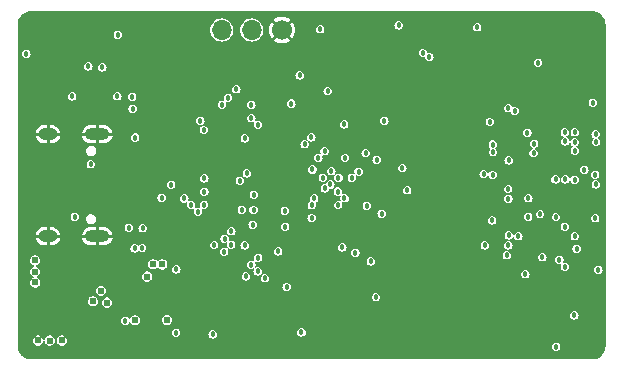
<source format=gbr>
%TF.GenerationSoftware,KiCad,Pcbnew,7.0.5-0*%
%TF.CreationDate,2023-06-19T10:32:09+08:00*%
%TF.ProjectId,slimarm_carambola,736c696d-6172-46d5-9f63-6172616d626f,rev?*%
%TF.SameCoordinates,Original*%
%TF.FileFunction,Copper,L3,Inr*%
%TF.FilePolarity,Positive*%
%FSLAX46Y46*%
G04 Gerber Fmt 4.6, Leading zero omitted, Abs format (unit mm)*
G04 Created by KiCad (PCBNEW 7.0.5-0) date 2023-06-19 10:32:09*
%MOMM*%
%LPD*%
G01*
G04 APERTURE LIST*
%TA.AperFunction,ComponentPad*%
%ADD10C,1.700000*%
%TD*%
%TA.AperFunction,ComponentPad*%
%ADD11O,1.700000X1.700000*%
%TD*%
%TA.AperFunction,ComponentPad*%
%ADD12O,2.100000X1.000000*%
%TD*%
%TA.AperFunction,ComponentPad*%
%ADD13O,1.600000X1.000000*%
%TD*%
%TA.AperFunction,ViaPad*%
%ADD14C,0.457200*%
%TD*%
%TA.AperFunction,ViaPad*%
%ADD15C,0.609600*%
%TD*%
G04 APERTURE END LIST*
D10*
%TO.N,GND*%
%TO.C,J5*%
X37480000Y-14180000D03*
D11*
%TO.N,/DEBUG_RXD*%
X34940000Y-14180000D03*
%TO.N,/DEBUG_TXD*%
X32400000Y-14180000D03*
%TD*%
D12*
%TO.N,GND*%
%TO.C,J1*%
X21861000Y-23000000D03*
D13*
X17681000Y-23000000D03*
D12*
X21861000Y-31640000D03*
D13*
X17681000Y-31640000D03*
%TD*%
D14*
%TO.N,/DDR_CLKP*%
X49430000Y-16130000D03*
%TO.N,/DDR_CLKN*%
X49960000Y-16470000D03*
%TO.N,/DP*%
X24530000Y-30930000D03*
X34440000Y-35050000D03*
%TO.N,/DN*%
X25700000Y-30960000D03*
X35440000Y-34620000D03*
%TO.N,/USBD_FS_DP*%
X34893638Y-34047242D03*
X25010000Y-32680000D03*
%TO.N,/USBD_FS_DN*%
X35470031Y-33481435D03*
X25640000Y-32640000D03*
%TO.N,/SD_DET*%
X30880000Y-22650000D03*
%TO.N,Net-(U1C-PD5)*%
X37160000Y-32930000D03*
X39140000Y-39780000D03*
%TO.N,/DDR_CS*%
X58340000Y-30000000D03*
X39980000Y-23270000D03*
%TO.N,/DDR_DQS0*%
X42760000Y-22180000D03*
X59170000Y-16950000D03*
%TO.N,/DDR_WE*%
X55090000Y-21970000D03*
X58790000Y-24600000D03*
%TO.N,/DDR_D8*%
X45510000Y-25170000D03*
X62281693Y-23672430D03*
%TO.N,/DDR_D2*%
X48090000Y-27750000D03*
X60650000Y-26830000D03*
%TO.N,/DDR_RAS*%
X40220000Y-28450000D03*
X59340000Y-29770000D03*
%TO.N,/DDR_CKE*%
X58840000Y-23830000D03*
X56640000Y-20800000D03*
%TO.N,/DDR_D13*%
X44570000Y-24600000D03*
X62290000Y-24420000D03*
%TO.N,/DDR_D7*%
X43970000Y-26170000D03*
X63090000Y-26030000D03*
%TO.N,/DDR_D5*%
X62270000Y-26850000D03*
X55360000Y-24520000D03*
%TO.N,/DDR_A10*%
X39410000Y-23850000D03*
X54660000Y-32410000D03*
%TO.N,/DDR_CAS*%
X60690500Y-30020000D03*
X40015595Y-29010175D03*
%TO.N,/DDR_D15*%
X42830874Y-25019737D03*
X62290000Y-22830000D03*
%TO.N,/DDR_D11*%
X46150000Y-21880000D03*
X41662335Y-26134099D03*
%TO.N,/DDR_D6*%
X42273142Y-26707979D03*
X47680000Y-25870000D03*
%TO.N,/DDR_D9*%
X56677676Y-25221756D03*
X43400537Y-26692866D03*
%TO.N,/DDR_A11*%
X62280000Y-31640000D03*
X45930000Y-29730000D03*
%TO.N,/DDR_CLKP*%
X40571113Y-25008560D03*
%TO.N,/DDR_D10*%
X61470251Y-23613142D03*
X40950000Y-26700000D03*
%TO.N,/DDR_D1*%
X54560000Y-26380000D03*
X42228532Y-27862267D03*
%TO.N,/DDR_BA2*%
X42780995Y-28429005D03*
X55280000Y-30300000D03*
%TO.N,Net-(U1A-PC1)*%
X54020000Y-13950000D03*
X35460000Y-22210000D03*
%TO.N,/DDR_A9*%
X42239812Y-29005385D03*
X57499260Y-31643426D03*
%TO.N,/DDR_A7*%
X45020000Y-33770000D03*
X56650000Y-32410000D03*
%TO.N,/DDR_A3*%
X43700000Y-33030000D03*
X56704253Y-31573256D03*
%TO.N,/DDR_A2*%
X59530000Y-33410000D03*
X45450000Y-36800000D03*
%TO.N,/DDR_A0*%
X61443843Y-34220000D03*
X61443843Y-30840449D03*
%TO.N,/DDR_A1*%
X58100000Y-34850000D03*
X42600000Y-32590000D03*
%TO.N,/DEBUG_TXD*%
X28100000Y-27300000D03*
%TO.N,/JTAG_TDI*%
X33200000Y-31220000D03*
X19730000Y-19800000D03*
%TO.N,/JTAG_TDO*%
X23550000Y-19790000D03*
X32629995Y-31846467D03*
%TO.N,/JTAG_RST*%
X33190000Y-32380000D03*
X22290000Y-17340000D03*
%TO.N,/DEBUG_RXD*%
X27310000Y-28390000D03*
%TO.N,/JTAG_TCK*%
X31740000Y-32390000D03*
X24810000Y-19840000D03*
%TO.N,/JTAG_TMS*%
X32590000Y-32950000D03*
X21090000Y-17270000D03*
%TO.N,Net-(U1A-PC0)*%
X40720000Y-14120000D03*
X34900000Y-20520000D03*
%TO.N,/DDR_A8*%
X40009093Y-30099574D03*
X60980000Y-33620000D03*
%TO.N,/DDR_A13*%
X62440000Y-32710000D03*
X44670000Y-29080000D03*
%TO.N,Net-(U2-VREF)*%
X56663015Y-28468910D03*
X62240000Y-38340000D03*
%TO.N,Net-(U1A-PC2)*%
X47370000Y-13790000D03*
X34900000Y-21650000D03*
%TO.N,GND*%
X15690000Y-36690000D03*
X31150000Y-38160000D03*
X36590000Y-26720000D03*
X23320000Y-34980000D03*
X43870000Y-14990000D03*
X28762573Y-35042510D03*
D15*
X21120000Y-35250000D03*
D14*
X63110000Y-25260000D03*
X56101854Y-31663374D03*
X32930000Y-36190000D03*
D15*
X28820000Y-37300000D03*
D14*
X60700000Y-13960000D03*
X63040000Y-33570000D03*
X32070000Y-37150000D03*
D15*
X28850000Y-38040000D03*
D14*
X37670000Y-23440000D03*
X57450000Y-28440000D03*
X63695000Y-40445000D03*
D15*
X21040000Y-34490000D03*
D14*
X52190000Y-14410000D03*
X63690000Y-18160000D03*
X26610000Y-25630000D03*
X30270000Y-13540000D03*
X54560000Y-23040000D03*
X62910000Y-37100000D03*
D15*
X22630000Y-39340000D03*
D14*
X16040000Y-14410000D03*
X40690000Y-21000000D03*
X63160000Y-22022100D03*
D15*
X15720000Y-39810000D03*
D14*
X29220000Y-18610000D03*
X42088553Y-18671447D03*
X40323553Y-16906447D03*
X41173553Y-17756447D03*
X35830000Y-36550000D03*
X57484550Y-22024550D03*
X21170000Y-14640000D03*
X63070000Y-28470000D03*
X33960000Y-39890000D03*
X33510000Y-25970000D03*
X34330000Y-35750000D03*
X61400000Y-21240000D03*
X29661447Y-20431447D03*
X37320000Y-39870000D03*
X30574100Y-19516447D03*
D15*
X24440000Y-39884300D03*
D14*
X37155685Y-27300000D03*
X31480000Y-25000000D03*
X39550000Y-34350000D03*
%TO.N,+5V*%
X21305000Y-25535000D03*
X28520000Y-39830000D03*
X19950000Y-30010000D03*
D15*
X21480000Y-37160000D03*
X22670000Y-37260000D03*
D14*
X24230000Y-38790000D03*
D15*
X22160000Y-36250000D03*
D14*
%TO.N,/DDR_D0*%
X61480000Y-26830000D03*
X41589093Y-27263918D03*
%TO.N,/3v3*%
X38280000Y-20410000D03*
X36050000Y-35200000D03*
X32410000Y-20510000D03*
X35080000Y-29420000D03*
X34350000Y-23350000D03*
X24850000Y-20850000D03*
X33630000Y-19200000D03*
D15*
X27750000Y-38730000D03*
D14*
X34330000Y-32410000D03*
X15850000Y-16210000D03*
X38980000Y-18020000D03*
D15*
X25040000Y-38760000D03*
D14*
X28548300Y-34445580D03*
X23590000Y-14590000D03*
X34090000Y-29400000D03*
X25060000Y-23290000D03*
X30576753Y-21876340D03*
X34520000Y-26330000D03*
X32925000Y-19905000D03*
X33930000Y-26940000D03*
%TO.N,/1v8_DDR*%
X56640000Y-27650000D03*
X64010000Y-30110000D03*
X63810000Y-20350000D03*
X64270000Y-34490000D03*
X41360000Y-19350000D03*
D15*
X16840000Y-40470000D03*
D14*
X64090000Y-23670000D03*
X60700000Y-41000000D03*
X64000000Y-26430000D03*
X41115483Y-27600000D03*
X56530000Y-33240000D03*
X55340000Y-26460000D03*
X58270000Y-22880000D03*
X40073300Y-25993621D03*
X55350000Y-23880000D03*
X64050000Y-23000000D03*
D15*
X17820000Y-40480000D03*
D14*
X61440000Y-22840000D03*
X58350000Y-28420000D03*
D15*
X18850000Y-40470000D03*
D14*
X57200000Y-21040000D03*
X64060000Y-27260000D03*
%TO.N,/1v0_CPUCORE*%
X37760000Y-30840000D03*
D15*
X16590000Y-34640000D03*
D14*
X37880000Y-35940000D03*
X37730000Y-29480000D03*
D15*
X26590000Y-34020000D03*
X26080000Y-35060000D03*
D14*
X35110000Y-28140000D03*
D15*
X27360000Y-34030000D03*
X16580000Y-33690000D03*
X16600000Y-35560000D03*
D14*
%TO.N,/DDR_CLKN*%
X41091180Y-24442750D03*
%TO.N,/MCI0_CDA*%
X30926382Y-26740412D03*
%TO.N,/MCI0_CK*%
X30920000Y-27870000D03*
%TO.N,/MCI0_DA2*%
X30890000Y-28970000D03*
%TO.N,/MCI0_DA0*%
X29220000Y-28450000D03*
%TO.N,/MCI0_DA1*%
X29790000Y-29000000D03*
%TO.N,/MCI0_DA3*%
X30380000Y-29560000D03*
%TO.N,Net-(U1C-NRST)*%
X31620000Y-39960000D03*
X35010000Y-30660000D03*
%TD*%
%TA.AperFunction,Conductor*%
%TO.N,GND*%
G36*
X63731358Y-12582218D02*
G01*
X63927362Y-12599366D01*
X63938082Y-12601257D01*
X64124162Y-12651117D01*
X64134399Y-12654843D01*
X64308992Y-12736257D01*
X64318426Y-12741704D01*
X64476234Y-12852202D01*
X64484580Y-12859205D01*
X64620794Y-12995419D01*
X64627797Y-13003765D01*
X64738295Y-13161573D01*
X64743742Y-13171007D01*
X64825156Y-13345600D01*
X64828882Y-13355838D01*
X64878741Y-13541913D01*
X64880633Y-13552642D01*
X64887778Y-13634301D01*
X64896485Y-13733830D01*
X64897781Y-13748637D01*
X64897900Y-13751362D01*
X64897900Y-40908637D01*
X64897781Y-40911362D01*
X64880633Y-41107357D01*
X64878741Y-41118086D01*
X64828882Y-41304161D01*
X64825156Y-41314399D01*
X64743742Y-41488992D01*
X64738295Y-41498426D01*
X64627797Y-41656234D01*
X64620794Y-41664580D01*
X64484580Y-41800794D01*
X64476234Y-41807797D01*
X64318426Y-41918295D01*
X64308992Y-41923742D01*
X64134399Y-42005156D01*
X64124161Y-42008882D01*
X63938086Y-42058741D01*
X63927357Y-42060633D01*
X63775400Y-42073927D01*
X63731358Y-42077781D01*
X63728637Y-42077900D01*
X16271363Y-42077900D01*
X16268641Y-42077781D01*
X16218395Y-42073385D01*
X16072642Y-42060633D01*
X16061913Y-42058741D01*
X15875838Y-42008882D01*
X15865600Y-42005156D01*
X15691007Y-41923742D01*
X15681573Y-41918295D01*
X15523765Y-41807797D01*
X15515419Y-41800794D01*
X15379205Y-41664580D01*
X15372202Y-41656234D01*
X15261704Y-41498426D01*
X15256257Y-41488992D01*
X15188130Y-41342893D01*
X15174842Y-41314398D01*
X15171117Y-41304161D01*
X15121258Y-41118086D01*
X15119366Y-41107357D01*
X15111547Y-41017987D01*
X15109973Y-41000000D01*
X60339461Y-41000000D01*
X60357107Y-41111413D01*
X60357108Y-41111417D01*
X60408317Y-41211919D01*
X60488080Y-41291682D01*
X60588582Y-41342891D01*
X60588584Y-41342891D01*
X60588587Y-41342893D01*
X60700000Y-41360539D01*
X60811413Y-41342893D01*
X60911920Y-41291682D01*
X60991682Y-41211920D01*
X61042893Y-41111413D01*
X61060539Y-41000000D01*
X61042893Y-40888587D01*
X61042891Y-40888584D01*
X61042891Y-40888582D01*
X60991682Y-40788080D01*
X60911919Y-40708317D01*
X60811417Y-40657108D01*
X60811413Y-40657107D01*
X60700000Y-40639461D01*
X60588586Y-40657107D01*
X60588582Y-40657108D01*
X60488080Y-40708317D01*
X60408317Y-40788080D01*
X60357108Y-40888582D01*
X60357107Y-40888586D01*
X60339461Y-41000000D01*
X15109973Y-41000000D01*
X15102218Y-40911358D01*
X15102100Y-40908637D01*
X15102100Y-40856755D01*
X15102099Y-40856753D01*
X15102099Y-40470000D01*
X16403255Y-40470000D01*
X16420945Y-40593043D01*
X16420946Y-40593045D01*
X16450202Y-40657107D01*
X16472587Y-40706121D01*
X16472587Y-40706123D01*
X16553991Y-40800068D01*
X16553993Y-40800070D01*
X16658570Y-40867277D01*
X16658572Y-40867277D01*
X16658573Y-40867278D01*
X16777843Y-40902300D01*
X16777845Y-40902300D01*
X16902157Y-40902300D01*
X16994101Y-40875301D01*
X17021430Y-40867277D01*
X17126007Y-40800070D01*
X17207413Y-40706122D01*
X17259054Y-40593045D01*
X17267417Y-40534877D01*
X17291826Y-40493738D01*
X17338175Y-40481908D01*
X17379315Y-40506317D01*
X17391145Y-40534877D01*
X17400945Y-40603043D01*
X17400946Y-40603045D01*
X17448020Y-40706122D01*
X17452587Y-40716121D01*
X17452587Y-40716123D01*
X17525326Y-40800068D01*
X17533993Y-40810070D01*
X17638570Y-40877277D01*
X17638572Y-40877277D01*
X17638573Y-40877278D01*
X17757843Y-40912300D01*
X17757845Y-40912300D01*
X17882157Y-40912300D01*
X17983162Y-40882641D01*
X18001430Y-40877277D01*
X18106007Y-40810070D01*
X18187413Y-40716122D01*
X18239054Y-40603045D01*
X18256745Y-40480000D01*
X18255307Y-40470000D01*
X18413255Y-40470000D01*
X18430945Y-40593043D01*
X18430946Y-40593045D01*
X18460202Y-40657107D01*
X18482587Y-40706121D01*
X18482587Y-40706123D01*
X18563991Y-40800068D01*
X18563993Y-40800070D01*
X18668570Y-40867277D01*
X18668572Y-40867277D01*
X18668573Y-40867278D01*
X18787843Y-40902300D01*
X18787845Y-40902300D01*
X18912157Y-40902300D01*
X19004101Y-40875301D01*
X19031430Y-40867277D01*
X19136007Y-40800070D01*
X19217413Y-40706122D01*
X19269054Y-40593045D01*
X19286745Y-40470000D01*
X19269054Y-40346955D01*
X19217413Y-40233878D01*
X19217412Y-40233876D01*
X19136008Y-40139931D01*
X19136007Y-40139930D01*
X19031430Y-40072723D01*
X19031428Y-40072722D01*
X19031426Y-40072721D01*
X18912157Y-40037700D01*
X18912155Y-40037700D01*
X18787845Y-40037700D01*
X18787843Y-40037700D01*
X18668573Y-40072721D01*
X18563991Y-40139931D01*
X18482587Y-40233876D01*
X18482587Y-40233878D01*
X18430945Y-40346956D01*
X18413255Y-40470000D01*
X18255307Y-40470000D01*
X18239054Y-40356955D01*
X18187413Y-40243878D01*
X18187412Y-40243876D01*
X18106008Y-40149931D01*
X18106007Y-40149930D01*
X18001430Y-40082723D01*
X18001428Y-40082722D01*
X18001426Y-40082721D01*
X17882157Y-40047700D01*
X17882155Y-40047700D01*
X17757845Y-40047700D01*
X17757843Y-40047700D01*
X17638573Y-40082721D01*
X17533991Y-40149931D01*
X17452587Y-40243876D01*
X17452587Y-40243878D01*
X17400945Y-40356956D01*
X17392582Y-40415122D01*
X17368172Y-40456261D01*
X17321823Y-40468091D01*
X17280684Y-40443681D01*
X17268855Y-40415123D01*
X17259054Y-40346955D01*
X17207413Y-40233878D01*
X17207412Y-40233876D01*
X17126008Y-40139931D01*
X17126007Y-40139930D01*
X17021430Y-40072723D01*
X17021428Y-40072722D01*
X17021426Y-40072721D01*
X16902157Y-40037700D01*
X16902155Y-40037700D01*
X16777845Y-40037700D01*
X16777843Y-40037700D01*
X16658573Y-40072721D01*
X16553991Y-40139931D01*
X16472587Y-40233876D01*
X16472587Y-40233878D01*
X16420945Y-40346956D01*
X16403255Y-40470000D01*
X15102099Y-40470000D01*
X15102099Y-39830000D01*
X28159461Y-39830000D01*
X28177107Y-39941413D01*
X28177108Y-39941417D01*
X28228317Y-40041919D01*
X28308080Y-40121682D01*
X28408582Y-40172891D01*
X28408584Y-40172891D01*
X28408587Y-40172893D01*
X28520000Y-40190539D01*
X28631413Y-40172893D01*
X28731920Y-40121682D01*
X28811682Y-40041920D01*
X28853422Y-39960000D01*
X31259461Y-39960000D01*
X31277107Y-40071413D01*
X31277108Y-40071417D01*
X31328317Y-40171919D01*
X31408080Y-40251682D01*
X31508582Y-40302891D01*
X31508584Y-40302891D01*
X31508587Y-40302893D01*
X31620000Y-40320539D01*
X31731413Y-40302893D01*
X31831920Y-40251682D01*
X31911682Y-40171920D01*
X31962893Y-40071413D01*
X31980539Y-39960000D01*
X31962893Y-39848587D01*
X31962891Y-39848584D01*
X31962891Y-39848582D01*
X31927946Y-39780000D01*
X38779461Y-39780000D01*
X38797107Y-39891413D01*
X38797108Y-39891417D01*
X38848317Y-39991919D01*
X38928080Y-40071682D01*
X39028582Y-40122891D01*
X39028584Y-40122891D01*
X39028587Y-40122893D01*
X39140000Y-40140539D01*
X39251413Y-40122893D01*
X39351920Y-40071682D01*
X39431682Y-39991920D01*
X39482893Y-39891413D01*
X39500539Y-39780000D01*
X39482893Y-39668587D01*
X39482891Y-39668584D01*
X39482891Y-39668582D01*
X39431682Y-39568080D01*
X39351919Y-39488317D01*
X39251417Y-39437108D01*
X39251413Y-39437107D01*
X39140000Y-39419461D01*
X39028586Y-39437107D01*
X39028582Y-39437108D01*
X38928080Y-39488317D01*
X38848317Y-39568080D01*
X38797108Y-39668582D01*
X38797107Y-39668586D01*
X38779461Y-39780000D01*
X31927946Y-39780000D01*
X31911682Y-39748080D01*
X31831919Y-39668317D01*
X31731417Y-39617108D01*
X31731413Y-39617107D01*
X31731412Y-39617106D01*
X31620000Y-39599461D01*
X31619999Y-39599461D01*
X31508586Y-39617107D01*
X31508582Y-39617108D01*
X31408080Y-39668317D01*
X31328317Y-39748080D01*
X31277108Y-39848582D01*
X31277107Y-39848586D01*
X31259461Y-39960000D01*
X28853422Y-39960000D01*
X28862893Y-39941413D01*
X28880539Y-39830000D01*
X28862893Y-39718587D01*
X28862891Y-39718584D01*
X28862891Y-39718582D01*
X28811682Y-39618080D01*
X28731919Y-39538317D01*
X28631417Y-39487108D01*
X28631413Y-39487107D01*
X28520000Y-39469461D01*
X28408586Y-39487107D01*
X28408582Y-39487108D01*
X28308080Y-39538317D01*
X28228317Y-39618080D01*
X28177108Y-39718582D01*
X28177107Y-39718586D01*
X28159461Y-39830000D01*
X15102099Y-39830000D01*
X15102099Y-38790000D01*
X23869461Y-38790000D01*
X23887107Y-38901413D01*
X23887108Y-38901417D01*
X23938317Y-39001919D01*
X24018080Y-39081682D01*
X24118582Y-39132891D01*
X24118584Y-39132891D01*
X24118587Y-39132893D01*
X24230000Y-39150539D01*
X24341413Y-39132893D01*
X24441920Y-39081682D01*
X24521682Y-39001920D01*
X24543890Y-38958333D01*
X24580264Y-38927267D01*
X24627952Y-38931020D01*
X24656430Y-38960744D01*
X24672586Y-38996121D01*
X24672587Y-38996123D01*
X24753991Y-39090068D01*
X24753993Y-39090070D01*
X24858570Y-39157277D01*
X24858572Y-39157277D01*
X24858573Y-39157278D01*
X24977843Y-39192300D01*
X24977845Y-39192300D01*
X25102157Y-39192300D01*
X25194101Y-39165301D01*
X25221430Y-39157277D01*
X25326007Y-39090070D01*
X25407413Y-38996122D01*
X25459054Y-38883045D01*
X25476745Y-38760000D01*
X25472432Y-38730000D01*
X27313255Y-38730000D01*
X27330945Y-38853043D01*
X27330946Y-38853045D01*
X27379030Y-38958334D01*
X27382587Y-38966121D01*
X27382587Y-38966123D01*
X27463991Y-39060068D01*
X27463993Y-39060070D01*
X27568570Y-39127277D01*
X27568572Y-39127277D01*
X27568573Y-39127278D01*
X27687843Y-39162300D01*
X27687845Y-39162300D01*
X27812157Y-39162300D01*
X27912311Y-39132891D01*
X27931430Y-39127277D01*
X28036007Y-39060070D01*
X28117413Y-38966122D01*
X28169054Y-38853045D01*
X28186745Y-38730000D01*
X28169054Y-38606955D01*
X28117413Y-38493878D01*
X28117412Y-38493876D01*
X28036008Y-38399931D01*
X28036007Y-38399930D01*
X27942753Y-38340000D01*
X61879461Y-38340000D01*
X61897107Y-38451413D01*
X61897108Y-38451417D01*
X61948317Y-38551919D01*
X62028080Y-38631682D01*
X62128582Y-38682891D01*
X62128584Y-38682891D01*
X62128587Y-38682893D01*
X62240000Y-38700539D01*
X62351413Y-38682893D01*
X62451920Y-38631682D01*
X62531682Y-38551920D01*
X62582893Y-38451413D01*
X62600539Y-38340000D01*
X62582893Y-38228587D01*
X62582891Y-38228584D01*
X62582891Y-38228582D01*
X62531682Y-38128080D01*
X62451919Y-38048317D01*
X62351417Y-37997108D01*
X62351413Y-37997107D01*
X62240000Y-37979461D01*
X62128586Y-37997107D01*
X62128582Y-37997108D01*
X62028080Y-38048317D01*
X61948317Y-38128080D01*
X61897108Y-38228582D01*
X61897107Y-38228586D01*
X61879461Y-38340000D01*
X27942753Y-38340000D01*
X27931430Y-38332723D01*
X27931428Y-38332722D01*
X27931426Y-38332721D01*
X27812157Y-38297700D01*
X27812155Y-38297700D01*
X27687845Y-38297700D01*
X27687843Y-38297700D01*
X27568573Y-38332721D01*
X27463991Y-38399931D01*
X27382587Y-38493876D01*
X27382587Y-38493878D01*
X27330945Y-38606956D01*
X27313255Y-38730000D01*
X25472432Y-38730000D01*
X25459054Y-38636955D01*
X25407413Y-38523878D01*
X25407412Y-38523876D01*
X25326008Y-38429931D01*
X25326007Y-38429930D01*
X25221430Y-38362723D01*
X25221428Y-38362722D01*
X25221426Y-38362721D01*
X25102157Y-38327700D01*
X25102155Y-38327700D01*
X24977845Y-38327700D01*
X24977843Y-38327700D01*
X24858573Y-38362721D01*
X24753991Y-38429931D01*
X24672587Y-38523876D01*
X24672586Y-38523878D01*
X24641980Y-38590896D01*
X24606969Y-38623492D01*
X24559164Y-38621784D01*
X24529440Y-38593306D01*
X24521682Y-38578080D01*
X24441919Y-38498317D01*
X24341417Y-38447108D01*
X24341413Y-38447107D01*
X24232967Y-38429931D01*
X24230000Y-38429461D01*
X24229999Y-38429461D01*
X24118586Y-38447107D01*
X24118582Y-38447108D01*
X24018080Y-38498317D01*
X23938317Y-38578080D01*
X23887108Y-38678582D01*
X23887107Y-38678586D01*
X23869461Y-38790000D01*
X15102099Y-38790000D01*
X15102099Y-37160000D01*
X21043255Y-37160000D01*
X21046225Y-37180660D01*
X21060945Y-37283043D01*
X21112587Y-37396121D01*
X21112587Y-37396123D01*
X21193991Y-37490068D01*
X21193993Y-37490070D01*
X21298570Y-37557277D01*
X21298572Y-37557277D01*
X21298573Y-37557278D01*
X21417843Y-37592300D01*
X21417845Y-37592300D01*
X21542157Y-37592300D01*
X21634101Y-37565301D01*
X21661430Y-37557277D01*
X21766007Y-37490070D01*
X21847413Y-37396122D01*
X21899054Y-37283045D01*
X21902367Y-37260000D01*
X22233255Y-37260000D01*
X22250945Y-37383043D01*
X22250946Y-37383045D01*
X22299823Y-37490070D01*
X22302587Y-37496121D01*
X22302587Y-37496123D01*
X22383991Y-37590068D01*
X22383993Y-37590070D01*
X22488570Y-37657277D01*
X22488572Y-37657277D01*
X22488573Y-37657278D01*
X22607843Y-37692300D01*
X22607845Y-37692300D01*
X22732157Y-37692300D01*
X22824101Y-37665301D01*
X22851430Y-37657277D01*
X22956007Y-37590070D01*
X23037413Y-37496122D01*
X23089054Y-37383045D01*
X23106745Y-37260000D01*
X23089054Y-37136955D01*
X23037413Y-37023878D01*
X23037412Y-37023876D01*
X22956008Y-36929931D01*
X22956007Y-36929930D01*
X22851430Y-36862723D01*
X22851428Y-36862722D01*
X22851426Y-36862721D01*
X22732157Y-36827700D01*
X22732155Y-36827700D01*
X22607845Y-36827700D01*
X22607843Y-36827700D01*
X22488573Y-36862721D01*
X22383991Y-36929931D01*
X22302587Y-37023876D01*
X22302587Y-37023878D01*
X22250945Y-37136956D01*
X22233255Y-37260000D01*
X21902367Y-37260000D01*
X21916745Y-37160000D01*
X21899054Y-37036955D01*
X21847413Y-36923878D01*
X21847412Y-36923876D01*
X21766008Y-36829931D01*
X21766007Y-36829930D01*
X21719435Y-36800000D01*
X45089461Y-36800000D01*
X45107107Y-36911413D01*
X45107108Y-36911417D01*
X45158317Y-37011919D01*
X45238080Y-37091682D01*
X45338582Y-37142891D01*
X45338584Y-37142891D01*
X45338587Y-37142893D01*
X45450000Y-37160539D01*
X45561413Y-37142893D01*
X45661920Y-37091682D01*
X45741682Y-37011920D01*
X45792893Y-36911413D01*
X45810539Y-36800000D01*
X45792893Y-36688587D01*
X45792891Y-36688584D01*
X45792891Y-36688582D01*
X45741682Y-36588080D01*
X45661919Y-36508317D01*
X45561417Y-36457108D01*
X45561413Y-36457107D01*
X45450000Y-36439461D01*
X45338586Y-36457107D01*
X45338582Y-36457108D01*
X45238080Y-36508317D01*
X45158317Y-36588080D01*
X45107108Y-36688582D01*
X45107107Y-36688586D01*
X45089461Y-36800000D01*
X21719435Y-36800000D01*
X21661430Y-36762723D01*
X21661428Y-36762722D01*
X21661426Y-36762721D01*
X21542157Y-36727700D01*
X21542155Y-36727700D01*
X21417845Y-36727700D01*
X21417843Y-36727700D01*
X21298573Y-36762721D01*
X21193991Y-36829931D01*
X21112587Y-36923876D01*
X21112587Y-36923878D01*
X21060945Y-37036956D01*
X21043255Y-37159999D01*
X21043255Y-37160000D01*
X15102099Y-37160000D01*
X15102099Y-36250000D01*
X21723255Y-36250000D01*
X21740945Y-36373043D01*
X21740946Y-36373045D01*
X21771277Y-36439461D01*
X21792587Y-36486121D01*
X21792587Y-36486123D01*
X21873991Y-36580068D01*
X21873993Y-36580070D01*
X21978570Y-36647277D01*
X21978572Y-36647277D01*
X21978573Y-36647278D01*
X22097843Y-36682300D01*
X22097845Y-36682300D01*
X22222157Y-36682300D01*
X22314101Y-36655301D01*
X22341430Y-36647277D01*
X22446007Y-36580070D01*
X22527413Y-36486122D01*
X22579054Y-36373045D01*
X22596745Y-36250000D01*
X22579054Y-36126955D01*
X22527413Y-36013878D01*
X22527412Y-36013876D01*
X22463398Y-35940000D01*
X37519461Y-35940000D01*
X37531162Y-36013876D01*
X37537107Y-36051413D01*
X37537108Y-36051417D01*
X37588317Y-36151919D01*
X37668080Y-36231682D01*
X37768582Y-36282891D01*
X37768584Y-36282891D01*
X37768587Y-36282893D01*
X37880000Y-36300539D01*
X37991413Y-36282893D01*
X38091920Y-36231682D01*
X38171682Y-36151920D01*
X38222893Y-36051413D01*
X38240539Y-35940000D01*
X38222893Y-35828587D01*
X38222891Y-35828584D01*
X38222891Y-35828582D01*
X38171682Y-35728080D01*
X38091919Y-35648317D01*
X37991417Y-35597108D01*
X37991413Y-35597107D01*
X37991412Y-35597106D01*
X37880000Y-35579461D01*
X37879999Y-35579461D01*
X37768586Y-35597107D01*
X37768582Y-35597108D01*
X37668080Y-35648317D01*
X37588317Y-35728080D01*
X37537108Y-35828582D01*
X37537107Y-35828586D01*
X37522640Y-35919931D01*
X37519461Y-35940000D01*
X22463398Y-35940000D01*
X22446008Y-35919931D01*
X22446007Y-35919930D01*
X22341430Y-35852723D01*
X22341428Y-35852722D01*
X22341426Y-35852721D01*
X22222157Y-35817700D01*
X22222155Y-35817700D01*
X22097845Y-35817700D01*
X22097843Y-35817700D01*
X21978573Y-35852721D01*
X21873991Y-35919931D01*
X21792587Y-36013876D01*
X21792587Y-36013878D01*
X21740945Y-36126956D01*
X21723255Y-36250000D01*
X15102099Y-36250000D01*
X15102099Y-33690000D01*
X16143255Y-33690000D01*
X16160945Y-33813043D01*
X16160946Y-33813045D01*
X16205992Y-33911682D01*
X16212587Y-33926121D01*
X16212587Y-33926123D01*
X16293587Y-34019602D01*
X16293993Y-34020070D01*
X16398570Y-34087277D01*
X16398572Y-34087277D01*
X16398573Y-34087278D01*
X16464035Y-34106500D01*
X16501281Y-34136515D01*
X16506394Y-34184077D01*
X16476379Y-34221323D01*
X16464035Y-34226436D01*
X16408573Y-34242721D01*
X16303991Y-34309931D01*
X16222587Y-34403876D01*
X16222587Y-34403878D01*
X16170945Y-34516956D01*
X16153255Y-34639999D01*
X16170945Y-34763043D01*
X16170946Y-34763045D01*
X16210657Y-34850000D01*
X16222587Y-34876121D01*
X16222587Y-34876123D01*
X16296495Y-34961417D01*
X16303993Y-34970070D01*
X16408570Y-35037277D01*
X16408572Y-35037277D01*
X16408573Y-35037278D01*
X16422951Y-35041500D01*
X16460197Y-35071516D01*
X16465310Y-35119077D01*
X16435294Y-35156323D01*
X16422954Y-35161435D01*
X16418574Y-35162721D01*
X16418571Y-35162722D01*
X16418570Y-35162723D01*
X16348851Y-35207527D01*
X16313991Y-35229931D01*
X16232587Y-35323876D01*
X16232587Y-35323878D01*
X16180945Y-35436956D01*
X16163255Y-35559999D01*
X16163255Y-35560000D01*
X16166053Y-35579461D01*
X16180945Y-35683043D01*
X16232587Y-35796121D01*
X16232587Y-35796123D01*
X16313991Y-35890068D01*
X16313993Y-35890070D01*
X16418570Y-35957277D01*
X16418572Y-35957277D01*
X16418573Y-35957278D01*
X16537843Y-35992300D01*
X16537845Y-35992300D01*
X16662157Y-35992300D01*
X16754101Y-35965301D01*
X16781430Y-35957277D01*
X16886007Y-35890070D01*
X16967413Y-35796122D01*
X17019054Y-35683045D01*
X17036745Y-35560000D01*
X17019054Y-35436955D01*
X16967413Y-35323878D01*
X16967412Y-35323876D01*
X16886008Y-35229931D01*
X16886007Y-35229930D01*
X16781430Y-35162723D01*
X16781429Y-35162722D01*
X16781425Y-35162720D01*
X16767046Y-35158498D01*
X16729801Y-35128481D01*
X16724690Y-35080920D01*
X16741550Y-35060000D01*
X25643255Y-35060000D01*
X25660945Y-35183043D01*
X25660946Y-35183045D01*
X25696967Y-35261920D01*
X25712587Y-35296121D01*
X25712587Y-35296123D01*
X25793991Y-35390068D01*
X25793993Y-35390070D01*
X25898570Y-35457277D01*
X25898572Y-35457277D01*
X25898573Y-35457278D01*
X26017843Y-35492300D01*
X26017845Y-35492300D01*
X26142157Y-35492300D01*
X26234101Y-35465301D01*
X26261430Y-35457277D01*
X26366007Y-35390070D01*
X26447413Y-35296122D01*
X26499054Y-35183045D01*
X26516745Y-35060000D01*
X26515307Y-35049999D01*
X34079461Y-35049999D01*
X34097107Y-35161413D01*
X34097108Y-35161417D01*
X34148317Y-35261919D01*
X34228080Y-35341682D01*
X34328582Y-35392891D01*
X34328584Y-35392891D01*
X34328587Y-35392893D01*
X34440000Y-35410539D01*
X34551413Y-35392893D01*
X34651920Y-35341682D01*
X34731682Y-35261920D01*
X34763232Y-35200000D01*
X35689461Y-35200000D01*
X35707107Y-35311413D01*
X35707108Y-35311417D01*
X35758317Y-35411919D01*
X35838080Y-35491682D01*
X35938582Y-35542891D01*
X35938584Y-35542891D01*
X35938587Y-35542893D01*
X36050000Y-35560539D01*
X36161413Y-35542893D01*
X36261920Y-35491682D01*
X36341682Y-35411920D01*
X36392893Y-35311413D01*
X36410539Y-35200000D01*
X36392893Y-35088587D01*
X36392891Y-35088584D01*
X36392891Y-35088582D01*
X36341682Y-34988080D01*
X36261919Y-34908317D01*
X36161417Y-34857108D01*
X36161413Y-34857107D01*
X36119944Y-34850539D01*
X36116541Y-34850000D01*
X57739461Y-34850000D01*
X57748698Y-34908318D01*
X57757107Y-34961413D01*
X57757108Y-34961417D01*
X57808317Y-35061919D01*
X57888080Y-35141682D01*
X57988582Y-35192891D01*
X57988584Y-35192891D01*
X57988587Y-35192893D01*
X58100000Y-35210539D01*
X58211413Y-35192893D01*
X58311920Y-35141682D01*
X58391682Y-35061920D01*
X58442893Y-34961413D01*
X58460539Y-34850000D01*
X58442893Y-34738587D01*
X58442891Y-34738584D01*
X58442891Y-34738582D01*
X58391682Y-34638080D01*
X58311919Y-34558317D01*
X58211417Y-34507108D01*
X58211413Y-34507107D01*
X58211412Y-34507106D01*
X58100000Y-34489461D01*
X58099999Y-34489461D01*
X57988586Y-34507107D01*
X57988582Y-34507108D01*
X57888080Y-34558317D01*
X57808317Y-34638080D01*
X57757108Y-34738582D01*
X57757107Y-34738586D01*
X57742171Y-34832892D01*
X57739461Y-34850000D01*
X36116541Y-34850000D01*
X36050000Y-34839461D01*
X36049999Y-34839461D01*
X35938586Y-34857107D01*
X35938582Y-34857108D01*
X35838080Y-34908317D01*
X35758317Y-34988080D01*
X35707108Y-35088582D01*
X35707107Y-35088586D01*
X35689461Y-35200000D01*
X34763232Y-35200000D01*
X34782893Y-35161413D01*
X34800539Y-35050000D01*
X34782893Y-34938587D01*
X34782891Y-34938584D01*
X34782891Y-34938582D01*
X34731682Y-34838080D01*
X34651919Y-34758317D01*
X34551417Y-34707108D01*
X34551413Y-34707107D01*
X34440000Y-34689461D01*
X34328586Y-34707107D01*
X34328582Y-34707108D01*
X34228080Y-34758317D01*
X34148317Y-34838080D01*
X34097108Y-34938582D01*
X34097107Y-34938586D01*
X34079461Y-35049999D01*
X26515307Y-35049999D01*
X26499054Y-34936955D01*
X26447413Y-34823878D01*
X26447412Y-34823876D01*
X26366008Y-34729931D01*
X26366007Y-34729930D01*
X26261430Y-34662723D01*
X26261428Y-34662722D01*
X26261426Y-34662721D01*
X26142157Y-34627700D01*
X26142155Y-34627700D01*
X26017845Y-34627700D01*
X26017843Y-34627700D01*
X25898573Y-34662721D01*
X25793991Y-34729931D01*
X25712587Y-34823876D01*
X25712587Y-34823878D01*
X25660945Y-34936956D01*
X25643255Y-35060000D01*
X16741550Y-35060000D01*
X16754707Y-35043675D01*
X16767042Y-35038565D01*
X16771430Y-35037277D01*
X16876007Y-34970070D01*
X16957413Y-34876122D01*
X17009054Y-34763045D01*
X17026745Y-34640000D01*
X17009054Y-34516955D01*
X16957413Y-34403878D01*
X16957412Y-34403876D01*
X16876008Y-34309931D01*
X16876007Y-34309930D01*
X16771430Y-34242723D01*
X16771428Y-34242722D01*
X16771426Y-34242721D01*
X16705964Y-34223499D01*
X16668718Y-34193483D01*
X16663605Y-34145922D01*
X16693621Y-34108676D01*
X16705962Y-34103564D01*
X16761430Y-34087277D01*
X16866007Y-34020070D01*
X16866068Y-34020000D01*
X26153255Y-34020000D01*
X26170945Y-34143043D01*
X26175512Y-34153043D01*
X26207688Y-34223499D01*
X26222587Y-34256121D01*
X26222587Y-34256123D01*
X26290212Y-34334166D01*
X26303993Y-34350070D01*
X26408570Y-34417277D01*
X26408572Y-34417277D01*
X26408573Y-34417278D01*
X26527843Y-34452300D01*
X26527845Y-34452300D01*
X26652157Y-34452300D01*
X26744101Y-34425301D01*
X26771430Y-34417277D01*
X26876007Y-34350070D01*
X26923434Y-34295335D01*
X26966208Y-34273925D01*
X27011596Y-34289031D01*
X27017901Y-34295337D01*
X27051547Y-34334166D01*
X27073993Y-34360070D01*
X27178570Y-34427277D01*
X27178572Y-34427277D01*
X27178573Y-34427278D01*
X27297843Y-34462300D01*
X27297845Y-34462300D01*
X27422157Y-34462300D01*
X27479096Y-34445580D01*
X28187761Y-34445580D01*
X28199066Y-34516955D01*
X28205407Y-34556993D01*
X28205408Y-34556997D01*
X28256617Y-34657499D01*
X28336380Y-34737262D01*
X28436882Y-34788471D01*
X28436884Y-34788471D01*
X28436887Y-34788473D01*
X28548300Y-34806119D01*
X28659713Y-34788473D01*
X28760220Y-34737262D01*
X28839982Y-34657500D01*
X28891193Y-34556993D01*
X28908839Y-34445580D01*
X28891193Y-34334167D01*
X28891191Y-34334164D01*
X28891191Y-34334162D01*
X28839982Y-34233660D01*
X28760219Y-34153897D01*
X28659717Y-34102688D01*
X28659713Y-34102687D01*
X28659713Y-34102686D01*
X28548300Y-34085041D01*
X28548299Y-34085041D01*
X28436886Y-34102687D01*
X28436882Y-34102688D01*
X28336380Y-34153897D01*
X28256617Y-34233660D01*
X28205408Y-34334162D01*
X28205407Y-34334166D01*
X28189925Y-34431920D01*
X28187761Y-34445580D01*
X27479096Y-34445580D01*
X27514101Y-34435301D01*
X27541430Y-34427277D01*
X27646007Y-34360070D01*
X27727413Y-34266122D01*
X27779054Y-34153045D01*
X27794266Y-34047242D01*
X34533099Y-34047242D01*
X34550745Y-34158655D01*
X34550746Y-34158659D01*
X34601955Y-34259161D01*
X34681718Y-34338924D01*
X34782220Y-34390133D01*
X34782222Y-34390133D01*
X34782225Y-34390135D01*
X34893638Y-34407781D01*
X35005051Y-34390135D01*
X35039514Y-34372574D01*
X35087201Y-34368822D01*
X35123576Y-34399888D01*
X35127329Y-34447576D01*
X35123576Y-34456637D01*
X35097108Y-34508582D01*
X35097107Y-34508586D01*
X35089231Y-34558317D01*
X35079461Y-34620000D01*
X35096872Y-34729930D01*
X35097107Y-34731413D01*
X35097108Y-34731417D01*
X35148317Y-34831919D01*
X35228080Y-34911682D01*
X35328582Y-34962891D01*
X35328584Y-34962891D01*
X35328587Y-34962893D01*
X35440000Y-34980539D01*
X35551413Y-34962893D01*
X35651920Y-34911682D01*
X35731682Y-34831920D01*
X35782893Y-34731413D01*
X35800539Y-34620000D01*
X35782893Y-34508587D01*
X35782891Y-34508584D01*
X35782891Y-34508582D01*
X35731682Y-34408080D01*
X35651919Y-34328317D01*
X35551417Y-34277108D01*
X35551413Y-34277107D01*
X35551412Y-34277106D01*
X35440000Y-34259461D01*
X35439999Y-34259461D01*
X35328586Y-34277107D01*
X35328584Y-34277108D01*
X35294122Y-34294667D01*
X35246434Y-34298419D01*
X35210060Y-34267351D01*
X35206308Y-34219663D01*
X35210056Y-34210614D01*
X35236531Y-34158655D01*
X35254177Y-34047242D01*
X35236531Y-33935829D01*
X35204313Y-33872599D01*
X35200561Y-33824913D01*
X35231627Y-33788538D01*
X35279315Y-33784785D01*
X35288373Y-33788536D01*
X35358618Y-33824328D01*
X35470031Y-33841974D01*
X35581444Y-33824328D01*
X35681951Y-33773117D01*
X35685068Y-33770000D01*
X44659461Y-33770000D01*
X44661659Y-33783876D01*
X44677107Y-33881413D01*
X44677108Y-33881417D01*
X44728317Y-33981919D01*
X44808080Y-34061682D01*
X44908582Y-34112891D01*
X44908584Y-34112891D01*
X44908587Y-34112893D01*
X45020000Y-34130539D01*
X45131413Y-34112893D01*
X45231920Y-34061682D01*
X45311682Y-33981920D01*
X45362893Y-33881413D01*
X45380539Y-33770000D01*
X45362893Y-33658587D01*
X45362891Y-33658584D01*
X45362891Y-33658582D01*
X45311682Y-33558080D01*
X45231919Y-33478317D01*
X45131417Y-33427108D01*
X45131413Y-33427107D01*
X45131412Y-33427106D01*
X45020000Y-33409461D01*
X45019999Y-33409461D01*
X44908586Y-33427107D01*
X44908582Y-33427108D01*
X44808080Y-33478317D01*
X44728317Y-33558080D01*
X44677108Y-33658582D01*
X44677107Y-33658586D01*
X44660892Y-33760968D01*
X44659461Y-33770000D01*
X35685068Y-33770000D01*
X35761713Y-33693355D01*
X35812924Y-33592848D01*
X35830570Y-33481435D01*
X35812924Y-33370022D01*
X35812922Y-33370019D01*
X35812922Y-33370017D01*
X35761713Y-33269515D01*
X35681950Y-33189752D01*
X35581448Y-33138543D01*
X35581444Y-33138542D01*
X35518590Y-33128587D01*
X35470031Y-33120896D01*
X35470030Y-33120896D01*
X35358617Y-33138542D01*
X35358613Y-33138543D01*
X35258111Y-33189752D01*
X35178348Y-33269515D01*
X35127139Y-33370017D01*
X35127138Y-33370021D01*
X35109492Y-33481435D01*
X35127138Y-33592848D01*
X35127139Y-33592852D01*
X35159354Y-33656076D01*
X35163107Y-33703764D01*
X35132040Y-33740138D01*
X35084352Y-33743891D01*
X35075292Y-33740138D01*
X35005055Y-33704350D01*
X35005051Y-33704349D01*
X34988212Y-33701682D01*
X34893638Y-33686703D01*
X34893637Y-33686703D01*
X34782224Y-33704349D01*
X34782220Y-33704350D01*
X34681718Y-33755559D01*
X34601955Y-33835322D01*
X34550746Y-33935824D01*
X34550745Y-33935828D01*
X34533099Y-34047242D01*
X27794266Y-34047242D01*
X27796745Y-34030000D01*
X27779054Y-33906955D01*
X27727413Y-33793878D01*
X27727412Y-33793876D01*
X27646008Y-33699931D01*
X27646007Y-33699930D01*
X27541430Y-33632723D01*
X27541428Y-33632722D01*
X27541426Y-33632721D01*
X27422157Y-33597700D01*
X27422155Y-33597700D01*
X27297845Y-33597700D01*
X27297843Y-33597700D01*
X27178573Y-33632721D01*
X27073991Y-33699931D01*
X27026566Y-33754663D01*
X26983790Y-33776075D01*
X26938403Y-33760968D01*
X26932105Y-33754671D01*
X26876007Y-33689930D01*
X26771430Y-33622723D01*
X26771428Y-33622722D01*
X26771426Y-33622721D01*
X26652157Y-33587700D01*
X26652155Y-33587700D01*
X26527845Y-33587700D01*
X26527843Y-33587700D01*
X26408573Y-33622721D01*
X26303991Y-33689931D01*
X26222587Y-33783876D01*
X26222587Y-33783878D01*
X26170945Y-33896956D01*
X26153255Y-34020000D01*
X16866068Y-34020000D01*
X16947413Y-33926122D01*
X16999054Y-33813045D01*
X17016745Y-33690000D01*
X16999054Y-33566955D01*
X16947413Y-33453878D01*
X16947412Y-33453876D01*
X16866008Y-33359931D01*
X16866007Y-33359930D01*
X16761430Y-33292723D01*
X16761428Y-33292722D01*
X16761426Y-33292721D01*
X16642157Y-33257700D01*
X16642155Y-33257700D01*
X16517845Y-33257700D01*
X16517843Y-33257700D01*
X16398573Y-33292721D01*
X16293991Y-33359931D01*
X16212587Y-33453876D01*
X16212587Y-33453878D01*
X16160945Y-33566956D01*
X16143255Y-33690000D01*
X15102099Y-33690000D01*
X15102099Y-32680000D01*
X24649461Y-32680000D01*
X24663801Y-32770538D01*
X24667107Y-32791413D01*
X24667108Y-32791417D01*
X24718317Y-32891919D01*
X24798080Y-32971682D01*
X24898582Y-33022891D01*
X24898584Y-33022891D01*
X24898587Y-33022893D01*
X25010000Y-33040539D01*
X25121413Y-33022893D01*
X25221920Y-32971682D01*
X25300807Y-32892794D01*
X25345000Y-32874489D01*
X25389192Y-32892794D01*
X25428080Y-32931682D01*
X25428082Y-32931683D01*
X25528582Y-32982891D01*
X25528584Y-32982891D01*
X25528587Y-32982893D01*
X25640000Y-33000539D01*
X25751413Y-32982893D01*
X25815969Y-32950000D01*
X32229461Y-32950000D01*
X32247107Y-33061413D01*
X32247108Y-33061417D01*
X32298317Y-33161919D01*
X32378080Y-33241682D01*
X32478582Y-33292891D01*
X32478584Y-33292891D01*
X32478587Y-33292893D01*
X32590000Y-33310539D01*
X32701413Y-33292893D01*
X32801920Y-33241682D01*
X32881682Y-33161920D01*
X32932893Y-33061413D01*
X32950539Y-32950000D01*
X32947371Y-32930000D01*
X36799461Y-32930000D01*
X36817107Y-33041413D01*
X36817108Y-33041417D01*
X36868317Y-33141919D01*
X36948080Y-33221682D01*
X37048582Y-33272891D01*
X37048584Y-33272891D01*
X37048587Y-33272893D01*
X37160000Y-33290539D01*
X37271413Y-33272893D01*
X37371920Y-33221682D01*
X37451682Y-33141920D01*
X37502893Y-33041413D01*
X37504701Y-33030000D01*
X43339461Y-33030000D01*
X43357107Y-33141413D01*
X43357108Y-33141417D01*
X43408317Y-33241919D01*
X43488080Y-33321682D01*
X43588582Y-33372891D01*
X43588584Y-33372891D01*
X43588587Y-33372893D01*
X43700000Y-33390539D01*
X43811413Y-33372893D01*
X43911920Y-33321682D01*
X43991682Y-33241920D01*
X43992660Y-33240000D01*
X56169461Y-33240000D01*
X56187107Y-33351413D01*
X56187108Y-33351417D01*
X56238317Y-33451919D01*
X56318080Y-33531682D01*
X56418582Y-33582891D01*
X56418584Y-33582891D01*
X56418587Y-33582893D01*
X56530000Y-33600539D01*
X56641413Y-33582893D01*
X56741920Y-33531682D01*
X56821682Y-33451920D01*
X56843041Y-33410000D01*
X59169461Y-33410000D01*
X59180775Y-33481435D01*
X59187107Y-33521413D01*
X59187108Y-33521417D01*
X59238317Y-33621919D01*
X59318080Y-33701682D01*
X59418582Y-33752891D01*
X59418584Y-33752891D01*
X59418587Y-33752893D01*
X59530000Y-33770539D01*
X59641413Y-33752893D01*
X59741920Y-33701682D01*
X59821682Y-33621920D01*
X59822661Y-33619999D01*
X60619461Y-33619999D01*
X60637107Y-33731413D01*
X60637108Y-33731417D01*
X60688317Y-33831919D01*
X60768080Y-33911682D01*
X60868582Y-33962891D01*
X60868584Y-33962891D01*
X60868587Y-33962893D01*
X60980000Y-33980539D01*
X60980001Y-33980538D01*
X60980003Y-33980539D01*
X61061385Y-33967649D01*
X61107898Y-33978815D01*
X61132892Y-34019602D01*
X61126850Y-34057753D01*
X61100952Y-34108582D01*
X61100950Y-34108586D01*
X61083304Y-34220000D01*
X61100950Y-34331413D01*
X61100951Y-34331417D01*
X61152160Y-34431919D01*
X61231923Y-34511682D01*
X61332425Y-34562891D01*
X61332427Y-34562891D01*
X61332430Y-34562893D01*
X61443843Y-34580539D01*
X61555256Y-34562893D01*
X61655763Y-34511682D01*
X61677445Y-34490000D01*
X63909461Y-34490000D01*
X63921006Y-34562891D01*
X63927107Y-34601413D01*
X63927108Y-34601417D01*
X63978317Y-34701919D01*
X64058080Y-34781682D01*
X64158582Y-34832891D01*
X64158584Y-34832891D01*
X64158587Y-34832893D01*
X64270000Y-34850539D01*
X64381413Y-34832893D01*
X64481920Y-34781682D01*
X64561682Y-34701920D01*
X64612893Y-34601413D01*
X64630539Y-34490000D01*
X64612893Y-34378587D01*
X64612891Y-34378584D01*
X64612891Y-34378582D01*
X64561682Y-34278080D01*
X64481919Y-34198317D01*
X64381417Y-34147108D01*
X64381413Y-34147107D01*
X64314537Y-34136515D01*
X64270000Y-34129461D01*
X64269999Y-34129461D01*
X64158586Y-34147107D01*
X64158582Y-34147108D01*
X64058080Y-34198317D01*
X63978317Y-34278080D01*
X63927108Y-34378582D01*
X63927107Y-34378586D01*
X63916497Y-34445579D01*
X63909461Y-34490000D01*
X61677445Y-34490000D01*
X61735525Y-34431920D01*
X61786736Y-34331413D01*
X61804382Y-34220000D01*
X61786736Y-34108587D01*
X61786734Y-34108584D01*
X61786734Y-34108582D01*
X61735525Y-34008080D01*
X61655762Y-33928317D01*
X61555260Y-33877108D01*
X61555256Y-33877107D01*
X61526806Y-33872601D01*
X61443843Y-33859461D01*
X61443842Y-33859461D01*
X61362457Y-33872351D01*
X61315943Y-33861183D01*
X61290949Y-33820397D01*
X61296991Y-33782247D01*
X61322893Y-33731413D01*
X61340539Y-33620000D01*
X61322893Y-33508587D01*
X61322891Y-33508584D01*
X61322891Y-33508582D01*
X61271682Y-33408080D01*
X61191919Y-33328317D01*
X61091417Y-33277108D01*
X61091413Y-33277107D01*
X60980000Y-33259461D01*
X60868586Y-33277107D01*
X60868582Y-33277108D01*
X60768080Y-33328317D01*
X60688317Y-33408080D01*
X60637108Y-33508582D01*
X60637107Y-33508586D01*
X60619461Y-33619999D01*
X59822661Y-33619999D01*
X59872893Y-33521413D01*
X59890539Y-33410000D01*
X59872893Y-33298587D01*
X59872891Y-33298584D01*
X59872891Y-33298582D01*
X59821682Y-33198080D01*
X59741919Y-33118317D01*
X59641417Y-33067108D01*
X59641413Y-33067107D01*
X59641413Y-33067106D01*
X59530000Y-33049461D01*
X59529999Y-33049461D01*
X59418586Y-33067107D01*
X59418582Y-33067108D01*
X59318080Y-33118317D01*
X59238317Y-33198080D01*
X59187108Y-33298582D01*
X59187107Y-33298586D01*
X59175794Y-33370017D01*
X59169461Y-33410000D01*
X56843041Y-33410000D01*
X56872893Y-33351413D01*
X56890539Y-33240000D01*
X56872893Y-33128587D01*
X56872891Y-33128584D01*
X56872891Y-33128582D01*
X56821682Y-33028080D01*
X56741919Y-32948317D01*
X56641417Y-32897108D01*
X56641413Y-32897107D01*
X56530000Y-32879461D01*
X56418586Y-32897107D01*
X56418582Y-32897108D01*
X56318080Y-32948317D01*
X56238317Y-33028080D01*
X56187108Y-33128582D01*
X56187107Y-33128586D01*
X56169461Y-33240000D01*
X43992660Y-33240000D01*
X44042893Y-33141413D01*
X44060539Y-33030000D01*
X44042893Y-32918587D01*
X44042891Y-32918584D01*
X44042891Y-32918582D01*
X43991682Y-32818080D01*
X43911919Y-32738317D01*
X43811417Y-32687108D01*
X43811413Y-32687107D01*
X43700000Y-32669461D01*
X43588586Y-32687107D01*
X43588582Y-32687108D01*
X43488080Y-32738317D01*
X43408317Y-32818080D01*
X43357108Y-32918582D01*
X43357107Y-32918586D01*
X43339461Y-33030000D01*
X37504701Y-33030000D01*
X37520539Y-32930000D01*
X37502893Y-32818587D01*
X37502891Y-32818584D01*
X37502891Y-32818582D01*
X37451682Y-32718080D01*
X37371919Y-32638317D01*
X37277093Y-32590000D01*
X42239461Y-32590000D01*
X42250530Y-32659888D01*
X42257107Y-32701413D01*
X42257108Y-32701417D01*
X42308317Y-32801919D01*
X42388080Y-32881682D01*
X42488582Y-32932891D01*
X42488584Y-32932891D01*
X42488587Y-32932893D01*
X42600000Y-32950539D01*
X42711413Y-32932893D01*
X42811920Y-32881682D01*
X42891682Y-32801920D01*
X42942893Y-32701413D01*
X42960539Y-32590000D01*
X42942893Y-32478587D01*
X42942891Y-32478584D01*
X42942891Y-32478582D01*
X42907946Y-32410000D01*
X54299461Y-32410000D01*
X54312356Y-32491417D01*
X54317107Y-32521413D01*
X54317108Y-32521417D01*
X54368317Y-32621919D01*
X54448080Y-32701682D01*
X54548582Y-32752891D01*
X54548584Y-32752891D01*
X54548587Y-32752893D01*
X54660000Y-32770539D01*
X54771413Y-32752893D01*
X54871920Y-32701682D01*
X54951682Y-32621920D01*
X55002893Y-32521413D01*
X55020539Y-32410000D01*
X56289461Y-32410000D01*
X56302356Y-32491417D01*
X56307107Y-32521413D01*
X56307108Y-32521417D01*
X56358317Y-32621919D01*
X56438080Y-32701682D01*
X56538582Y-32752891D01*
X56538584Y-32752891D01*
X56538587Y-32752893D01*
X56650000Y-32770539D01*
X56761413Y-32752893D01*
X56845595Y-32710000D01*
X62079461Y-32710000D01*
X62097107Y-32821413D01*
X62097108Y-32821417D01*
X62148317Y-32921919D01*
X62228080Y-33001682D01*
X62328582Y-33052891D01*
X62328584Y-33052891D01*
X62328587Y-33052893D01*
X62440000Y-33070539D01*
X62551413Y-33052893D01*
X62651920Y-33001682D01*
X62731682Y-32921920D01*
X62782893Y-32821413D01*
X62800539Y-32710000D01*
X62782893Y-32598587D01*
X62782891Y-32598584D01*
X62782891Y-32598582D01*
X62731682Y-32498080D01*
X62651919Y-32418317D01*
X62551417Y-32367108D01*
X62551413Y-32367107D01*
X62440000Y-32349461D01*
X62328586Y-32367107D01*
X62328582Y-32367108D01*
X62228080Y-32418317D01*
X62148317Y-32498080D01*
X62097108Y-32598582D01*
X62097107Y-32598586D01*
X62079461Y-32710000D01*
X56845595Y-32710000D01*
X56861920Y-32701682D01*
X56941682Y-32621920D01*
X56992893Y-32521413D01*
X57010539Y-32410000D01*
X56992893Y-32298587D01*
X56992891Y-32298584D01*
X56992891Y-32298582D01*
X56941682Y-32198080D01*
X56861919Y-32118317D01*
X56761417Y-32067108D01*
X56761407Y-32067105D01*
X56701734Y-32057654D01*
X56673517Y-32040362D01*
X56652518Y-32049061D01*
X56538592Y-32067105D01*
X56538582Y-32067108D01*
X56438080Y-32118317D01*
X56358317Y-32198080D01*
X56307108Y-32298582D01*
X56307107Y-32298586D01*
X56294213Y-32380000D01*
X56289461Y-32410000D01*
X55020539Y-32410000D01*
X55002893Y-32298587D01*
X55002891Y-32298584D01*
X55002891Y-32298582D01*
X54951682Y-32198080D01*
X54871919Y-32118317D01*
X54771417Y-32067108D01*
X54771413Y-32067107D01*
X54660000Y-32049461D01*
X54548586Y-32067107D01*
X54548582Y-32067108D01*
X54448080Y-32118317D01*
X54368317Y-32198080D01*
X54317108Y-32298582D01*
X54317107Y-32298586D01*
X54304213Y-32380000D01*
X54299461Y-32410000D01*
X42907946Y-32410000D01*
X42891682Y-32378080D01*
X42811919Y-32298317D01*
X42711417Y-32247108D01*
X42711413Y-32247107D01*
X42600000Y-32229461D01*
X42488586Y-32247107D01*
X42488582Y-32247108D01*
X42388080Y-32298317D01*
X42308317Y-32378080D01*
X42257108Y-32478582D01*
X42257107Y-32478586D01*
X42242853Y-32568586D01*
X42239461Y-32590000D01*
X37277093Y-32590000D01*
X37271417Y-32587108D01*
X37271413Y-32587107D01*
X37160000Y-32569461D01*
X37048586Y-32587107D01*
X37048582Y-32587108D01*
X36948080Y-32638317D01*
X36868317Y-32718080D01*
X36817108Y-32818582D01*
X36817107Y-32818586D01*
X36799461Y-32930000D01*
X32947371Y-32930000D01*
X32932893Y-32838587D01*
X32889490Y-32753405D01*
X32885738Y-32705719D01*
X32916804Y-32669344D01*
X32964492Y-32665591D01*
X32973356Y-32670117D01*
X32973697Y-32669449D01*
X33078582Y-32722891D01*
X33078584Y-32722891D01*
X33078587Y-32722893D01*
X33190000Y-32740539D01*
X33301413Y-32722893D01*
X33401920Y-32671682D01*
X33481682Y-32591920D01*
X33532893Y-32491413D01*
X33545787Y-32410000D01*
X33969461Y-32410000D01*
X33987107Y-32521413D01*
X33987108Y-32521417D01*
X34038317Y-32621919D01*
X34118080Y-32701682D01*
X34218582Y-32752891D01*
X34218584Y-32752891D01*
X34218587Y-32752893D01*
X34330000Y-32770539D01*
X34441413Y-32752893D01*
X34541920Y-32701682D01*
X34621682Y-32621920D01*
X34672893Y-32521413D01*
X34690539Y-32410000D01*
X34672893Y-32298587D01*
X34672891Y-32298584D01*
X34672891Y-32298582D01*
X34621682Y-32198080D01*
X34541919Y-32118317D01*
X34441417Y-32067108D01*
X34441413Y-32067107D01*
X34330000Y-32049461D01*
X34218586Y-32067107D01*
X34218582Y-32067108D01*
X34118080Y-32118317D01*
X34038317Y-32198080D01*
X33987108Y-32298582D01*
X33987107Y-32298586D01*
X33969461Y-32410000D01*
X33545787Y-32410000D01*
X33550539Y-32380000D01*
X33532893Y-32268587D01*
X33532891Y-32268584D01*
X33532891Y-32268582D01*
X33481682Y-32168080D01*
X33401919Y-32088317D01*
X33301417Y-32037108D01*
X33301413Y-32037107D01*
X33301412Y-32037106D01*
X33190000Y-32019461D01*
X33189999Y-32019461D01*
X33078586Y-32037107D01*
X33078584Y-32037108D01*
X33052689Y-32050302D01*
X33005001Y-32054054D01*
X32968627Y-32022986D01*
X32964875Y-31975298D01*
X32968626Y-31966244D01*
X32972888Y-31957880D01*
X32990534Y-31846467D01*
X32972888Y-31735054D01*
X32972886Y-31735051D01*
X32972886Y-31735049D01*
X32921677Y-31634547D01*
X32841914Y-31554784D01*
X32741412Y-31503575D01*
X32741408Y-31503574D01*
X32629995Y-31485928D01*
X32518581Y-31503574D01*
X32518577Y-31503575D01*
X32418075Y-31554784D01*
X32338312Y-31634547D01*
X32287103Y-31735049D01*
X32287102Y-31735053D01*
X32269456Y-31846467D01*
X32287102Y-31957880D01*
X32287103Y-31957884D01*
X32338312Y-32058386D01*
X32418075Y-32138149D01*
X32518577Y-32189358D01*
X32518579Y-32189358D01*
X32518582Y-32189360D01*
X32629995Y-32207006D01*
X32741408Y-32189360D01*
X32741414Y-32189357D01*
X32767303Y-32176166D01*
X32814991Y-32172412D01*
X32851365Y-32203478D01*
X32855119Y-32251166D01*
X32851367Y-32260226D01*
X32847108Y-32268584D01*
X32847107Y-32268586D01*
X32829461Y-32380000D01*
X32847107Y-32491413D01*
X32847108Y-32491417D01*
X32890508Y-32576593D01*
X32894261Y-32624281D01*
X32863194Y-32660655D01*
X32815506Y-32664408D01*
X32806640Y-32659888D01*
X32806303Y-32660551D01*
X32701417Y-32607108D01*
X32701413Y-32607107D01*
X32590000Y-32589461D01*
X32478586Y-32607107D01*
X32478582Y-32607108D01*
X32378080Y-32658317D01*
X32298317Y-32738080D01*
X32247108Y-32838582D01*
X32247107Y-32838586D01*
X32229461Y-32950000D01*
X25815969Y-32950000D01*
X25851920Y-32931682D01*
X25931682Y-32851920D01*
X25982893Y-32751413D01*
X26000539Y-32640000D01*
X25982893Y-32528587D01*
X25982891Y-32528584D01*
X25982891Y-32528582D01*
X25931682Y-32428080D01*
X25893602Y-32390000D01*
X31379461Y-32390000D01*
X31380095Y-32394000D01*
X31397107Y-32501413D01*
X31397108Y-32501417D01*
X31448317Y-32601919D01*
X31528080Y-32681682D01*
X31628582Y-32732891D01*
X31628584Y-32732891D01*
X31628587Y-32732893D01*
X31740000Y-32750539D01*
X31851413Y-32732893D01*
X31951920Y-32681682D01*
X32031682Y-32601920D01*
X32082893Y-32501413D01*
X32100539Y-32390000D01*
X32082893Y-32278587D01*
X32082891Y-32278584D01*
X32082891Y-32278582D01*
X32031682Y-32178080D01*
X31951919Y-32098317D01*
X31851417Y-32047108D01*
X31851413Y-32047107D01*
X31740000Y-32029461D01*
X31628586Y-32047107D01*
X31628582Y-32047108D01*
X31528080Y-32098317D01*
X31448317Y-32178080D01*
X31397108Y-32278582D01*
X31397107Y-32278586D01*
X31379728Y-32388317D01*
X31379461Y-32390000D01*
X25893602Y-32390000D01*
X25851919Y-32348317D01*
X25751417Y-32297108D01*
X25751413Y-32297107D01*
X25640000Y-32279461D01*
X25528586Y-32297107D01*
X25528582Y-32297108D01*
X25428080Y-32348317D01*
X25349194Y-32427204D01*
X25305000Y-32445510D01*
X25260806Y-32427204D01*
X25221919Y-32388317D01*
X25121417Y-32337108D01*
X25121413Y-32337107D01*
X25121412Y-32337106D01*
X25010000Y-32319461D01*
X25009999Y-32319461D01*
X24898586Y-32337107D01*
X24898582Y-32337108D01*
X24798080Y-32388317D01*
X24718317Y-32468080D01*
X24667108Y-32568582D01*
X24667107Y-32568586D01*
X24651931Y-32664408D01*
X24649461Y-32680000D01*
X15102099Y-32680000D01*
X15102099Y-31513000D01*
X16633119Y-31513000D01*
X17105227Y-31513000D01*
X17077105Y-31611840D01*
X17087454Y-31723521D01*
X17109104Y-31767000D01*
X16637761Y-31767000D01*
X16653757Y-31857716D01*
X16653759Y-31857721D01*
X16723572Y-32019566D01*
X16828827Y-32160949D01*
X16828828Y-32160950D01*
X16963847Y-32274244D01*
X17121357Y-32353350D01*
X17121367Y-32353354D01*
X17292862Y-32393998D01*
X17292873Y-32394000D01*
X17554000Y-32394000D01*
X17554000Y-31940000D01*
X17808000Y-31940000D01*
X17808000Y-32394000D01*
X18024915Y-32394000D01*
X18024930Y-32393999D01*
X18156066Y-32378670D01*
X18321696Y-32318386D01*
X18321697Y-32318386D01*
X18468959Y-32221531D01*
X18589916Y-32093324D01*
X18589918Y-32093321D01*
X18678048Y-31940674D01*
X18728599Y-31771823D01*
X18728881Y-31767000D01*
X18256773Y-31767000D01*
X18284895Y-31668160D01*
X18274546Y-31556479D01*
X18252896Y-31513000D01*
X18724238Y-31513000D01*
X20563119Y-31513000D01*
X21035227Y-31513000D01*
X21007105Y-31611840D01*
X21017454Y-31723521D01*
X21039104Y-31767000D01*
X20567761Y-31767000D01*
X20583757Y-31857716D01*
X20583759Y-31857721D01*
X20653572Y-32019566D01*
X20758827Y-32160949D01*
X20758828Y-32160950D01*
X20893847Y-32274244D01*
X21051357Y-32353350D01*
X21051367Y-32353354D01*
X21222862Y-32393998D01*
X21222873Y-32394000D01*
X21734000Y-32394000D01*
X21734000Y-31940000D01*
X21988000Y-31940000D01*
X21988000Y-32394000D01*
X22454915Y-32394000D01*
X22454930Y-32393999D01*
X22586066Y-32378670D01*
X22751696Y-32318386D01*
X22751697Y-32318386D01*
X22898959Y-32221531D01*
X23019916Y-32093324D01*
X23019918Y-32093321D01*
X23108048Y-31940674D01*
X23158599Y-31771823D01*
X23158881Y-31767000D01*
X22686773Y-31767000D01*
X22714895Y-31668160D01*
X22704546Y-31556479D01*
X22682896Y-31513000D01*
X23154238Y-31513000D01*
X23154238Y-31512999D01*
X23138242Y-31422283D01*
X23138240Y-31422278D01*
X23068427Y-31260433D01*
X22963172Y-31119050D01*
X22963171Y-31119049D01*
X22828152Y-31005755D01*
X22677314Y-30930000D01*
X24169461Y-30930000D01*
X24187107Y-31041413D01*
X24187108Y-31041417D01*
X24238317Y-31141919D01*
X24318080Y-31221682D01*
X24418582Y-31272891D01*
X24418584Y-31272891D01*
X24418587Y-31272893D01*
X24530000Y-31290539D01*
X24641413Y-31272893D01*
X24741920Y-31221682D01*
X24821682Y-31141920D01*
X24872893Y-31041413D01*
X24885787Y-30960000D01*
X25339461Y-30960000D01*
X25357107Y-31071413D01*
X25357108Y-31071417D01*
X25408317Y-31171919D01*
X25488080Y-31251682D01*
X25588582Y-31302891D01*
X25588584Y-31302891D01*
X25588587Y-31302893D01*
X25700000Y-31320539D01*
X25811413Y-31302893D01*
X25911920Y-31251682D01*
X25943602Y-31220000D01*
X32839461Y-31220000D01*
X32857107Y-31331413D01*
X32857108Y-31331417D01*
X32908317Y-31431919D01*
X32988080Y-31511682D01*
X33088582Y-31562891D01*
X33088584Y-31562891D01*
X33088587Y-31562893D01*
X33200000Y-31580539D01*
X33245983Y-31573256D01*
X56343714Y-31573256D01*
X56354285Y-31640000D01*
X56361360Y-31684669D01*
X56361361Y-31684673D01*
X56412570Y-31785175D01*
X56492333Y-31864938D01*
X56592835Y-31916147D01*
X56592837Y-31916147D01*
X56592840Y-31916149D01*
X56652520Y-31925601D01*
X56680734Y-31942891D01*
X56701734Y-31934193D01*
X56704249Y-31933794D01*
X56704253Y-31933795D01*
X56815666Y-31916149D01*
X56916173Y-31864938D01*
X56995935Y-31785176D01*
X57034661Y-31709171D01*
X57071035Y-31678105D01*
X57118723Y-31681858D01*
X57149790Y-31718232D01*
X57152079Y-31727769D01*
X57156365Y-31754833D01*
X57156368Y-31754843D01*
X57207577Y-31855345D01*
X57287340Y-31935108D01*
X57387842Y-31986317D01*
X57387844Y-31986317D01*
X57387847Y-31986319D01*
X57499260Y-32003965D01*
X57610673Y-31986319D01*
X57711180Y-31935108D01*
X57790942Y-31855346D01*
X57842153Y-31754839D01*
X57859799Y-31643426D01*
X57859256Y-31640000D01*
X61919461Y-31640000D01*
X61937107Y-31751413D01*
X61937108Y-31751417D01*
X61988317Y-31851919D01*
X62068080Y-31931682D01*
X62168582Y-31982891D01*
X62168584Y-31982891D01*
X62168587Y-31982893D01*
X62280000Y-32000539D01*
X62391413Y-31982893D01*
X62491920Y-31931682D01*
X62571682Y-31851920D01*
X62622893Y-31751413D01*
X62640539Y-31640000D01*
X62622893Y-31528587D01*
X62622891Y-31528584D01*
X62622891Y-31528582D01*
X62571682Y-31428080D01*
X62491919Y-31348317D01*
X62391417Y-31297108D01*
X62391413Y-31297107D01*
X62280000Y-31279461D01*
X62168586Y-31297107D01*
X62168582Y-31297108D01*
X62068080Y-31348317D01*
X61988317Y-31428080D01*
X61937108Y-31528582D01*
X61937107Y-31528586D01*
X61919461Y-31640000D01*
X57859256Y-31640000D01*
X57842153Y-31532013D01*
X57842151Y-31532010D01*
X57842151Y-31532008D01*
X57790942Y-31431506D01*
X57711179Y-31351743D01*
X57610677Y-31300534D01*
X57610673Y-31300533D01*
X57589042Y-31297107D01*
X57499260Y-31282887D01*
X57499259Y-31282887D01*
X57387846Y-31300533D01*
X57387842Y-31300534D01*
X57287340Y-31351743D01*
X57207578Y-31431505D01*
X57168851Y-31507510D01*
X57132476Y-31538576D01*
X57084788Y-31534823D01*
X57053722Y-31498448D01*
X57051435Y-31488924D01*
X57047146Y-31461843D01*
X57047144Y-31461840D01*
X57047144Y-31461838D01*
X56995935Y-31361336D01*
X56916172Y-31281573D01*
X56815670Y-31230364D01*
X56815666Y-31230363D01*
X56750236Y-31220000D01*
X56704253Y-31212717D01*
X56704252Y-31212717D01*
X56592839Y-31230363D01*
X56592835Y-31230364D01*
X56492333Y-31281573D01*
X56412570Y-31361336D01*
X56361361Y-31461838D01*
X56361360Y-31461842D01*
X56345356Y-31562891D01*
X56343714Y-31573256D01*
X33245983Y-31573256D01*
X33311413Y-31562893D01*
X33411920Y-31511682D01*
X33491682Y-31431920D01*
X33542893Y-31331413D01*
X33560539Y-31220000D01*
X33542893Y-31108587D01*
X33542891Y-31108584D01*
X33542891Y-31108582D01*
X33491682Y-31008080D01*
X33411919Y-30928317D01*
X33311417Y-30877108D01*
X33311413Y-30877107D01*
X33200000Y-30859461D01*
X33088586Y-30877107D01*
X33088582Y-30877108D01*
X32988080Y-30928317D01*
X32908317Y-31008080D01*
X32857108Y-31108582D01*
X32857107Y-31108586D01*
X32839461Y-31220000D01*
X25943602Y-31220000D01*
X25991682Y-31171920D01*
X26042893Y-31071413D01*
X26060539Y-30960000D01*
X26042893Y-30848587D01*
X26042891Y-30848584D01*
X26042891Y-30848582D01*
X25991682Y-30748080D01*
X25911919Y-30668317D01*
X25895596Y-30660000D01*
X34649461Y-30660000D01*
X34658660Y-30718080D01*
X34667107Y-30771413D01*
X34667108Y-30771417D01*
X34718317Y-30871919D01*
X34798080Y-30951682D01*
X34898582Y-31002891D01*
X34898584Y-31002891D01*
X34898587Y-31002893D01*
X35010000Y-31020539D01*
X35121413Y-31002893D01*
X35221920Y-30951682D01*
X35301682Y-30871920D01*
X35317946Y-30840000D01*
X37399461Y-30840000D01*
X37417107Y-30951413D01*
X37417108Y-30951417D01*
X37468317Y-31051919D01*
X37548080Y-31131682D01*
X37648582Y-31182891D01*
X37648584Y-31182891D01*
X37648587Y-31182893D01*
X37760000Y-31200539D01*
X37871413Y-31182893D01*
X37971920Y-31131682D01*
X38051682Y-31051920D01*
X38102893Y-30951413D01*
X38120468Y-30840449D01*
X61083304Y-30840449D01*
X61089110Y-30877107D01*
X61100950Y-30951862D01*
X61100951Y-30951866D01*
X61152160Y-31052368D01*
X61231923Y-31132131D01*
X61332425Y-31183340D01*
X61332427Y-31183340D01*
X61332430Y-31183342D01*
X61443843Y-31200988D01*
X61555256Y-31183342D01*
X61655763Y-31132131D01*
X61735525Y-31052369D01*
X61786736Y-30951862D01*
X61804382Y-30840449D01*
X61786736Y-30729036D01*
X61786734Y-30729033D01*
X61786734Y-30729031D01*
X61735525Y-30628529D01*
X61655762Y-30548766D01*
X61555260Y-30497557D01*
X61555256Y-30497556D01*
X61552421Y-30497107D01*
X61443843Y-30479910D01*
X61443842Y-30479910D01*
X61332429Y-30497556D01*
X61332425Y-30497557D01*
X61231923Y-30548766D01*
X61152160Y-30628529D01*
X61100951Y-30729031D01*
X61100950Y-30729035D01*
X61086767Y-30818587D01*
X61083304Y-30840449D01*
X38120468Y-30840449D01*
X38120539Y-30840000D01*
X38102893Y-30728587D01*
X38102891Y-30728584D01*
X38102891Y-30728582D01*
X38051682Y-30628080D01*
X37971919Y-30548317D01*
X37871417Y-30497108D01*
X37871413Y-30497107D01*
X37760000Y-30479461D01*
X37648586Y-30497107D01*
X37648582Y-30497108D01*
X37548080Y-30548317D01*
X37468317Y-30628080D01*
X37417108Y-30728582D01*
X37417107Y-30728586D01*
X37399461Y-30840000D01*
X35317946Y-30840000D01*
X35352893Y-30771413D01*
X35370539Y-30660000D01*
X35352893Y-30548587D01*
X35352891Y-30548584D01*
X35352891Y-30548582D01*
X35301682Y-30448080D01*
X35221919Y-30368317D01*
X35121417Y-30317108D01*
X35121413Y-30317107D01*
X35010000Y-30299461D01*
X34898586Y-30317107D01*
X34898582Y-30317108D01*
X34798080Y-30368317D01*
X34718317Y-30448080D01*
X34667108Y-30548582D01*
X34667107Y-30548586D01*
X34652171Y-30642892D01*
X34649461Y-30660000D01*
X25895596Y-30660000D01*
X25811417Y-30617108D01*
X25811413Y-30617107D01*
X25700000Y-30599461D01*
X25588586Y-30617107D01*
X25588582Y-30617108D01*
X25488080Y-30668317D01*
X25408317Y-30748080D01*
X25357108Y-30848582D01*
X25357107Y-30848586D01*
X25339461Y-30960000D01*
X24885787Y-30960000D01*
X24890539Y-30930000D01*
X24872893Y-30818587D01*
X24872891Y-30818584D01*
X24872891Y-30818582D01*
X24821682Y-30718080D01*
X24741919Y-30638317D01*
X24641417Y-30587108D01*
X24641413Y-30587107D01*
X24530000Y-30569461D01*
X24418586Y-30587107D01*
X24418582Y-30587108D01*
X24318080Y-30638317D01*
X24238317Y-30718080D01*
X24187108Y-30818582D01*
X24187107Y-30818586D01*
X24169461Y-30930000D01*
X22677314Y-30930000D01*
X22670642Y-30926649D01*
X22670632Y-30926645D01*
X22499137Y-30886001D01*
X22499127Y-30886000D01*
X21988000Y-30886000D01*
X21988000Y-31340000D01*
X21734000Y-31340000D01*
X21734000Y-30886000D01*
X21267069Y-30886000D01*
X21135933Y-30901329D01*
X20970303Y-30961613D01*
X20970302Y-30961613D01*
X20823040Y-31058468D01*
X20702083Y-31186675D01*
X20702081Y-31186678D01*
X20613951Y-31339325D01*
X20563400Y-31508176D01*
X20563119Y-31513000D01*
X18724238Y-31513000D01*
X18724238Y-31512999D01*
X18708242Y-31422283D01*
X18708240Y-31422278D01*
X18638427Y-31260433D01*
X18533172Y-31119050D01*
X18533171Y-31119049D01*
X18398152Y-31005755D01*
X18240642Y-30926649D01*
X18240632Y-30926645D01*
X18069137Y-30886001D01*
X18069127Y-30886000D01*
X17808000Y-30886000D01*
X17808000Y-31340000D01*
X17554000Y-31340000D01*
X17554000Y-30886000D01*
X17337069Y-30886000D01*
X17205933Y-30901329D01*
X17040303Y-30961613D01*
X17040302Y-30961613D01*
X16893040Y-31058468D01*
X16772083Y-31186675D01*
X16772081Y-31186678D01*
X16683951Y-31339325D01*
X16633400Y-31508176D01*
X16633119Y-31513000D01*
X15102099Y-31513000D01*
X15102099Y-30010000D01*
X19589461Y-30010000D01*
X19607107Y-30121413D01*
X19607108Y-30121417D01*
X19658317Y-30221919D01*
X19738080Y-30301682D01*
X19838582Y-30352891D01*
X19838584Y-30352891D01*
X19838587Y-30352893D01*
X19950000Y-30370539D01*
X20061413Y-30352893D01*
X20161920Y-30301682D01*
X20241682Y-30221920D01*
X20264202Y-30177722D01*
X20900283Y-30177722D01*
X20909904Y-30306110D01*
X20909906Y-30306118D01*
X20956941Y-30425959D01*
X20956943Y-30425962D01*
X21037217Y-30526623D01*
X21037220Y-30526625D01*
X21143596Y-30599151D01*
X21266622Y-30637099D01*
X21266623Y-30637100D01*
X21266625Y-30637100D01*
X21362999Y-30637100D01*
X21363005Y-30637100D01*
X21458312Y-30622735D01*
X21574311Y-30566872D01*
X21668692Y-30479300D01*
X21733067Y-30367800D01*
X21734725Y-30360538D01*
X21761716Y-30242277D01*
X21756878Y-30177722D01*
X21752095Y-30113888D01*
X21752094Y-30113886D01*
X21752093Y-30113881D01*
X21746478Y-30099574D01*
X39648554Y-30099574D01*
X39660931Y-30177722D01*
X39666200Y-30210987D01*
X39666201Y-30210991D01*
X39717410Y-30311493D01*
X39797173Y-30391256D01*
X39897675Y-30442465D01*
X39897677Y-30442465D01*
X39897680Y-30442467D01*
X40009093Y-30460113D01*
X40120506Y-30442467D01*
X40221013Y-30391256D01*
X40300775Y-30311494D01*
X40306631Y-30300000D01*
X54919461Y-30300000D01*
X54930633Y-30370538D01*
X54937107Y-30411413D01*
X54937108Y-30411417D01*
X54988317Y-30511919D01*
X55068080Y-30591682D01*
X55168582Y-30642891D01*
X55168584Y-30642891D01*
X55168587Y-30642893D01*
X55280000Y-30660539D01*
X55391413Y-30642893D01*
X55491920Y-30591682D01*
X55571682Y-30511920D01*
X55622893Y-30411413D01*
X55640539Y-30300000D01*
X55622893Y-30188587D01*
X55622891Y-30188584D01*
X55622891Y-30188582D01*
X55571682Y-30088080D01*
X55491919Y-30008317D01*
X55475596Y-30000000D01*
X57979461Y-30000000D01*
X57997107Y-30111413D01*
X57997108Y-30111417D01*
X58048317Y-30211919D01*
X58128080Y-30291682D01*
X58228582Y-30342891D01*
X58228584Y-30342891D01*
X58228587Y-30342893D01*
X58340000Y-30360539D01*
X58451413Y-30342893D01*
X58551920Y-30291682D01*
X58631682Y-30211920D01*
X58681632Y-30113888D01*
X58682891Y-30111417D01*
X58682891Y-30111416D01*
X58682893Y-30111413D01*
X58700539Y-30000000D01*
X58682893Y-29888587D01*
X58682891Y-29888584D01*
X58682891Y-29888582D01*
X58631682Y-29788080D01*
X58613602Y-29770000D01*
X58979461Y-29770000D01*
X58987515Y-29820850D01*
X58997107Y-29881413D01*
X58997108Y-29881417D01*
X59048317Y-29981919D01*
X59128080Y-30061682D01*
X59228582Y-30112891D01*
X59228584Y-30112891D01*
X59228587Y-30112893D01*
X59340000Y-30130539D01*
X59451413Y-30112893D01*
X59551920Y-30061682D01*
X59593602Y-30020000D01*
X60329961Y-30020000D01*
X60347607Y-30131413D01*
X60347608Y-30131417D01*
X60398817Y-30231919D01*
X60478580Y-30311682D01*
X60579082Y-30362891D01*
X60579084Y-30362891D01*
X60579087Y-30362893D01*
X60690500Y-30380539D01*
X60801913Y-30362893D01*
X60902420Y-30311682D01*
X60982182Y-30231920D01*
X61033393Y-30131413D01*
X61036784Y-30110000D01*
X63649461Y-30110000D01*
X63667107Y-30221413D01*
X63667108Y-30221417D01*
X63718317Y-30321919D01*
X63798080Y-30401682D01*
X63898582Y-30452891D01*
X63898584Y-30452891D01*
X63898587Y-30452893D01*
X64010000Y-30470539D01*
X64121413Y-30452893D01*
X64221920Y-30401682D01*
X64301682Y-30321920D01*
X64352893Y-30221413D01*
X64370539Y-30110000D01*
X64352893Y-29998587D01*
X64352891Y-29998584D01*
X64352891Y-29998582D01*
X64301682Y-29898080D01*
X64221919Y-29818317D01*
X64121417Y-29767108D01*
X64121413Y-29767107D01*
X64121412Y-29767106D01*
X64010000Y-29749461D01*
X64009999Y-29749461D01*
X63898586Y-29767107D01*
X63898582Y-29767108D01*
X63798080Y-29818317D01*
X63718317Y-29898080D01*
X63667108Y-29998582D01*
X63667107Y-29998586D01*
X63649461Y-30110000D01*
X61036784Y-30110000D01*
X61051039Y-30020000D01*
X61033393Y-29908587D01*
X61033391Y-29908584D01*
X61033391Y-29908582D01*
X60982182Y-29808080D01*
X60902419Y-29728317D01*
X60801917Y-29677108D01*
X60801913Y-29677107D01*
X60690500Y-29659461D01*
X60579086Y-29677107D01*
X60579082Y-29677108D01*
X60478580Y-29728317D01*
X60398817Y-29808080D01*
X60347608Y-29908582D01*
X60347607Y-29908586D01*
X60329961Y-30020000D01*
X59593602Y-30020000D01*
X59631682Y-29981920D01*
X59682893Y-29881413D01*
X59700539Y-29770000D01*
X59682893Y-29658587D01*
X59682891Y-29658584D01*
X59682891Y-29658582D01*
X59631682Y-29558080D01*
X59551919Y-29478317D01*
X59451417Y-29427108D01*
X59451413Y-29427107D01*
X59340000Y-29409461D01*
X59228586Y-29427107D01*
X59228582Y-29427108D01*
X59128080Y-29478317D01*
X59048317Y-29558080D01*
X58997108Y-29658582D01*
X58997107Y-29658586D01*
X58980587Y-29762893D01*
X58979461Y-29770000D01*
X58613602Y-29770000D01*
X58551919Y-29708317D01*
X58451417Y-29657108D01*
X58451413Y-29657107D01*
X58340000Y-29639461D01*
X58228586Y-29657107D01*
X58228582Y-29657108D01*
X58128080Y-29708317D01*
X58048317Y-29788080D01*
X57997108Y-29888582D01*
X57997107Y-29888586D01*
X57979461Y-30000000D01*
X55475596Y-30000000D01*
X55391417Y-29957108D01*
X55391413Y-29957107D01*
X55280000Y-29939461D01*
X55168586Y-29957107D01*
X55168582Y-29957108D01*
X55068080Y-30008317D01*
X54988317Y-30088080D01*
X54937108Y-30188582D01*
X54937107Y-30188586D01*
X54931828Y-30221920D01*
X54919461Y-30300000D01*
X40306631Y-30300000D01*
X40351986Y-30210987D01*
X40369632Y-30099574D01*
X40351986Y-29988161D01*
X40351984Y-29988158D01*
X40351984Y-29988156D01*
X40300775Y-29887654D01*
X40221012Y-29807891D01*
X40120510Y-29756682D01*
X40120506Y-29756681D01*
X40009093Y-29739035D01*
X39897679Y-29756681D01*
X39897675Y-29756682D01*
X39797173Y-29807891D01*
X39717410Y-29887654D01*
X39666201Y-29988156D01*
X39666200Y-29988160D01*
X39663008Y-30008317D01*
X39648554Y-30099574D01*
X21746478Y-30099574D01*
X21705058Y-29994040D01*
X21705056Y-29994037D01*
X21675606Y-29957108D01*
X21624783Y-29893377D01*
X21624779Y-29893374D01*
X21518403Y-29820848D01*
X21395377Y-29782900D01*
X21395375Y-29782900D01*
X21298995Y-29782900D01*
X21203686Y-29797265D01*
X21087690Y-29853127D01*
X20993307Y-29940700D01*
X20928931Y-30052203D01*
X20900283Y-30177722D01*
X20264202Y-30177722D01*
X20292893Y-30121413D01*
X20310539Y-30010000D01*
X20292893Y-29898587D01*
X20292891Y-29898584D01*
X20292891Y-29898582D01*
X20241682Y-29798080D01*
X20161919Y-29718317D01*
X20061417Y-29667108D01*
X20061413Y-29667107D01*
X20061413Y-29667106D01*
X19950000Y-29649461D01*
X19949999Y-29649461D01*
X19838586Y-29667107D01*
X19838582Y-29667108D01*
X19738080Y-29718317D01*
X19658317Y-29798080D01*
X19607108Y-29898582D01*
X19607107Y-29898586D01*
X19589461Y-30010000D01*
X15102099Y-30010000D01*
X15102099Y-28390000D01*
X26949461Y-28390000D01*
X26967107Y-28501413D01*
X26967108Y-28501417D01*
X27018317Y-28601919D01*
X27098080Y-28681682D01*
X27198582Y-28732891D01*
X27198584Y-28732891D01*
X27198587Y-28732893D01*
X27310000Y-28750539D01*
X27421413Y-28732893D01*
X27521920Y-28681682D01*
X27601682Y-28601920D01*
X27652893Y-28501413D01*
X27661036Y-28450000D01*
X28859461Y-28450000D01*
X28877107Y-28561413D01*
X28877108Y-28561417D01*
X28928317Y-28661919D01*
X29008080Y-28741682D01*
X29108582Y-28792891D01*
X29108584Y-28792891D01*
X29108587Y-28792893D01*
X29220000Y-28810539D01*
X29331413Y-28792893D01*
X29382140Y-28767045D01*
X29429828Y-28763292D01*
X29466202Y-28794358D01*
X29469956Y-28842046D01*
X29466203Y-28851107D01*
X29447109Y-28888582D01*
X29447107Y-28888586D01*
X29429461Y-29000000D01*
X29447107Y-29111413D01*
X29447108Y-29111417D01*
X29498317Y-29211919D01*
X29578080Y-29291682D01*
X29678582Y-29342891D01*
X29678584Y-29342891D01*
X29678587Y-29342893D01*
X29790000Y-29360539D01*
X29901413Y-29342893D01*
X29986036Y-29299774D01*
X30033723Y-29296022D01*
X30070098Y-29327088D01*
X30073851Y-29374776D01*
X30070098Y-29383837D01*
X30037108Y-29448582D01*
X30037107Y-29448586D01*
X30019461Y-29560000D01*
X30037107Y-29671413D01*
X30037108Y-29671417D01*
X30088317Y-29771919D01*
X30168080Y-29851682D01*
X30268582Y-29902891D01*
X30268584Y-29902891D01*
X30268587Y-29902893D01*
X30380000Y-29920539D01*
X30491413Y-29902893D01*
X30591920Y-29851682D01*
X30671682Y-29771920D01*
X30722893Y-29671413D01*
X30740539Y-29560000D01*
X30722893Y-29448587D01*
X30722891Y-29448584D01*
X30722891Y-29448582D01*
X30698137Y-29400000D01*
X33729461Y-29400000D01*
X33747107Y-29511413D01*
X33747108Y-29511417D01*
X33798317Y-29611919D01*
X33878080Y-29691682D01*
X33978582Y-29742891D01*
X33978584Y-29742891D01*
X33978587Y-29742893D01*
X34090000Y-29760539D01*
X34201413Y-29742893D01*
X34301920Y-29691682D01*
X34381682Y-29611920D01*
X34432893Y-29511413D01*
X34447371Y-29420000D01*
X34719461Y-29420000D01*
X34737107Y-29531413D01*
X34737108Y-29531417D01*
X34788317Y-29631919D01*
X34868080Y-29711682D01*
X34968582Y-29762891D01*
X34968584Y-29762891D01*
X34968587Y-29762893D01*
X35080000Y-29780539D01*
X35191413Y-29762893D01*
X35291920Y-29711682D01*
X35371682Y-29631920D01*
X35422893Y-29531413D01*
X35431036Y-29480000D01*
X37369461Y-29480000D01*
X37387107Y-29591413D01*
X37387108Y-29591417D01*
X37438317Y-29691919D01*
X37518080Y-29771682D01*
X37618582Y-29822891D01*
X37618584Y-29822891D01*
X37618587Y-29822893D01*
X37730000Y-29840539D01*
X37841413Y-29822893D01*
X37941920Y-29771682D01*
X37983602Y-29730000D01*
X45569461Y-29730000D01*
X45578660Y-29788080D01*
X45587107Y-29841413D01*
X45587108Y-29841417D01*
X45638317Y-29941919D01*
X45718080Y-30021682D01*
X45818582Y-30072891D01*
X45818584Y-30072891D01*
X45818587Y-30072893D01*
X45930000Y-30090539D01*
X46041413Y-30072893D01*
X46141920Y-30021682D01*
X46221682Y-29941920D01*
X46272893Y-29841413D01*
X46290539Y-29730000D01*
X46272893Y-29618587D01*
X46272891Y-29618584D01*
X46272891Y-29618582D01*
X46221682Y-29518080D01*
X46141919Y-29438317D01*
X46041417Y-29387108D01*
X46041413Y-29387107D01*
X45930000Y-29369461D01*
X45818586Y-29387107D01*
X45818582Y-29387108D01*
X45718080Y-29438317D01*
X45638317Y-29518080D01*
X45587108Y-29618582D01*
X45587107Y-29618586D01*
X45569728Y-29728317D01*
X45569461Y-29730000D01*
X37983602Y-29730000D01*
X38021682Y-29691920D01*
X38072893Y-29591413D01*
X38090539Y-29480000D01*
X38072893Y-29368587D01*
X38072891Y-29368584D01*
X38072891Y-29368582D01*
X38021682Y-29268080D01*
X37941919Y-29188317D01*
X37841417Y-29137108D01*
X37841413Y-29137107D01*
X37785921Y-29128318D01*
X37730000Y-29119461D01*
X37729999Y-29119461D01*
X37618586Y-29137107D01*
X37618582Y-29137108D01*
X37518080Y-29188317D01*
X37438317Y-29268080D01*
X37387108Y-29368582D01*
X37387107Y-29368586D01*
X37369461Y-29480000D01*
X35431036Y-29480000D01*
X35440539Y-29420000D01*
X35422893Y-29308587D01*
X35422891Y-29308584D01*
X35422891Y-29308582D01*
X35371682Y-29208080D01*
X35291919Y-29128317D01*
X35191417Y-29077108D01*
X35191413Y-29077107D01*
X35080000Y-29059461D01*
X34968586Y-29077107D01*
X34968582Y-29077108D01*
X34868080Y-29128317D01*
X34788317Y-29208080D01*
X34737108Y-29308582D01*
X34737107Y-29308586D01*
X34719461Y-29420000D01*
X34447371Y-29420000D01*
X34450539Y-29400000D01*
X34432893Y-29288587D01*
X34432891Y-29288584D01*
X34432891Y-29288582D01*
X34381682Y-29188080D01*
X34301919Y-29108317D01*
X34201417Y-29057108D01*
X34201413Y-29057107D01*
X34201412Y-29057106D01*
X34090000Y-29039461D01*
X34089999Y-29039461D01*
X33978586Y-29057107D01*
X33978582Y-29057108D01*
X33878080Y-29108317D01*
X33798317Y-29188080D01*
X33747108Y-29288582D01*
X33747107Y-29288586D01*
X33729461Y-29400000D01*
X30698137Y-29400000D01*
X30697308Y-29398373D01*
X30693555Y-29350685D01*
X30724622Y-29314311D01*
X30772310Y-29310558D01*
X30775610Y-29311925D01*
X30778583Y-29312891D01*
X30778587Y-29312893D01*
X30890000Y-29330539D01*
X31001413Y-29312893D01*
X31101920Y-29261682D01*
X31181682Y-29181920D01*
X31232893Y-29081413D01*
X31244176Y-29010175D01*
X39655056Y-29010175D01*
X39672702Y-29121588D01*
X39672703Y-29121592D01*
X39723912Y-29222094D01*
X39803675Y-29301857D01*
X39904177Y-29353066D01*
X39904179Y-29353066D01*
X39904182Y-29353068D01*
X40015595Y-29370714D01*
X40127008Y-29353068D01*
X40227515Y-29301857D01*
X40307277Y-29222095D01*
X40358488Y-29121588D01*
X40376134Y-29010175D01*
X40358488Y-28898762D01*
X40358486Y-28898759D01*
X40358486Y-28898757D01*
X40338457Y-28859448D01*
X40334704Y-28811760D01*
X40365769Y-28775387D01*
X40431920Y-28741682D01*
X40511682Y-28661920D01*
X40562893Y-28561413D01*
X40580539Y-28450000D01*
X40562893Y-28338587D01*
X40562891Y-28338584D01*
X40562891Y-28338582D01*
X40511682Y-28238080D01*
X40431919Y-28158317D01*
X40331417Y-28107108D01*
X40331413Y-28107107D01*
X40220000Y-28089461D01*
X40108586Y-28107107D01*
X40108582Y-28107108D01*
X40008080Y-28158317D01*
X39928317Y-28238080D01*
X39877108Y-28338582D01*
X39877107Y-28338586D01*
X39859461Y-28450000D01*
X39877107Y-28561413D01*
X39877108Y-28561417D01*
X39897137Y-28600726D01*
X39900890Y-28648414D01*
X39869824Y-28684788D01*
X39803674Y-28718493D01*
X39723912Y-28798255D01*
X39672703Y-28898757D01*
X39672702Y-28898761D01*
X39655056Y-29010175D01*
X31244176Y-29010175D01*
X31250539Y-28970000D01*
X31232893Y-28858587D01*
X31232891Y-28858584D01*
X31232891Y-28858582D01*
X31181682Y-28758080D01*
X31101919Y-28678317D01*
X31001417Y-28627108D01*
X31001413Y-28627107D01*
X30890000Y-28609461D01*
X30778586Y-28627107D01*
X30778582Y-28627108D01*
X30678080Y-28678317D01*
X30598317Y-28758080D01*
X30547108Y-28858582D01*
X30547107Y-28858586D01*
X30529461Y-28970000D01*
X30547107Y-29081413D01*
X30547108Y-29081417D01*
X30572691Y-29131626D01*
X30576444Y-29179314D01*
X30545377Y-29215688D01*
X30497689Y-29219441D01*
X30494391Y-29218075D01*
X30491413Y-29217107D01*
X30380000Y-29199461D01*
X30268586Y-29217107D01*
X30268582Y-29217108D01*
X30183963Y-29260224D01*
X30136275Y-29263977D01*
X30099901Y-29232910D01*
X30096148Y-29185222D01*
X30099895Y-29176173D01*
X30132893Y-29111413D01*
X30150539Y-29000000D01*
X30132893Y-28888587D01*
X30132891Y-28888584D01*
X30132891Y-28888582D01*
X30081682Y-28788080D01*
X30001919Y-28708317D01*
X29901417Y-28657108D01*
X29901413Y-28657107D01*
X29790000Y-28639461D01*
X29678586Y-28657107D01*
X29678582Y-28657108D01*
X29627858Y-28682954D01*
X29580170Y-28686707D01*
X29543796Y-28655640D01*
X29540043Y-28607952D01*
X29543791Y-28598901D01*
X29562893Y-28561413D01*
X29580539Y-28450000D01*
X29562893Y-28338587D01*
X29562891Y-28338584D01*
X29562891Y-28338582D01*
X29511682Y-28238080D01*
X29431919Y-28158317D01*
X29331417Y-28107108D01*
X29331413Y-28107107D01*
X29220000Y-28089461D01*
X29108586Y-28107107D01*
X29108582Y-28107108D01*
X29008080Y-28158317D01*
X28928317Y-28238080D01*
X28877108Y-28338582D01*
X28877107Y-28338586D01*
X28859461Y-28450000D01*
X27661036Y-28450000D01*
X27670539Y-28390000D01*
X27652893Y-28278587D01*
X27652891Y-28278584D01*
X27652891Y-28278582D01*
X27601682Y-28178080D01*
X27521919Y-28098317D01*
X27421417Y-28047108D01*
X27421413Y-28047107D01*
X27310000Y-28029461D01*
X27198586Y-28047107D01*
X27198582Y-28047108D01*
X27098080Y-28098317D01*
X27018317Y-28178080D01*
X26967108Y-28278582D01*
X26967107Y-28278586D01*
X26949461Y-28390000D01*
X15102099Y-28390000D01*
X15102099Y-27870000D01*
X30559461Y-27870000D01*
X30577107Y-27981413D01*
X30577108Y-27981417D01*
X30628317Y-28081919D01*
X30708080Y-28161682D01*
X30808582Y-28212891D01*
X30808584Y-28212891D01*
X30808587Y-28212893D01*
X30920000Y-28230539D01*
X31031413Y-28212893D01*
X31031547Y-28212825D01*
X31085149Y-28185513D01*
X31131920Y-28161682D01*
X31153602Y-28140000D01*
X34749461Y-28140000D01*
X34767107Y-28251413D01*
X34767108Y-28251417D01*
X34818317Y-28351919D01*
X34898080Y-28431682D01*
X34998582Y-28482891D01*
X34998584Y-28482891D01*
X34998587Y-28482893D01*
X35110000Y-28500539D01*
X35221413Y-28482893D01*
X35321920Y-28431682D01*
X35401682Y-28351920D01*
X35452893Y-28251413D01*
X35470539Y-28140000D01*
X35452893Y-28028587D01*
X35452891Y-28028584D01*
X35452891Y-28028582D01*
X35401682Y-27928080D01*
X35321919Y-27848317D01*
X35221417Y-27797108D01*
X35221413Y-27797107D01*
X35221412Y-27797106D01*
X35110000Y-27779461D01*
X35109999Y-27779461D01*
X34998586Y-27797107D01*
X34998582Y-27797108D01*
X34898080Y-27848317D01*
X34818317Y-27928080D01*
X34767108Y-28028582D01*
X34767107Y-28028586D01*
X34749461Y-28140000D01*
X31153602Y-28140000D01*
X31211682Y-28081920D01*
X31262893Y-27981413D01*
X31280539Y-27870000D01*
X31262893Y-27758587D01*
X31262891Y-27758584D01*
X31262891Y-27758582D01*
X31211682Y-27658080D01*
X31153602Y-27600000D01*
X40754944Y-27600000D01*
X40772590Y-27711413D01*
X40772591Y-27711417D01*
X40823800Y-27811919D01*
X40903563Y-27891682D01*
X41004065Y-27942891D01*
X41004067Y-27942891D01*
X41004070Y-27942893D01*
X41115483Y-27960539D01*
X41226896Y-27942893D01*
X41327403Y-27891682D01*
X41356818Y-27862267D01*
X41867993Y-27862267D01*
X41885639Y-27973680D01*
X41885640Y-27973684D01*
X41936849Y-28074186D01*
X42016612Y-28153949D01*
X42117114Y-28205158D01*
X42117116Y-28205158D01*
X42117119Y-28205160D01*
X42228532Y-28222806D01*
X42339945Y-28205160D01*
X42378504Y-28185512D01*
X42426192Y-28181759D01*
X42462566Y-28212825D01*
X42466320Y-28260513D01*
X42462567Y-28269573D01*
X42438104Y-28317584D01*
X42438102Y-28317591D01*
X42420456Y-28429005D01*
X42438102Y-28540418D01*
X42438102Y-28540419D01*
X42465248Y-28593694D01*
X42469001Y-28641382D01*
X42437935Y-28677757D01*
X42390247Y-28681510D01*
X42381186Y-28677757D01*
X42351229Y-28662494D01*
X42351225Y-28662492D01*
X42239812Y-28644846D01*
X42128398Y-28662492D01*
X42128394Y-28662493D01*
X42027892Y-28713702D01*
X41948129Y-28793465D01*
X41896920Y-28893967D01*
X41896919Y-28893971D01*
X41879273Y-29005385D01*
X41896919Y-29116798D01*
X41896920Y-29116802D01*
X41948129Y-29217304D01*
X42027892Y-29297067D01*
X42128394Y-29348276D01*
X42128396Y-29348276D01*
X42128399Y-29348278D01*
X42239812Y-29365924D01*
X42351225Y-29348278D01*
X42451732Y-29297067D01*
X42531494Y-29217305D01*
X42582705Y-29116798D01*
X42588533Y-29080000D01*
X44309461Y-29080000D01*
X44327107Y-29191413D01*
X44327108Y-29191417D01*
X44378317Y-29291919D01*
X44458080Y-29371682D01*
X44558582Y-29422891D01*
X44558584Y-29422891D01*
X44558587Y-29422893D01*
X44670000Y-29440539D01*
X44781413Y-29422893D01*
X44881920Y-29371682D01*
X44961682Y-29291920D01*
X45012893Y-29191413D01*
X45030539Y-29080000D01*
X45012893Y-28968587D01*
X45012891Y-28968584D01*
X45012891Y-28968582D01*
X44961682Y-28868080D01*
X44881919Y-28788317D01*
X44781417Y-28737108D01*
X44781413Y-28737107D01*
X44670000Y-28719461D01*
X44558586Y-28737107D01*
X44558582Y-28737108D01*
X44458080Y-28788317D01*
X44378317Y-28868080D01*
X44327108Y-28968582D01*
X44327107Y-28968586D01*
X44309461Y-29080000D01*
X42588533Y-29080000D01*
X42600351Y-29005385D01*
X42582705Y-28893972D01*
X42555557Y-28840692D01*
X42551805Y-28793007D01*
X42582871Y-28756632D01*
X42630559Y-28752879D01*
X42639620Y-28756632D01*
X42669577Y-28771896D01*
X42669579Y-28771896D01*
X42669582Y-28771898D01*
X42780995Y-28789544D01*
X42892408Y-28771898D01*
X42992915Y-28720687D01*
X43072677Y-28640925D01*
X43123888Y-28540418D01*
X43141534Y-28429005D01*
X43123888Y-28317592D01*
X43123886Y-28317589D01*
X43123886Y-28317587D01*
X43072677Y-28217085D01*
X42992914Y-28137322D01*
X42892412Y-28086113D01*
X42892408Y-28086112D01*
X42780995Y-28068466D01*
X42780994Y-28068466D01*
X42669581Y-28086112D01*
X42669577Y-28086113D01*
X42631021Y-28105759D01*
X42583333Y-28109512D01*
X42546959Y-28078445D01*
X42543206Y-28030757D01*
X42546956Y-28021701D01*
X42571425Y-27973680D01*
X42589071Y-27862267D01*
X42571425Y-27750854D01*
X42571423Y-27750851D01*
X42571423Y-27750849D01*
X42570990Y-27750000D01*
X47729461Y-27750000D01*
X47747107Y-27861413D01*
X47747108Y-27861417D01*
X47798317Y-27961919D01*
X47878080Y-28041682D01*
X47978582Y-28092891D01*
X47978584Y-28092891D01*
X47978587Y-28092893D01*
X48090000Y-28110539D01*
X48201413Y-28092893D01*
X48301920Y-28041682D01*
X48381682Y-27961920D01*
X48432893Y-27861413D01*
X48450539Y-27750000D01*
X48434701Y-27650000D01*
X56279461Y-27650000D01*
X56295299Y-27749999D01*
X56297107Y-27761413D01*
X56297108Y-27761417D01*
X56348317Y-27861919D01*
X56428080Y-27941682D01*
X56528582Y-27992891D01*
X56528584Y-27992891D01*
X56528587Y-27992893D01*
X56570601Y-27999547D01*
X56611385Y-28024540D01*
X56622553Y-28071054D01*
X56597559Y-28111840D01*
X56570601Y-28123007D01*
X56551606Y-28126015D01*
X56551597Y-28126018D01*
X56451095Y-28177227D01*
X56371332Y-28256990D01*
X56320123Y-28357492D01*
X56320122Y-28357496D01*
X56302476Y-28468910D01*
X56320122Y-28580323D01*
X56320123Y-28580327D01*
X56371332Y-28680829D01*
X56451095Y-28760592D01*
X56551597Y-28811801D01*
X56551599Y-28811801D01*
X56551602Y-28811803D01*
X56663015Y-28829449D01*
X56774428Y-28811803D01*
X56874935Y-28760592D01*
X56954697Y-28680830D01*
X57005908Y-28580323D01*
X57023554Y-28468910D01*
X57015807Y-28420000D01*
X57989461Y-28420000D01*
X58002356Y-28501417D01*
X58007107Y-28531413D01*
X58007108Y-28531417D01*
X58058317Y-28631919D01*
X58138080Y-28711682D01*
X58238582Y-28762891D01*
X58238584Y-28762891D01*
X58238587Y-28762893D01*
X58350000Y-28780539D01*
X58461413Y-28762893D01*
X58561920Y-28711682D01*
X58641682Y-28631920D01*
X58692893Y-28531413D01*
X58710539Y-28420000D01*
X58692893Y-28308587D01*
X58692891Y-28308584D01*
X58692891Y-28308582D01*
X58641682Y-28208080D01*
X58561919Y-28128317D01*
X58461417Y-28077108D01*
X58461413Y-28077107D01*
X58442970Y-28074186D01*
X58350000Y-28059461D01*
X58349999Y-28059461D01*
X58238586Y-28077107D01*
X58238582Y-28077108D01*
X58138080Y-28128317D01*
X58058317Y-28208080D01*
X58007108Y-28308582D01*
X58007107Y-28308586D01*
X57994213Y-28390000D01*
X57989461Y-28420000D01*
X57015807Y-28420000D01*
X57005908Y-28357497D01*
X57005906Y-28357494D01*
X57005906Y-28357492D01*
X56954697Y-28256990D01*
X56874934Y-28177227D01*
X56774432Y-28126018D01*
X56774423Y-28126015D01*
X56732414Y-28119362D01*
X56691628Y-28094368D01*
X56680462Y-28047854D01*
X56705456Y-28007068D01*
X56732412Y-27995902D01*
X56751413Y-27992893D01*
X56851920Y-27941682D01*
X56931682Y-27861920D01*
X56982893Y-27761413D01*
X57000539Y-27650000D01*
X56982893Y-27538587D01*
X56982891Y-27538584D01*
X56982891Y-27538582D01*
X56931682Y-27438080D01*
X56851919Y-27358317D01*
X56751417Y-27307108D01*
X56751413Y-27307107D01*
X56709944Y-27300539D01*
X56640000Y-27289461D01*
X56639999Y-27289461D01*
X56528586Y-27307107D01*
X56528582Y-27307108D01*
X56428080Y-27358317D01*
X56348317Y-27438080D01*
X56297108Y-27538582D01*
X56297107Y-27538586D01*
X56280587Y-27642893D01*
X56279461Y-27650000D01*
X48434701Y-27650000D01*
X48432893Y-27638587D01*
X48432891Y-27638584D01*
X48432891Y-27638582D01*
X48381682Y-27538080D01*
X48301919Y-27458317D01*
X48201417Y-27407108D01*
X48201413Y-27407107D01*
X48201412Y-27407106D01*
X48090000Y-27389461D01*
X48089999Y-27389461D01*
X47978586Y-27407107D01*
X47978582Y-27407108D01*
X47878080Y-27458317D01*
X47798317Y-27538080D01*
X47747108Y-27638582D01*
X47747107Y-27638586D01*
X47729461Y-27750000D01*
X42570990Y-27750000D01*
X42520214Y-27650347D01*
X42440451Y-27570584D01*
X42339949Y-27519375D01*
X42339945Y-27519374D01*
X42292882Y-27511920D01*
X42228532Y-27501728D01*
X42228531Y-27501728D01*
X42117118Y-27519374D01*
X42117114Y-27519375D01*
X42016612Y-27570584D01*
X41936849Y-27650347D01*
X41885640Y-27750849D01*
X41885639Y-27750853D01*
X41867993Y-27862267D01*
X41356818Y-27862267D01*
X41407165Y-27811920D01*
X41458376Y-27711413D01*
X41465233Y-27668117D01*
X41490226Y-27627332D01*
X41536736Y-27616164D01*
X41589093Y-27624457D01*
X41700506Y-27606811D01*
X41801013Y-27555600D01*
X41880775Y-27475838D01*
X41931986Y-27375331D01*
X41949632Y-27263918D01*
X41949011Y-27259999D01*
X63699461Y-27259999D01*
X63717107Y-27371413D01*
X63717108Y-27371417D01*
X63768317Y-27471919D01*
X63848080Y-27551682D01*
X63948582Y-27602891D01*
X63948584Y-27602891D01*
X63948587Y-27602893D01*
X64060000Y-27620539D01*
X64171413Y-27602893D01*
X64271920Y-27551682D01*
X64351682Y-27471920D01*
X64402893Y-27371413D01*
X64420539Y-27260000D01*
X64402893Y-27148587D01*
X64402891Y-27148584D01*
X64402891Y-27148582D01*
X64351682Y-27048080D01*
X64271919Y-26968317D01*
X64171417Y-26917108D01*
X64171407Y-26917105D01*
X64075898Y-26901978D01*
X64035111Y-26876984D01*
X64032365Y-26865548D01*
X64011061Y-26900314D01*
X63984102Y-26911481D01*
X63948592Y-26917105D01*
X63948582Y-26917108D01*
X63848080Y-26968317D01*
X63768317Y-27048080D01*
X63717108Y-27148582D01*
X63717107Y-27148586D01*
X63699461Y-27259999D01*
X41949011Y-27259999D01*
X41931986Y-27152505D01*
X41931984Y-27152502D01*
X41931984Y-27152500D01*
X41880775Y-27051998D01*
X41801012Y-26972235D01*
X41700510Y-26921026D01*
X41700506Y-26921025D01*
X41589093Y-26903379D01*
X41477679Y-26921025D01*
X41477675Y-26921026D01*
X41377173Y-26972235D01*
X41297410Y-27051998D01*
X41246200Y-27152503D01*
X41246199Y-27152507D01*
X41239342Y-27195800D01*
X41214348Y-27236586D01*
X41167835Y-27247752D01*
X41115483Y-27239461D01*
X41004069Y-27257107D01*
X41004065Y-27257108D01*
X40903563Y-27308317D01*
X40823800Y-27388080D01*
X40772591Y-27488582D01*
X40772590Y-27488586D01*
X40754944Y-27600000D01*
X31153602Y-27600000D01*
X31131919Y-27578317D01*
X31031417Y-27527108D01*
X31031413Y-27527107D01*
X30920000Y-27509461D01*
X30808586Y-27527107D01*
X30808582Y-27527108D01*
X30708080Y-27578317D01*
X30628317Y-27658080D01*
X30577108Y-27758582D01*
X30577107Y-27758586D01*
X30559461Y-27870000D01*
X15102099Y-27870000D01*
X15102099Y-27358317D01*
X15102099Y-27300000D01*
X27739461Y-27300000D01*
X27757107Y-27411413D01*
X27757108Y-27411417D01*
X27808317Y-27511919D01*
X27888080Y-27591682D01*
X27988582Y-27642891D01*
X27988584Y-27642891D01*
X27988587Y-27642893D01*
X28100000Y-27660539D01*
X28211413Y-27642893D01*
X28311920Y-27591682D01*
X28391682Y-27511920D01*
X28442893Y-27411413D01*
X28460539Y-27300000D01*
X28442893Y-27188587D01*
X28442891Y-27188584D01*
X28442891Y-27188582D01*
X28391682Y-27088080D01*
X28311919Y-27008317D01*
X28211417Y-26957108D01*
X28211413Y-26957107D01*
X28100000Y-26939461D01*
X27988586Y-26957107D01*
X27988582Y-26957108D01*
X27888080Y-27008317D01*
X27808317Y-27088080D01*
X27757108Y-27188582D01*
X27757107Y-27188586D01*
X27739461Y-27300000D01*
X15102099Y-27300000D01*
X15102099Y-26740412D01*
X30565843Y-26740412D01*
X30583489Y-26851825D01*
X30583490Y-26851829D01*
X30634699Y-26952331D01*
X30714462Y-27032094D01*
X30814964Y-27083303D01*
X30814966Y-27083303D01*
X30814969Y-27083305D01*
X30926382Y-27100951D01*
X31037795Y-27083305D01*
X31138302Y-27032094D01*
X31218064Y-26952332D01*
X31224347Y-26940000D01*
X33569461Y-26940000D01*
X33587107Y-27051413D01*
X33587108Y-27051417D01*
X33638317Y-27151919D01*
X33718080Y-27231682D01*
X33818582Y-27282891D01*
X33818584Y-27282891D01*
X33818587Y-27282893D01*
X33930000Y-27300539D01*
X34041413Y-27282893D01*
X34141920Y-27231682D01*
X34221682Y-27151920D01*
X34272893Y-27051413D01*
X34290539Y-26940000D01*
X34272893Y-26828587D01*
X34272891Y-26828584D01*
X34272891Y-26828582D01*
X34221682Y-26728080D01*
X34193602Y-26700000D01*
X40589461Y-26700000D01*
X40607107Y-26811413D01*
X40607108Y-26811417D01*
X40658317Y-26911919D01*
X40738080Y-26991682D01*
X40838582Y-27042891D01*
X40838584Y-27042891D01*
X40838587Y-27042893D01*
X40950000Y-27060539D01*
X41061413Y-27042893D01*
X41161920Y-26991682D01*
X41241682Y-26911920D01*
X41292893Y-26811413D01*
X41309275Y-26707979D01*
X41912603Y-26707979D01*
X41925280Y-26788020D01*
X41930249Y-26819392D01*
X41930250Y-26819396D01*
X41981459Y-26919898D01*
X42061222Y-26999661D01*
X42161724Y-27050870D01*
X42161726Y-27050870D01*
X42161729Y-27050872D01*
X42273142Y-27068518D01*
X42384555Y-27050872D01*
X42485062Y-26999661D01*
X42564824Y-26919899D01*
X42616035Y-26819392D01*
X42633681Y-26707979D01*
X42631287Y-26692866D01*
X43039998Y-26692866D01*
X43057644Y-26804279D01*
X43057645Y-26804283D01*
X43108854Y-26904785D01*
X43188617Y-26984548D01*
X43289119Y-27035757D01*
X43289121Y-27035757D01*
X43289124Y-27035759D01*
X43400537Y-27053405D01*
X43511950Y-27035759D01*
X43612457Y-26984548D01*
X43692219Y-26904786D01*
X43730324Y-26830000D01*
X60289461Y-26830000D01*
X60307107Y-26941413D01*
X60307108Y-26941417D01*
X60358317Y-27041919D01*
X60438080Y-27121682D01*
X60538582Y-27172891D01*
X60538584Y-27172891D01*
X60538587Y-27172893D01*
X60650000Y-27190539D01*
X60761413Y-27172893D01*
X60861920Y-27121682D01*
X60941682Y-27041920D01*
X60992893Y-26941413D01*
X61003269Y-26875896D01*
X61028263Y-26835111D01*
X61046528Y-26830725D01*
X61044157Y-26829272D01*
X61083472Y-26829272D01*
X61115564Y-26848938D01*
X61126730Y-26875896D01*
X61135478Y-26931127D01*
X61137107Y-26941413D01*
X61137108Y-26941417D01*
X61188317Y-27041919D01*
X61268080Y-27121682D01*
X61368582Y-27172891D01*
X61368584Y-27172891D01*
X61368587Y-27172893D01*
X61480000Y-27190539D01*
X61591413Y-27172893D01*
X61691920Y-27121682D01*
X61771682Y-27041920D01*
X61814217Y-26958439D01*
X61850590Y-26927374D01*
X61898278Y-26931127D01*
X61925592Y-26958440D01*
X61978318Y-27061920D01*
X62058080Y-27141682D01*
X62158582Y-27192891D01*
X62158584Y-27192891D01*
X62158587Y-27192893D01*
X62270000Y-27210539D01*
X62381413Y-27192893D01*
X62481920Y-27141682D01*
X62561682Y-27061920D01*
X62612893Y-26961413D01*
X62630539Y-26850000D01*
X62612893Y-26738587D01*
X62612891Y-26738584D01*
X62612891Y-26738582D01*
X62561682Y-26638080D01*
X62481919Y-26558317D01*
X62381417Y-26507108D01*
X62381413Y-26507107D01*
X62270000Y-26489461D01*
X62158586Y-26507107D01*
X62158582Y-26507108D01*
X62058080Y-26558317D01*
X61978318Y-26638079D01*
X61935783Y-26721559D01*
X61899408Y-26752625D01*
X61851720Y-26748872D01*
X61824407Y-26721558D01*
X61771682Y-26618080D01*
X61691919Y-26538317D01*
X61591417Y-26487108D01*
X61591413Y-26487107D01*
X61480000Y-26469461D01*
X61368586Y-26487107D01*
X61368582Y-26487108D01*
X61268080Y-26538317D01*
X61188317Y-26618080D01*
X61137108Y-26718582D01*
X61137105Y-26718592D01*
X61126730Y-26784101D01*
X61101736Y-26824888D01*
X61083472Y-26829272D01*
X61044157Y-26829272D01*
X61014436Y-26811060D01*
X61003270Y-26784101D01*
X60992894Y-26718592D01*
X60992893Y-26718590D01*
X60992893Y-26718587D01*
X60992891Y-26718584D01*
X60992891Y-26718582D01*
X60941682Y-26618080D01*
X60861919Y-26538317D01*
X60761417Y-26487108D01*
X60761413Y-26487107D01*
X60650000Y-26469461D01*
X60538586Y-26487107D01*
X60538582Y-26487108D01*
X60438080Y-26538317D01*
X60358317Y-26618080D01*
X60307108Y-26718582D01*
X60307107Y-26718586D01*
X60289461Y-26830000D01*
X43730324Y-26830000D01*
X43743430Y-26804279D01*
X43761076Y-26692866D01*
X43743430Y-26581453D01*
X43743193Y-26580989D01*
X43743166Y-26580644D01*
X43741909Y-26576773D01*
X43742838Y-26576471D01*
X43739442Y-26533302D01*
X43770510Y-26496928D01*
X43818198Y-26493176D01*
X43827258Y-26496930D01*
X43858580Y-26512890D01*
X43858583Y-26512891D01*
X43858587Y-26512893D01*
X43970000Y-26530539D01*
X44081413Y-26512893D01*
X44181920Y-26461682D01*
X44261682Y-26381920D01*
X44262660Y-26380000D01*
X54199461Y-26380000D01*
X54210347Y-26448729D01*
X54217107Y-26491413D01*
X54217108Y-26491417D01*
X54268317Y-26591919D01*
X54348080Y-26671682D01*
X54448582Y-26722891D01*
X54448584Y-26722891D01*
X54448587Y-26722893D01*
X54560000Y-26740539D01*
X54671413Y-26722893D01*
X54771920Y-26671682D01*
X54851682Y-26591920D01*
X54877772Y-26540714D01*
X54914146Y-26509648D01*
X54961834Y-26513401D01*
X54992901Y-26549775D01*
X54995189Y-26559304D01*
X54997107Y-26571412D01*
X54997107Y-26571413D01*
X54997108Y-26571417D01*
X55048317Y-26671919D01*
X55128080Y-26751682D01*
X55228582Y-26802891D01*
X55228584Y-26802891D01*
X55228587Y-26802893D01*
X55340000Y-26820539D01*
X55451413Y-26802893D01*
X55551920Y-26751682D01*
X55631682Y-26671920D01*
X55682893Y-26571413D01*
X55700539Y-26460000D01*
X55695787Y-26430000D01*
X63639461Y-26430000D01*
X63657107Y-26541413D01*
X63657108Y-26541417D01*
X63708317Y-26641919D01*
X63788080Y-26721682D01*
X63888582Y-26772891D01*
X63888584Y-26772891D01*
X63888587Y-26772893D01*
X63984102Y-26788021D01*
X64024887Y-26813014D01*
X64027633Y-26824452D01*
X64048939Y-26789684D01*
X64075895Y-26778518D01*
X64111413Y-26772893D01*
X64211920Y-26721682D01*
X64291682Y-26641920D01*
X64342893Y-26541413D01*
X64360539Y-26430000D01*
X64342893Y-26318587D01*
X64342891Y-26318584D01*
X64342891Y-26318582D01*
X64291682Y-26218080D01*
X64211919Y-26138317D01*
X64111417Y-26087108D01*
X64111413Y-26087107D01*
X64000000Y-26069461D01*
X63888586Y-26087107D01*
X63888582Y-26087108D01*
X63788080Y-26138317D01*
X63708317Y-26218080D01*
X63657108Y-26318582D01*
X63657107Y-26318586D01*
X63639461Y-26430000D01*
X55695787Y-26430000D01*
X55682893Y-26348587D01*
X55682891Y-26348584D01*
X55682891Y-26348582D01*
X55631682Y-26248080D01*
X55551919Y-26168317D01*
X55451417Y-26117108D01*
X55451413Y-26117107D01*
X55340000Y-26099461D01*
X55228586Y-26117107D01*
X55228582Y-26117108D01*
X55128080Y-26168317D01*
X55048316Y-26248081D01*
X55022226Y-26299285D01*
X54985852Y-26330351D01*
X54938164Y-26326597D01*
X54907098Y-26290223D01*
X54904810Y-26280695D01*
X54902893Y-26268587D01*
X54902891Y-26268583D01*
X54902891Y-26268582D01*
X54851682Y-26168080D01*
X54771919Y-26088317D01*
X54671417Y-26037108D01*
X54671413Y-26037107D01*
X54626541Y-26030000D01*
X62729461Y-26030000D01*
X62747107Y-26141413D01*
X62747108Y-26141417D01*
X62798317Y-26241919D01*
X62878080Y-26321682D01*
X62978582Y-26372891D01*
X62978584Y-26372891D01*
X62978587Y-26372893D01*
X63090000Y-26390539D01*
X63201413Y-26372893D01*
X63301920Y-26321682D01*
X63381682Y-26241920D01*
X63432893Y-26141413D01*
X63450539Y-26030000D01*
X63432893Y-25918587D01*
X63432891Y-25918584D01*
X63432891Y-25918582D01*
X63381682Y-25818080D01*
X63301919Y-25738317D01*
X63201417Y-25687108D01*
X63201413Y-25687107D01*
X63201412Y-25687106D01*
X63090000Y-25669461D01*
X63089999Y-25669461D01*
X62978586Y-25687107D01*
X62978582Y-25687108D01*
X62878080Y-25738317D01*
X62798317Y-25818080D01*
X62747108Y-25918582D01*
X62747107Y-25918586D01*
X62729461Y-26030000D01*
X54626541Y-26030000D01*
X54560000Y-26019461D01*
X54448586Y-26037107D01*
X54448582Y-26037108D01*
X54348080Y-26088317D01*
X54268317Y-26168080D01*
X54217108Y-26268582D01*
X54217107Y-26268586D01*
X54200587Y-26372893D01*
X54199461Y-26380000D01*
X44262660Y-26380000D01*
X44312893Y-26281413D01*
X44330539Y-26170000D01*
X44312893Y-26058587D01*
X44312891Y-26058584D01*
X44312891Y-26058582D01*
X44261682Y-25958080D01*
X44181919Y-25878317D01*
X44165596Y-25870000D01*
X47319461Y-25870000D01*
X47337107Y-25981413D01*
X47337108Y-25981417D01*
X47388317Y-26081919D01*
X47468080Y-26161682D01*
X47568582Y-26212891D01*
X47568584Y-26212891D01*
X47568587Y-26212893D01*
X47680000Y-26230539D01*
X47791413Y-26212893D01*
X47891920Y-26161682D01*
X47971682Y-26081920D01*
X48022893Y-25981413D01*
X48040539Y-25870000D01*
X48022893Y-25758587D01*
X48022891Y-25758584D01*
X48022891Y-25758582D01*
X47971682Y-25658080D01*
X47891919Y-25578317D01*
X47791417Y-25527108D01*
X47791413Y-25527107D01*
X47680000Y-25509461D01*
X47568586Y-25527107D01*
X47568582Y-25527108D01*
X47468080Y-25578317D01*
X47388317Y-25658080D01*
X47337108Y-25758582D01*
X47337107Y-25758586D01*
X47319461Y-25870000D01*
X44165596Y-25870000D01*
X44081417Y-25827108D01*
X44081413Y-25827107D01*
X43970000Y-25809461D01*
X43858586Y-25827107D01*
X43858582Y-25827108D01*
X43758080Y-25878317D01*
X43678317Y-25958080D01*
X43627108Y-26058582D01*
X43627107Y-26058586D01*
X43609461Y-26169999D01*
X43627107Y-26281413D01*
X43627109Y-26281417D01*
X43627344Y-26281879D01*
X43627371Y-26282224D01*
X43628628Y-26286093D01*
X43627698Y-26286394D01*
X43631092Y-26329568D01*
X43600022Y-26365939D01*
X43552333Y-26369687D01*
X43543283Y-26365938D01*
X43511950Y-26349973D01*
X43400537Y-26332327D01*
X43289123Y-26349973D01*
X43289119Y-26349974D01*
X43188617Y-26401183D01*
X43108854Y-26480946D01*
X43057645Y-26581448D01*
X43057644Y-26581452D01*
X43039998Y-26692866D01*
X42631287Y-26692866D01*
X42616035Y-26596566D01*
X42616033Y-26596563D01*
X42616033Y-26596561D01*
X42564824Y-26496059D01*
X42485061Y-26416296D01*
X42384559Y-26365087D01*
X42384555Y-26365086D01*
X42273142Y-26347440D01*
X42161728Y-26365086D01*
X42161724Y-26365087D01*
X42061222Y-26416296D01*
X41981459Y-26496059D01*
X41930250Y-26596561D01*
X41930249Y-26596565D01*
X41914997Y-26692866D01*
X41912603Y-26707979D01*
X41309275Y-26707979D01*
X41310539Y-26700000D01*
X41292893Y-26588587D01*
X41292891Y-26588584D01*
X41292891Y-26588582D01*
X41241682Y-26488080D01*
X41161919Y-26408317D01*
X41061417Y-26357108D01*
X41061413Y-26357107D01*
X41042800Y-26354159D01*
X40950000Y-26339461D01*
X40949999Y-26339461D01*
X40838586Y-26357107D01*
X40838582Y-26357108D01*
X40738080Y-26408317D01*
X40658317Y-26488080D01*
X40607108Y-26588582D01*
X40607107Y-26588586D01*
X40589461Y-26700000D01*
X34193602Y-26700000D01*
X34141919Y-26648317D01*
X34041417Y-26597108D01*
X34041413Y-26597107D01*
X33930000Y-26579461D01*
X33818586Y-26597107D01*
X33818582Y-26597108D01*
X33718080Y-26648317D01*
X33638317Y-26728080D01*
X33587108Y-26828582D01*
X33587107Y-26828586D01*
X33569461Y-26940000D01*
X31224347Y-26940000D01*
X31269275Y-26851825D01*
X31286921Y-26740412D01*
X31269275Y-26628999D01*
X31269273Y-26628996D01*
X31269273Y-26628994D01*
X31218064Y-26528492D01*
X31138301Y-26448729D01*
X31037799Y-26397520D01*
X31037795Y-26397519D01*
X30926382Y-26379873D01*
X30814968Y-26397519D01*
X30814964Y-26397520D01*
X30714462Y-26448729D01*
X30634699Y-26528492D01*
X30583490Y-26628994D01*
X30583489Y-26628998D01*
X30565843Y-26740412D01*
X15102099Y-26740412D01*
X15102099Y-26330000D01*
X34159461Y-26330000D01*
X34165018Y-26365086D01*
X34177107Y-26441413D01*
X34177108Y-26441417D01*
X34228317Y-26541919D01*
X34308080Y-26621682D01*
X34408582Y-26672891D01*
X34408584Y-26672891D01*
X34408587Y-26672893D01*
X34520000Y-26690539D01*
X34631413Y-26672893D01*
X34731920Y-26621682D01*
X34811682Y-26541920D01*
X34862893Y-26441413D01*
X34880539Y-26330000D01*
X34862893Y-26218587D01*
X34862891Y-26218584D01*
X34862891Y-26218582D01*
X34811682Y-26118080D01*
X34731919Y-26038317D01*
X34644199Y-25993621D01*
X39712761Y-25993621D01*
X39730407Y-26105034D01*
X39730408Y-26105038D01*
X39781617Y-26205540D01*
X39861380Y-26285303D01*
X39961882Y-26336512D01*
X39961884Y-26336512D01*
X39961887Y-26336514D01*
X40073300Y-26354160D01*
X40184713Y-26336514D01*
X40285220Y-26285303D01*
X40364982Y-26205541D01*
X40401384Y-26134099D01*
X41301796Y-26134099D01*
X41319442Y-26245512D01*
X41319443Y-26245516D01*
X41370652Y-26346018D01*
X41450415Y-26425781D01*
X41550917Y-26476990D01*
X41550919Y-26476990D01*
X41550922Y-26476992D01*
X41662335Y-26494638D01*
X41773748Y-26476992D01*
X41874255Y-26425781D01*
X41954017Y-26346019D01*
X42005228Y-26245512D01*
X42022874Y-26134099D01*
X42005228Y-26022686D01*
X42005226Y-26022683D01*
X42005226Y-26022681D01*
X41954017Y-25922179D01*
X41874254Y-25842416D01*
X41773752Y-25791207D01*
X41773748Y-25791206D01*
X41662335Y-25773560D01*
X41550921Y-25791206D01*
X41550917Y-25791207D01*
X41450415Y-25842416D01*
X41370652Y-25922179D01*
X41319443Y-26022681D01*
X41319442Y-26022685D01*
X41301796Y-26134099D01*
X40401384Y-26134099D01*
X40416193Y-26105034D01*
X40433839Y-25993621D01*
X40416193Y-25882208D01*
X40416191Y-25882205D01*
X40416191Y-25882203D01*
X40364982Y-25781701D01*
X40285219Y-25701938D01*
X40184717Y-25650729D01*
X40184713Y-25650728D01*
X40073300Y-25633082D01*
X39961886Y-25650728D01*
X39961882Y-25650729D01*
X39861380Y-25701938D01*
X39781617Y-25781701D01*
X39730408Y-25882203D01*
X39730407Y-25882207D01*
X39712761Y-25993621D01*
X34644199Y-25993621D01*
X34631417Y-25987108D01*
X34631413Y-25987107D01*
X34520000Y-25969461D01*
X34408586Y-25987107D01*
X34408582Y-25987108D01*
X34308080Y-26038317D01*
X34228317Y-26118080D01*
X34177108Y-26218582D01*
X34177107Y-26218586D01*
X34161269Y-26318587D01*
X34159461Y-26330000D01*
X15102099Y-26330000D01*
X15102099Y-25534999D01*
X20944461Y-25534999D01*
X20962107Y-25646413D01*
X20962108Y-25646417D01*
X21013317Y-25746919D01*
X21093080Y-25826682D01*
X21193582Y-25877891D01*
X21193584Y-25877891D01*
X21193587Y-25877893D01*
X21305000Y-25895539D01*
X21416413Y-25877893D01*
X21516920Y-25826682D01*
X21596682Y-25746920D01*
X21647893Y-25646413D01*
X21665539Y-25535000D01*
X21647893Y-25423587D01*
X21647891Y-25423584D01*
X21647891Y-25423582D01*
X21596682Y-25323080D01*
X21516919Y-25243317D01*
X21416417Y-25192108D01*
X21416413Y-25192107D01*
X21416412Y-25192106D01*
X21305000Y-25174461D01*
X21304999Y-25174461D01*
X21193586Y-25192107D01*
X21193582Y-25192108D01*
X21093080Y-25243317D01*
X21013317Y-25323080D01*
X20962108Y-25423582D01*
X20962107Y-25423586D01*
X20944461Y-25534999D01*
X15102099Y-25534999D01*
X15102099Y-25008560D01*
X40210574Y-25008560D01*
X40228220Y-25119973D01*
X40228221Y-25119977D01*
X40279430Y-25220479D01*
X40359193Y-25300242D01*
X40459695Y-25351451D01*
X40459697Y-25351451D01*
X40459700Y-25351453D01*
X40571113Y-25369099D01*
X40682526Y-25351453D01*
X40783033Y-25300242D01*
X40862795Y-25220480D01*
X40914006Y-25119973D01*
X40929882Y-25019737D01*
X42470335Y-25019737D01*
X42476488Y-25058586D01*
X42487981Y-25131150D01*
X42487982Y-25131154D01*
X42539191Y-25231656D01*
X42618954Y-25311419D01*
X42719456Y-25362628D01*
X42719458Y-25362628D01*
X42719461Y-25362630D01*
X42830874Y-25380276D01*
X42942287Y-25362630D01*
X43042794Y-25311419D01*
X43122556Y-25231657D01*
X43153972Y-25170000D01*
X45149461Y-25170000D01*
X45161073Y-25243317D01*
X45167107Y-25281413D01*
X45167108Y-25281417D01*
X45218317Y-25381919D01*
X45298080Y-25461682D01*
X45398582Y-25512891D01*
X45398584Y-25512891D01*
X45398587Y-25512893D01*
X45510000Y-25530539D01*
X45621413Y-25512893D01*
X45721920Y-25461682D01*
X45801682Y-25381920D01*
X45852893Y-25281413D01*
X45862342Y-25221756D01*
X56317137Y-25221756D01*
X56334783Y-25333169D01*
X56334784Y-25333173D01*
X56385993Y-25433675D01*
X56465756Y-25513438D01*
X56566258Y-25564647D01*
X56566260Y-25564647D01*
X56566263Y-25564649D01*
X56677676Y-25582295D01*
X56789089Y-25564649D01*
X56889596Y-25513438D01*
X56969358Y-25433676D01*
X57020569Y-25333169D01*
X57038215Y-25221756D01*
X57020569Y-25110343D01*
X57020567Y-25110340D01*
X57020567Y-25110338D01*
X56969358Y-25009836D01*
X56889595Y-24930073D01*
X56789093Y-24878864D01*
X56789089Y-24878863D01*
X56785642Y-24878317D01*
X56677676Y-24861217D01*
X56677675Y-24861217D01*
X56566262Y-24878863D01*
X56566258Y-24878864D01*
X56465756Y-24930073D01*
X56385993Y-25009836D01*
X56334784Y-25110338D01*
X56334783Y-25110342D01*
X56317137Y-25221756D01*
X45862342Y-25221756D01*
X45870539Y-25170000D01*
X45852893Y-25058587D01*
X45852891Y-25058584D01*
X45852891Y-25058582D01*
X45801682Y-24958080D01*
X45721919Y-24878317D01*
X45621417Y-24827108D01*
X45621413Y-24827107D01*
X45510000Y-24809461D01*
X45398586Y-24827107D01*
X45398582Y-24827108D01*
X45298080Y-24878317D01*
X45218317Y-24958080D01*
X45167108Y-25058582D01*
X45167107Y-25058586D01*
X45155614Y-25131154D01*
X45149461Y-25170000D01*
X43153972Y-25170000D01*
X43173767Y-25131150D01*
X43191413Y-25019737D01*
X43173767Y-24908324D01*
X43173765Y-24908321D01*
X43173765Y-24908319D01*
X43122556Y-24807817D01*
X43042793Y-24728054D01*
X42942291Y-24676845D01*
X42942287Y-24676844D01*
X42830874Y-24659198D01*
X42719460Y-24676844D01*
X42719456Y-24676845D01*
X42618954Y-24728054D01*
X42539191Y-24807817D01*
X42487982Y-24908319D01*
X42487981Y-24908323D01*
X42487980Y-24908324D01*
X42487981Y-24908324D01*
X42470335Y-25019737D01*
X40929882Y-25019737D01*
X40931652Y-25008560D01*
X40914006Y-24897147D01*
X40914004Y-24897143D01*
X40914003Y-24897140D01*
X40901375Y-24872357D01*
X40897621Y-24824669D01*
X40928687Y-24788295D01*
X40976375Y-24784541D01*
X40979763Y-24785641D01*
X40979767Y-24785643D01*
X41091180Y-24803289D01*
X41202593Y-24785643D01*
X41303100Y-24734432D01*
X41382862Y-24654670D01*
X41410718Y-24600000D01*
X44209461Y-24600000D01*
X44227107Y-24711413D01*
X44227108Y-24711417D01*
X44278317Y-24811919D01*
X44358080Y-24891682D01*
X44458582Y-24942891D01*
X44458584Y-24942891D01*
X44458587Y-24942893D01*
X44570000Y-24960539D01*
X44681413Y-24942893D01*
X44781920Y-24891682D01*
X44861682Y-24811920D01*
X44912893Y-24711413D01*
X44930539Y-24600000D01*
X44912893Y-24488587D01*
X44912891Y-24488584D01*
X44912891Y-24488582D01*
X44861682Y-24388080D01*
X44781919Y-24308317D01*
X44681417Y-24257108D01*
X44681413Y-24257107D01*
X44681412Y-24257106D01*
X44570000Y-24239461D01*
X44569999Y-24239461D01*
X44458586Y-24257107D01*
X44458582Y-24257108D01*
X44358080Y-24308317D01*
X44278317Y-24388080D01*
X44227108Y-24488582D01*
X44227107Y-24488586D01*
X44209461Y-24600000D01*
X41410718Y-24600000D01*
X41434073Y-24554163D01*
X41451719Y-24442750D01*
X41434073Y-24331337D01*
X41434071Y-24331334D01*
X41434071Y-24331332D01*
X41382862Y-24230830D01*
X41303099Y-24151067D01*
X41202597Y-24099858D01*
X41202593Y-24099857D01*
X41091180Y-24082211D01*
X40979766Y-24099857D01*
X40979762Y-24099858D01*
X40879260Y-24151067D01*
X40799497Y-24230830D01*
X40748288Y-24331332D01*
X40748287Y-24331336D01*
X40730641Y-24442750D01*
X40748287Y-24554163D01*
X40748287Y-24554164D01*
X40760918Y-24578952D01*
X40764671Y-24626640D01*
X40733605Y-24663015D01*
X40685922Y-24666770D01*
X40682530Y-24665668D01*
X40682527Y-24665667D01*
X40682526Y-24665667D01*
X40571113Y-24648021D01*
X40459699Y-24665667D01*
X40459695Y-24665668D01*
X40359193Y-24716877D01*
X40279430Y-24796640D01*
X40228221Y-24897142D01*
X40228220Y-24897146D01*
X40210574Y-25008560D01*
X15102099Y-25008560D01*
X15102099Y-24397722D01*
X20900283Y-24397722D01*
X20909904Y-24526110D01*
X20909906Y-24526118D01*
X20956941Y-24645959D01*
X20956943Y-24645962D01*
X21037217Y-24746623D01*
X21037220Y-24746625D01*
X21143596Y-24819151D01*
X21266622Y-24857099D01*
X21266623Y-24857100D01*
X21266625Y-24857100D01*
X21362999Y-24857100D01*
X21363005Y-24857100D01*
X21458312Y-24842735D01*
X21574311Y-24786872D01*
X21668692Y-24699300D01*
X21733067Y-24587800D01*
X21735087Y-24578952D01*
X21761716Y-24462277D01*
X21752095Y-24333889D01*
X21752093Y-24333881D01*
X21705058Y-24214040D01*
X21705056Y-24214037D01*
X21624783Y-24113377D01*
X21624779Y-24113374D01*
X21518403Y-24040848D01*
X21395377Y-24002900D01*
X21395375Y-24002900D01*
X21298995Y-24002900D01*
X21203686Y-24017265D01*
X21087690Y-24073127D01*
X20993307Y-24160700D01*
X20928931Y-24272203D01*
X20900283Y-24397722D01*
X15102099Y-24397722D01*
X15102099Y-23850000D01*
X39049461Y-23850000D01*
X39058144Y-23904824D01*
X39067107Y-23961413D01*
X39067108Y-23961417D01*
X39118317Y-24061919D01*
X39198080Y-24141682D01*
X39298582Y-24192891D01*
X39298584Y-24192891D01*
X39298587Y-24192893D01*
X39410000Y-24210539D01*
X39521413Y-24192893D01*
X39621920Y-24141682D01*
X39701682Y-24061920D01*
X39752893Y-23961413D01*
X39765787Y-23880000D01*
X54989461Y-23880000D01*
X55007107Y-23991413D01*
X55007108Y-23991417D01*
X55058316Y-24091917D01*
X55058318Y-24091920D01*
X55127204Y-24160806D01*
X55145510Y-24204999D01*
X55127205Y-24249193D01*
X55068316Y-24308082D01*
X55017108Y-24408582D01*
X55017107Y-24408586D01*
X54999461Y-24520000D01*
X55017107Y-24631413D01*
X55017108Y-24631417D01*
X55068317Y-24731919D01*
X55148080Y-24811682D01*
X55248582Y-24862891D01*
X55248584Y-24862891D01*
X55248587Y-24862893D01*
X55360000Y-24880539D01*
X55471413Y-24862893D01*
X55571920Y-24811682D01*
X55651682Y-24731920D01*
X55702893Y-24631413D01*
X55707868Y-24600000D01*
X58429461Y-24600000D01*
X58447107Y-24711413D01*
X58447108Y-24711417D01*
X58498317Y-24811919D01*
X58578080Y-24891682D01*
X58678582Y-24942891D01*
X58678584Y-24942891D01*
X58678587Y-24942893D01*
X58790000Y-24960539D01*
X58901413Y-24942893D01*
X59001920Y-24891682D01*
X59081682Y-24811920D01*
X59132893Y-24711413D01*
X59150539Y-24600000D01*
X59132893Y-24488587D01*
X59132891Y-24488584D01*
X59132891Y-24488582D01*
X59081682Y-24388080D01*
X59001919Y-24308317D01*
X58953067Y-24283426D01*
X58922000Y-24247052D01*
X58925753Y-24199364D01*
X58953067Y-24172050D01*
X59051920Y-24121682D01*
X59131682Y-24041920D01*
X59182893Y-23941413D01*
X59200539Y-23830000D01*
X59182893Y-23718587D01*
X59182891Y-23718584D01*
X59182891Y-23718582D01*
X59131682Y-23618080D01*
X59051919Y-23538317D01*
X58951417Y-23487108D01*
X58951413Y-23487107D01*
X58840000Y-23469461D01*
X58728586Y-23487107D01*
X58728582Y-23487108D01*
X58628080Y-23538317D01*
X58548317Y-23618080D01*
X58497108Y-23718582D01*
X58497107Y-23718586D01*
X58479461Y-23830000D01*
X58497107Y-23941413D01*
X58497108Y-23941417D01*
X58548317Y-24041919D01*
X58548318Y-24041920D01*
X58628080Y-24121682D01*
X58676932Y-24146573D01*
X58707999Y-24182947D01*
X58704246Y-24230635D01*
X58676933Y-24257949D01*
X58578079Y-24308318D01*
X58498317Y-24388080D01*
X58447108Y-24488582D01*
X58447107Y-24488586D01*
X58429461Y-24600000D01*
X55707868Y-24600000D01*
X55720539Y-24520000D01*
X55702893Y-24408587D01*
X55702891Y-24408584D01*
X55702891Y-24408582D01*
X55651682Y-24308080D01*
X55582796Y-24239193D01*
X55564490Y-24194999D01*
X55582795Y-24150806D01*
X55641682Y-24091920D01*
X55692893Y-23991413D01*
X55710539Y-23880000D01*
X55692893Y-23768587D01*
X55692891Y-23768584D01*
X55692891Y-23768582D01*
X55641682Y-23668080D01*
X55561919Y-23588317D01*
X55461417Y-23537108D01*
X55461413Y-23537107D01*
X55350000Y-23519461D01*
X55238586Y-23537107D01*
X55238582Y-23537108D01*
X55138080Y-23588317D01*
X55058317Y-23668080D01*
X55007108Y-23768582D01*
X55007107Y-23768586D01*
X54989461Y-23880000D01*
X39765787Y-23880000D01*
X39770539Y-23850000D01*
X39752893Y-23738587D01*
X39713149Y-23660586D01*
X39709397Y-23612901D01*
X39740463Y-23576526D01*
X39788151Y-23572773D01*
X39797212Y-23576526D01*
X39868582Y-23612891D01*
X39868584Y-23612891D01*
X39868587Y-23612893D01*
X39980000Y-23630539D01*
X40091413Y-23612893D01*
X40191920Y-23561682D01*
X40271682Y-23481920D01*
X40322893Y-23381413D01*
X40340539Y-23270000D01*
X40322893Y-23158587D01*
X40322891Y-23158584D01*
X40322891Y-23158582D01*
X40271682Y-23058080D01*
X40191919Y-22978317D01*
X40091417Y-22927108D01*
X40091413Y-22927107D01*
X40024310Y-22916479D01*
X39980000Y-22909461D01*
X39979999Y-22909461D01*
X39868586Y-22927107D01*
X39868582Y-22927108D01*
X39768080Y-22978317D01*
X39688317Y-23058080D01*
X39637108Y-23158582D01*
X39637107Y-23158586D01*
X39621127Y-23259484D01*
X39619461Y-23270000D01*
X39628333Y-23326017D01*
X39637107Y-23381413D01*
X39637107Y-23381414D01*
X39676849Y-23459410D01*
X39680602Y-23507098D01*
X39649536Y-23543473D01*
X39601848Y-23547226D01*
X39592787Y-23543473D01*
X39521417Y-23507108D01*
X39521413Y-23507107D01*
X39410000Y-23489461D01*
X39298586Y-23507107D01*
X39298582Y-23507108D01*
X39198080Y-23558317D01*
X39118317Y-23638080D01*
X39067108Y-23738582D01*
X39067107Y-23738586D01*
X39059939Y-23783847D01*
X39049461Y-23850000D01*
X15102099Y-23850000D01*
X15102099Y-22873000D01*
X16633119Y-22873000D01*
X17105227Y-22873000D01*
X17077105Y-22971840D01*
X17087454Y-23083521D01*
X17109104Y-23127000D01*
X16637761Y-23127000D01*
X16653757Y-23217716D01*
X16653759Y-23217721D01*
X16723572Y-23379566D01*
X16828827Y-23520949D01*
X16828828Y-23520950D01*
X16963847Y-23634244D01*
X17121357Y-23713350D01*
X17121367Y-23713354D01*
X17292862Y-23753998D01*
X17292873Y-23754000D01*
X17554000Y-23754000D01*
X17554000Y-23300000D01*
X17808000Y-23300000D01*
X17808000Y-23754000D01*
X18024915Y-23754000D01*
X18024930Y-23753999D01*
X18156066Y-23738670D01*
X18321696Y-23678386D01*
X18321697Y-23678386D01*
X18468959Y-23581531D01*
X18589916Y-23453324D01*
X18589918Y-23453321D01*
X18678048Y-23300674D01*
X18728599Y-23131823D01*
X18728881Y-23127000D01*
X18256773Y-23127000D01*
X18284895Y-23028160D01*
X18274546Y-22916479D01*
X18252896Y-22873000D01*
X18724238Y-22873000D01*
X20563119Y-22873000D01*
X21035227Y-22873000D01*
X21007105Y-22971840D01*
X21017454Y-23083521D01*
X21039104Y-23127000D01*
X20567761Y-23127000D01*
X20583757Y-23217716D01*
X20583759Y-23217721D01*
X20653572Y-23379566D01*
X20758827Y-23520949D01*
X20758828Y-23520950D01*
X20893847Y-23634244D01*
X21051357Y-23713350D01*
X21051367Y-23713354D01*
X21222862Y-23753998D01*
X21222873Y-23754000D01*
X21734000Y-23754000D01*
X21734000Y-23300000D01*
X21988000Y-23300000D01*
X21988000Y-23754000D01*
X22454915Y-23754000D01*
X22454930Y-23753999D01*
X22586066Y-23738670D01*
X22751696Y-23678386D01*
X22751697Y-23678386D01*
X22898959Y-23581531D01*
X23019916Y-23453324D01*
X23019918Y-23453321D01*
X23108048Y-23300674D01*
X23111244Y-23290000D01*
X24699461Y-23290000D01*
X24717107Y-23401413D01*
X24717108Y-23401417D01*
X24768317Y-23501919D01*
X24848080Y-23581682D01*
X24948582Y-23632891D01*
X24948584Y-23632891D01*
X24948587Y-23632893D01*
X25060000Y-23650539D01*
X25171413Y-23632893D01*
X25271920Y-23581682D01*
X25351682Y-23501920D01*
X25402893Y-23401413D01*
X25411036Y-23350000D01*
X33989461Y-23350000D01*
X34007107Y-23461413D01*
X34007108Y-23461417D01*
X34058317Y-23561919D01*
X34138080Y-23641682D01*
X34238582Y-23692891D01*
X34238584Y-23692891D01*
X34238587Y-23692893D01*
X34350000Y-23710539D01*
X34461413Y-23692893D01*
X34561920Y-23641682D01*
X34641682Y-23561920D01*
X34692893Y-23461413D01*
X34710539Y-23350000D01*
X34692893Y-23238587D01*
X34692891Y-23238584D01*
X34692891Y-23238582D01*
X34641682Y-23138080D01*
X34561919Y-23058317D01*
X34461417Y-23007108D01*
X34461413Y-23007107D01*
X34350000Y-22989461D01*
X34238586Y-23007107D01*
X34238582Y-23007108D01*
X34138080Y-23058317D01*
X34058317Y-23138080D01*
X34007108Y-23238582D01*
X34007107Y-23238586D01*
X33989461Y-23350000D01*
X25411036Y-23350000D01*
X25420539Y-23290000D01*
X25402893Y-23178587D01*
X25402891Y-23178584D01*
X25402891Y-23178582D01*
X25351682Y-23078080D01*
X25271919Y-22998317D01*
X25171417Y-22947108D01*
X25171413Y-22947107D01*
X25060000Y-22929461D01*
X24948586Y-22947107D01*
X24948582Y-22947108D01*
X24848080Y-22998317D01*
X24768317Y-23078080D01*
X24717108Y-23178582D01*
X24717107Y-23178586D01*
X24699461Y-23290000D01*
X23111244Y-23290000D01*
X23158599Y-23131823D01*
X23158881Y-23127000D01*
X22686773Y-23127000D01*
X22714895Y-23028160D01*
X22704546Y-22916479D01*
X22682896Y-22873000D01*
X23154238Y-22873000D01*
X23154238Y-22872999D01*
X23138242Y-22782283D01*
X23138240Y-22782278D01*
X23081181Y-22650000D01*
X30519461Y-22650000D01*
X30528698Y-22708318D01*
X30537107Y-22761413D01*
X30537108Y-22761417D01*
X30588317Y-22861919D01*
X30668080Y-22941682D01*
X30768582Y-22992891D01*
X30768584Y-22992891D01*
X30768587Y-22992893D01*
X30880000Y-23010539D01*
X30991413Y-22992893D01*
X31091920Y-22941682D01*
X31153602Y-22880000D01*
X57909461Y-22880000D01*
X57927107Y-22991413D01*
X57927108Y-22991417D01*
X57978317Y-23091919D01*
X58058080Y-23171682D01*
X58158582Y-23222891D01*
X58158584Y-23222891D01*
X58158587Y-23222893D01*
X58270000Y-23240539D01*
X58381413Y-23222893D01*
X58481920Y-23171682D01*
X58561682Y-23091920D01*
X58612893Y-22991413D01*
X58630539Y-22880000D01*
X58624204Y-22840000D01*
X61079461Y-22840000D01*
X61097107Y-22951413D01*
X61097108Y-22951417D01*
X61148317Y-23051919D01*
X61148318Y-23051920D01*
X61228080Y-23131682D01*
X61320141Y-23178589D01*
X61351208Y-23214963D01*
X61347455Y-23262651D01*
X61320142Y-23289965D01*
X61258330Y-23321460D01*
X61178568Y-23401222D01*
X61127359Y-23501724D01*
X61127358Y-23501728D01*
X61109752Y-23612892D01*
X61109712Y-23613142D01*
X61112840Y-23632891D01*
X61127358Y-23724555D01*
X61127359Y-23724559D01*
X61178568Y-23825061D01*
X61258331Y-23904824D01*
X61358833Y-23956033D01*
X61358835Y-23956033D01*
X61358838Y-23956035D01*
X61470251Y-23973681D01*
X61581664Y-23956035D01*
X61682171Y-23904824D01*
X61761933Y-23825062D01*
X61813144Y-23724555D01*
X61813144Y-23724553D01*
X61814511Y-23721871D01*
X61850885Y-23690804D01*
X61898573Y-23694557D01*
X61929640Y-23730931D01*
X61931929Y-23740467D01*
X61938798Y-23783837D01*
X61938801Y-23783847D01*
X61990010Y-23884349D01*
X62069773Y-23964112D01*
X62125768Y-23992643D01*
X62156835Y-24029017D01*
X62153082Y-24076705D01*
X62125769Y-24104019D01*
X62078079Y-24128318D01*
X61998317Y-24208080D01*
X61947108Y-24308582D01*
X61947107Y-24308586D01*
X61929461Y-24419999D01*
X61947107Y-24531413D01*
X61947108Y-24531417D01*
X61998317Y-24631919D01*
X62078080Y-24711682D01*
X62178582Y-24762891D01*
X62178584Y-24762891D01*
X62178587Y-24762893D01*
X62290000Y-24780539D01*
X62401413Y-24762893D01*
X62501920Y-24711682D01*
X62581682Y-24631920D01*
X62632893Y-24531413D01*
X62650539Y-24420000D01*
X62632893Y-24308587D01*
X62632891Y-24308584D01*
X62632891Y-24308582D01*
X62581682Y-24208080D01*
X62501920Y-24128318D01*
X62445923Y-24099786D01*
X62414857Y-24063411D01*
X62418610Y-24015723D01*
X62445922Y-23988411D01*
X62493613Y-23964112D01*
X62573375Y-23884350D01*
X62624586Y-23783843D01*
X62642232Y-23672430D01*
X62624586Y-23561017D01*
X62624584Y-23561014D01*
X62624584Y-23561012D01*
X62573375Y-23460510D01*
X62493612Y-23380747D01*
X62393110Y-23329538D01*
X62393101Y-23329535D01*
X62292503Y-23313602D01*
X62285853Y-23309527D01*
X62279188Y-23312287D01*
X62212631Y-23322829D01*
X62170279Y-23329537D01*
X62170275Y-23329538D01*
X62069773Y-23380747D01*
X61990011Y-23460509D01*
X61937432Y-23563701D01*
X61901057Y-23594767D01*
X61853369Y-23591014D01*
X61822303Y-23554639D01*
X61820015Y-23545111D01*
X61813144Y-23501729D01*
X61813142Y-23501726D01*
X61813142Y-23501724D01*
X61761933Y-23401222D01*
X61682170Y-23321459D01*
X61590109Y-23274552D01*
X61559042Y-23238178D01*
X61562795Y-23190490D01*
X61590108Y-23163176D01*
X61651920Y-23131682D01*
X61731682Y-23051920D01*
X61782893Y-22951413D01*
X61800539Y-22840000D01*
X61798955Y-22830000D01*
X61929461Y-22830000D01*
X61947107Y-22941413D01*
X61947108Y-22941417D01*
X61998317Y-23041919D01*
X62078080Y-23121682D01*
X62178582Y-23172891D01*
X62178584Y-23172891D01*
X62178587Y-23172893D01*
X62279189Y-23188826D01*
X62285839Y-23192901D01*
X62292498Y-23190143D01*
X62401413Y-23172893D01*
X62501920Y-23121682D01*
X62581682Y-23041920D01*
X62603041Y-23000000D01*
X63689461Y-23000000D01*
X63707107Y-23111413D01*
X63707108Y-23111417D01*
X63748627Y-23192901D01*
X63758318Y-23211920D01*
X63838080Y-23291682D01*
X63845321Y-23295371D01*
X63876389Y-23331743D01*
X63872638Y-23379432D01*
X63861144Y-23395254D01*
X63798316Y-23458082D01*
X63747108Y-23558582D01*
X63747107Y-23558586D01*
X63729461Y-23670000D01*
X63747107Y-23781413D01*
X63747108Y-23781417D01*
X63798317Y-23881919D01*
X63878080Y-23961682D01*
X63978582Y-24012891D01*
X63978584Y-24012891D01*
X63978587Y-24012893D01*
X64090000Y-24030539D01*
X64201413Y-24012893D01*
X64301920Y-23961682D01*
X64381682Y-23881920D01*
X64432893Y-23781413D01*
X64450539Y-23670000D01*
X64432893Y-23558587D01*
X64432891Y-23558584D01*
X64432891Y-23558582D01*
X64381682Y-23458080D01*
X64301918Y-23378316D01*
X64294677Y-23374627D01*
X64263609Y-23338254D01*
X64267362Y-23290566D01*
X64278850Y-23274751D01*
X64341682Y-23211920D01*
X64392893Y-23111413D01*
X64410539Y-23000000D01*
X64392893Y-22888587D01*
X64392891Y-22888584D01*
X64392891Y-22888582D01*
X64341682Y-22788080D01*
X64261919Y-22708317D01*
X64161417Y-22657108D01*
X64161413Y-22657107D01*
X64116541Y-22650000D01*
X64050000Y-22639461D01*
X64049999Y-22639461D01*
X63938586Y-22657107D01*
X63938582Y-22657108D01*
X63838080Y-22708317D01*
X63758317Y-22788080D01*
X63707108Y-22888582D01*
X63707107Y-22888586D01*
X63689461Y-23000000D01*
X62603041Y-23000000D01*
X62632893Y-22941413D01*
X62650539Y-22830000D01*
X62632893Y-22718587D01*
X62632891Y-22718584D01*
X62632891Y-22718582D01*
X62581682Y-22618080D01*
X62501919Y-22538317D01*
X62401417Y-22487108D01*
X62401413Y-22487107D01*
X62401412Y-22487106D01*
X62290000Y-22469461D01*
X62289999Y-22469461D01*
X62178586Y-22487107D01*
X62178582Y-22487108D01*
X62078080Y-22538317D01*
X61998317Y-22618080D01*
X61947108Y-22718582D01*
X61947107Y-22718586D01*
X61929461Y-22830000D01*
X61798955Y-22830000D01*
X61782893Y-22728587D01*
X61782891Y-22728584D01*
X61782891Y-22728582D01*
X61731682Y-22628080D01*
X61651919Y-22548317D01*
X61551417Y-22497108D01*
X61551413Y-22497107D01*
X61440000Y-22479461D01*
X61328586Y-22497107D01*
X61328582Y-22497108D01*
X61228080Y-22548317D01*
X61148317Y-22628080D01*
X61097108Y-22728582D01*
X61097107Y-22728586D01*
X61079461Y-22840000D01*
X58624204Y-22840000D01*
X58612893Y-22768587D01*
X58612891Y-22768584D01*
X58612891Y-22768582D01*
X58561682Y-22668080D01*
X58481919Y-22588317D01*
X58381417Y-22537108D01*
X58381413Y-22537107D01*
X58270000Y-22519461D01*
X58158586Y-22537107D01*
X58158582Y-22537108D01*
X58058080Y-22588317D01*
X57978317Y-22668080D01*
X57927108Y-22768582D01*
X57927107Y-22768586D01*
X57909461Y-22880000D01*
X31153602Y-22880000D01*
X31171682Y-22861920D01*
X31222893Y-22761413D01*
X31240539Y-22650000D01*
X31222893Y-22538587D01*
X31222891Y-22538584D01*
X31222891Y-22538582D01*
X31171682Y-22438080D01*
X31091919Y-22358317D01*
X30991417Y-22307108D01*
X30991413Y-22307107D01*
X30991412Y-22307106D01*
X30880000Y-22289461D01*
X30879999Y-22289461D01*
X30791388Y-22303495D01*
X30744875Y-22292327D01*
X30736100Y-22278007D01*
X30725704Y-22321312D01*
X30703515Y-22340263D01*
X30668079Y-22358318D01*
X30588317Y-22438080D01*
X30537108Y-22538582D01*
X30537107Y-22538586D01*
X30524517Y-22618080D01*
X30519461Y-22650000D01*
X23081181Y-22650000D01*
X23068427Y-22620433D01*
X22963172Y-22479050D01*
X22963171Y-22479049D01*
X22828152Y-22365755D01*
X22670642Y-22286649D01*
X22670632Y-22286645D01*
X22499137Y-22246001D01*
X22499127Y-22246000D01*
X21988000Y-22246000D01*
X21988000Y-22700000D01*
X21734000Y-22700000D01*
X21734000Y-22246000D01*
X21267069Y-22246000D01*
X21135933Y-22261329D01*
X20970303Y-22321613D01*
X20970302Y-22321613D01*
X20823040Y-22418468D01*
X20702083Y-22546675D01*
X20702081Y-22546678D01*
X20613951Y-22699325D01*
X20563400Y-22868176D01*
X20563119Y-22873000D01*
X18724238Y-22873000D01*
X18724238Y-22872999D01*
X18708242Y-22782283D01*
X18708240Y-22782278D01*
X18638427Y-22620433D01*
X18533172Y-22479050D01*
X18533171Y-22479049D01*
X18398152Y-22365755D01*
X18240642Y-22286649D01*
X18240632Y-22286645D01*
X18069137Y-22246001D01*
X18069127Y-22246000D01*
X17808000Y-22246000D01*
X17808000Y-22700000D01*
X17554000Y-22700000D01*
X17554000Y-22246000D01*
X17337069Y-22246000D01*
X17205933Y-22261329D01*
X17040303Y-22321613D01*
X17040302Y-22321613D01*
X16893040Y-22418468D01*
X16772083Y-22546675D01*
X16772081Y-22546678D01*
X16683951Y-22699325D01*
X16633400Y-22868176D01*
X16633119Y-22873000D01*
X15102099Y-22873000D01*
X15102099Y-21876340D01*
X30216214Y-21876340D01*
X30233860Y-21987753D01*
X30233861Y-21987757D01*
X30285070Y-22088259D01*
X30364833Y-22168022D01*
X30465335Y-22219231D01*
X30465337Y-22219231D01*
X30465340Y-22219233D01*
X30576753Y-22236879D01*
X30665364Y-22222844D01*
X30711877Y-22234011D01*
X30720651Y-22248330D01*
X30731049Y-22205027D01*
X30753234Y-22186078D01*
X30788673Y-22168022D01*
X30868435Y-22088260D01*
X30919646Y-21987753D01*
X30937292Y-21876340D01*
X30919646Y-21764927D01*
X30919644Y-21764924D01*
X30919644Y-21764922D01*
X30868435Y-21664420D01*
X30854015Y-21650000D01*
X34539461Y-21650000D01*
X34557107Y-21761413D01*
X34557108Y-21761417D01*
X34608317Y-21861919D01*
X34688080Y-21941682D01*
X34788582Y-21992891D01*
X34788584Y-21992891D01*
X34788587Y-21992893D01*
X34900000Y-22010539D01*
X35011413Y-21992893D01*
X35055516Y-21970420D01*
X35103203Y-21966668D01*
X35139578Y-21997734D01*
X35143331Y-22045422D01*
X35139578Y-22054483D01*
X35117109Y-22098582D01*
X35117107Y-22098586D01*
X35099461Y-22210000D01*
X35117107Y-22321413D01*
X35117108Y-22321417D01*
X35168317Y-22421919D01*
X35248080Y-22501682D01*
X35348582Y-22552891D01*
X35348584Y-22552891D01*
X35348587Y-22552893D01*
X35460000Y-22570539D01*
X35571413Y-22552893D01*
X35671920Y-22501682D01*
X35751682Y-22421920D01*
X35802893Y-22321413D01*
X35820539Y-22210000D01*
X35815787Y-22180000D01*
X42399461Y-22180000D01*
X42410283Y-22248330D01*
X42417107Y-22291413D01*
X42417108Y-22291417D01*
X42468317Y-22391919D01*
X42548080Y-22471682D01*
X42648582Y-22522891D01*
X42648584Y-22522891D01*
X42648587Y-22522893D01*
X42760000Y-22540539D01*
X42871413Y-22522893D01*
X42971920Y-22471682D01*
X43051682Y-22391920D01*
X43102893Y-22291413D01*
X43120539Y-22180000D01*
X43102893Y-22068587D01*
X43102891Y-22068584D01*
X43102891Y-22068582D01*
X43051682Y-21968080D01*
X42971919Y-21888317D01*
X42955596Y-21880000D01*
X45789461Y-21880000D01*
X45807107Y-21991413D01*
X45807108Y-21991417D01*
X45858317Y-22091919D01*
X45938080Y-22171682D01*
X46038582Y-22222891D01*
X46038584Y-22222891D01*
X46038587Y-22222893D01*
X46150000Y-22240539D01*
X46261413Y-22222893D01*
X46361920Y-22171682D01*
X46441682Y-22091920D01*
X46492893Y-21991413D01*
X46496284Y-21970000D01*
X54729461Y-21970000D01*
X54735882Y-22010538D01*
X54747107Y-22081413D01*
X54747108Y-22081417D01*
X54798317Y-22181919D01*
X54878080Y-22261682D01*
X54978582Y-22312891D01*
X54978584Y-22312891D01*
X54978587Y-22312893D01*
X55090000Y-22330539D01*
X55201413Y-22312893D01*
X55301920Y-22261682D01*
X55381682Y-22181920D01*
X55432893Y-22081413D01*
X55450539Y-21970000D01*
X55432893Y-21858587D01*
X55432891Y-21858584D01*
X55432891Y-21858582D01*
X55381682Y-21758080D01*
X55301919Y-21678317D01*
X55201417Y-21627108D01*
X55201413Y-21627107D01*
X55090000Y-21609461D01*
X54978586Y-21627107D01*
X54978582Y-21627108D01*
X54878080Y-21678317D01*
X54798317Y-21758080D01*
X54747108Y-21858582D01*
X54747107Y-21858586D01*
X54737647Y-21918318D01*
X54729461Y-21970000D01*
X46496284Y-21970000D01*
X46510539Y-21880000D01*
X46492893Y-21768587D01*
X46492891Y-21768584D01*
X46492891Y-21768582D01*
X46441682Y-21668080D01*
X46361919Y-21588317D01*
X46261417Y-21537108D01*
X46261413Y-21537107D01*
X46150000Y-21519461D01*
X46038586Y-21537107D01*
X46038582Y-21537108D01*
X45938080Y-21588317D01*
X45858317Y-21668080D01*
X45807108Y-21768582D01*
X45807107Y-21768586D01*
X45789461Y-21880000D01*
X42955596Y-21880000D01*
X42871417Y-21837108D01*
X42871413Y-21837107D01*
X42760000Y-21819461D01*
X42648586Y-21837107D01*
X42648582Y-21837108D01*
X42548080Y-21888317D01*
X42468317Y-21968080D01*
X42417108Y-22068582D01*
X42417107Y-22068586D01*
X42412356Y-22098586D01*
X42399461Y-22180000D01*
X35815787Y-22180000D01*
X35802893Y-22098587D01*
X35802891Y-22098584D01*
X35802891Y-22098582D01*
X35751682Y-21998080D01*
X35671919Y-21918317D01*
X35571417Y-21867108D01*
X35571413Y-21867107D01*
X35460000Y-21849461D01*
X35348586Y-21867107D01*
X35348582Y-21867109D01*
X35304483Y-21889578D01*
X35256795Y-21893331D01*
X35220421Y-21862264D01*
X35216668Y-21814576D01*
X35220417Y-21805523D01*
X35242893Y-21761413D01*
X35260539Y-21650000D01*
X35242893Y-21538587D01*
X35242891Y-21538584D01*
X35242891Y-21538582D01*
X35191682Y-21438080D01*
X35111919Y-21358317D01*
X35011417Y-21307108D01*
X35011413Y-21307107D01*
X34900000Y-21289461D01*
X34788586Y-21307107D01*
X34788582Y-21307108D01*
X34688080Y-21358317D01*
X34608317Y-21438080D01*
X34557108Y-21538582D01*
X34557107Y-21538586D01*
X34539461Y-21650000D01*
X30854015Y-21650000D01*
X30788672Y-21584657D01*
X30688170Y-21533448D01*
X30688166Y-21533447D01*
X30599861Y-21519461D01*
X30576753Y-21515801D01*
X30576752Y-21515801D01*
X30465339Y-21533447D01*
X30465335Y-21533448D01*
X30364833Y-21584657D01*
X30285070Y-21664420D01*
X30233861Y-21764922D01*
X30233860Y-21764926D01*
X30216214Y-21876340D01*
X15102099Y-21876340D01*
X15102099Y-20850000D01*
X24489461Y-20850000D01*
X24507107Y-20961413D01*
X24507108Y-20961417D01*
X24558317Y-21061919D01*
X24638080Y-21141682D01*
X24738582Y-21192891D01*
X24738584Y-21192891D01*
X24738587Y-21192893D01*
X24850000Y-21210539D01*
X24961413Y-21192893D01*
X25061920Y-21141682D01*
X25141682Y-21061920D01*
X25192893Y-20961413D01*
X25210539Y-20850000D01*
X25192893Y-20738587D01*
X25192891Y-20738584D01*
X25192891Y-20738582D01*
X25141682Y-20638080D01*
X25061919Y-20558317D01*
X24967091Y-20509999D01*
X32049461Y-20509999D01*
X32067107Y-20621413D01*
X32067108Y-20621417D01*
X32118317Y-20721919D01*
X32198080Y-20801682D01*
X32298582Y-20852891D01*
X32298584Y-20852891D01*
X32298587Y-20852893D01*
X32410000Y-20870539D01*
X32521413Y-20852893D01*
X32621920Y-20801682D01*
X32701682Y-20721920D01*
X32752893Y-20621413D01*
X32768955Y-20520000D01*
X34539461Y-20520000D01*
X34557107Y-20631413D01*
X34557108Y-20631417D01*
X34608317Y-20731919D01*
X34688080Y-20811682D01*
X34788582Y-20862891D01*
X34788584Y-20862891D01*
X34788587Y-20862893D01*
X34900000Y-20880539D01*
X35011413Y-20862893D01*
X35111920Y-20811682D01*
X35123602Y-20800000D01*
X56279461Y-20800000D01*
X56297107Y-20911413D01*
X56297108Y-20911417D01*
X56348317Y-21011919D01*
X56428080Y-21091682D01*
X56528582Y-21142891D01*
X56528584Y-21142891D01*
X56528587Y-21142893D01*
X56640000Y-21160539D01*
X56751413Y-21142893D01*
X56776186Y-21130269D01*
X56823874Y-21126516D01*
X56860249Y-21157581D01*
X56860250Y-21157582D01*
X56908318Y-21251920D01*
X56988080Y-21331682D01*
X57088582Y-21382891D01*
X57088584Y-21382891D01*
X57088587Y-21382893D01*
X57200000Y-21400539D01*
X57311413Y-21382893D01*
X57411920Y-21331682D01*
X57491682Y-21251920D01*
X57542893Y-21151413D01*
X57560539Y-21040000D01*
X57542893Y-20928587D01*
X57542891Y-20928584D01*
X57542891Y-20928582D01*
X57491682Y-20828080D01*
X57411919Y-20748317D01*
X57311417Y-20697108D01*
X57311413Y-20697107D01*
X57200000Y-20679461D01*
X57088586Y-20697107D01*
X57088579Y-20697109D01*
X57063810Y-20709730D01*
X57016122Y-20713483D01*
X56979749Y-20682416D01*
X56931682Y-20588080D01*
X56851919Y-20508317D01*
X56751417Y-20457108D01*
X56751413Y-20457107D01*
X56640000Y-20439461D01*
X56528586Y-20457107D01*
X56528582Y-20457108D01*
X56428080Y-20508317D01*
X56348317Y-20588080D01*
X56297108Y-20688582D01*
X56297107Y-20688586D01*
X56279461Y-20800000D01*
X35123602Y-20800000D01*
X35191682Y-20731920D01*
X35242893Y-20631413D01*
X35260539Y-20520000D01*
X35243117Y-20409999D01*
X37919461Y-20409999D01*
X37937107Y-20521413D01*
X37937108Y-20521417D01*
X37988317Y-20621919D01*
X38068080Y-20701682D01*
X38168582Y-20752891D01*
X38168584Y-20752891D01*
X38168587Y-20752893D01*
X38280000Y-20770539D01*
X38391413Y-20752893D01*
X38491920Y-20701682D01*
X38571682Y-20621920D01*
X38622893Y-20521413D01*
X38640539Y-20410000D01*
X38631036Y-20350000D01*
X63449461Y-20350000D01*
X63467107Y-20461413D01*
X63467108Y-20461417D01*
X63518317Y-20561919D01*
X63598080Y-20641682D01*
X63698582Y-20692891D01*
X63698584Y-20692891D01*
X63698587Y-20692893D01*
X63810000Y-20710539D01*
X63921413Y-20692893D01*
X64021920Y-20641682D01*
X64101682Y-20561920D01*
X64152893Y-20461413D01*
X64170539Y-20350000D01*
X64152893Y-20238587D01*
X64152891Y-20238584D01*
X64152891Y-20238582D01*
X64101682Y-20138080D01*
X64021919Y-20058317D01*
X63921417Y-20007108D01*
X63921413Y-20007107D01*
X63888657Y-20001919D01*
X63810000Y-19989461D01*
X63809999Y-19989461D01*
X63698586Y-20007107D01*
X63698582Y-20007108D01*
X63598080Y-20058317D01*
X63518317Y-20138080D01*
X63467108Y-20238582D01*
X63467107Y-20238586D01*
X63449461Y-20350000D01*
X38631036Y-20350000D01*
X38622893Y-20298587D01*
X38622891Y-20298584D01*
X38622891Y-20298582D01*
X38571682Y-20198080D01*
X38491919Y-20118317D01*
X38391417Y-20067108D01*
X38391413Y-20067107D01*
X38335921Y-20058318D01*
X38280000Y-20049461D01*
X38279999Y-20049461D01*
X38168586Y-20067107D01*
X38168582Y-20067108D01*
X38068080Y-20118317D01*
X37988317Y-20198080D01*
X37937108Y-20298582D01*
X37937107Y-20298586D01*
X37919461Y-20409999D01*
X35243117Y-20409999D01*
X35242893Y-20408587D01*
X35242891Y-20408584D01*
X35242891Y-20408582D01*
X35191682Y-20308080D01*
X35111919Y-20228317D01*
X35011417Y-20177108D01*
X35011413Y-20177107D01*
X34900000Y-20159461D01*
X34788586Y-20177107D01*
X34788582Y-20177108D01*
X34688080Y-20228317D01*
X34608317Y-20308080D01*
X34557108Y-20408582D01*
X34557107Y-20408586D01*
X34539461Y-20520000D01*
X32768955Y-20520000D01*
X32770539Y-20510000D01*
X32752893Y-20398587D01*
X32715230Y-20324671D01*
X32711478Y-20276985D01*
X32742544Y-20240610D01*
X32790232Y-20236857D01*
X32799290Y-20240608D01*
X32813587Y-20247893D01*
X32925000Y-20265539D01*
X33036413Y-20247893D01*
X33136920Y-20196682D01*
X33216682Y-20116920D01*
X33267893Y-20016413D01*
X33285539Y-19905000D01*
X33267893Y-19793587D01*
X33267891Y-19793584D01*
X33267891Y-19793582D01*
X33216682Y-19693080D01*
X33136919Y-19613317D01*
X33036417Y-19562108D01*
X33036413Y-19562107D01*
X32925000Y-19544461D01*
X32813586Y-19562107D01*
X32813582Y-19562108D01*
X32713080Y-19613317D01*
X32633317Y-19693080D01*
X32582108Y-19793582D01*
X32582107Y-19793586D01*
X32564461Y-19904999D01*
X32582107Y-20016413D01*
X32582107Y-20016414D01*
X32582109Y-20016417D01*
X32615363Y-20081682D01*
X32619768Y-20090326D01*
X32623521Y-20138014D01*
X32592455Y-20174389D01*
X32544767Y-20178142D01*
X32535707Y-20174389D01*
X32521420Y-20167109D01*
X32521413Y-20167107D01*
X32410000Y-20149461D01*
X32298586Y-20167107D01*
X32298582Y-20167108D01*
X32198080Y-20218317D01*
X32118317Y-20298080D01*
X32067108Y-20398582D01*
X32067107Y-20398586D01*
X32049461Y-20509999D01*
X24967091Y-20509999D01*
X24961417Y-20507108D01*
X24961413Y-20507107D01*
X24850000Y-20489461D01*
X24738586Y-20507107D01*
X24738582Y-20507108D01*
X24638080Y-20558317D01*
X24558317Y-20638080D01*
X24507108Y-20738582D01*
X24507107Y-20738586D01*
X24489461Y-20850000D01*
X15102099Y-20850000D01*
X15102099Y-19799999D01*
X19369461Y-19799999D01*
X19387107Y-19911413D01*
X19387108Y-19911417D01*
X19438317Y-20011919D01*
X19518080Y-20091682D01*
X19618582Y-20142891D01*
X19618584Y-20142891D01*
X19618587Y-20142893D01*
X19730000Y-20160539D01*
X19841413Y-20142893D01*
X19941920Y-20091682D01*
X20021682Y-20011920D01*
X20072893Y-19911413D01*
X20090539Y-19800000D01*
X20088955Y-19790000D01*
X23189461Y-19790000D01*
X23207107Y-19901413D01*
X23207108Y-19901417D01*
X23258317Y-20001919D01*
X23338080Y-20081682D01*
X23438582Y-20132891D01*
X23438584Y-20132891D01*
X23438587Y-20132893D01*
X23550000Y-20150539D01*
X23661413Y-20132893D01*
X23761920Y-20081682D01*
X23841682Y-20001920D01*
X23892893Y-19901413D01*
X23902620Y-19840000D01*
X24449461Y-19840000D01*
X24467107Y-19951413D01*
X24467108Y-19951417D01*
X24518317Y-20051919D01*
X24598080Y-20131682D01*
X24698582Y-20182891D01*
X24698584Y-20182891D01*
X24698587Y-20182893D01*
X24810000Y-20200539D01*
X24921413Y-20182893D01*
X25021920Y-20131682D01*
X25101682Y-20051920D01*
X25152893Y-19951413D01*
X25170539Y-19840000D01*
X25152893Y-19728587D01*
X25152891Y-19728584D01*
X25152891Y-19728582D01*
X25101682Y-19628080D01*
X25021919Y-19548317D01*
X24921417Y-19497108D01*
X24921413Y-19497107D01*
X24921412Y-19497106D01*
X24810000Y-19479461D01*
X24809999Y-19479461D01*
X24698586Y-19497107D01*
X24698582Y-19497108D01*
X24598080Y-19548317D01*
X24518317Y-19628080D01*
X24467108Y-19728582D01*
X24467107Y-19728586D01*
X24449461Y-19840000D01*
X23902620Y-19840000D01*
X23910539Y-19790000D01*
X23892893Y-19678587D01*
X23892891Y-19678584D01*
X23892891Y-19678582D01*
X23841682Y-19578080D01*
X23761919Y-19498317D01*
X23661417Y-19447108D01*
X23661413Y-19447107D01*
X23550000Y-19429461D01*
X23438586Y-19447107D01*
X23438582Y-19447108D01*
X23338080Y-19498317D01*
X23258317Y-19578080D01*
X23207108Y-19678582D01*
X23207107Y-19678586D01*
X23189461Y-19790000D01*
X20088955Y-19790000D01*
X20072893Y-19688587D01*
X20072891Y-19688584D01*
X20072891Y-19688582D01*
X20021682Y-19588080D01*
X19941919Y-19508317D01*
X19841417Y-19457108D01*
X19841413Y-19457107D01*
X19778275Y-19447107D01*
X19730000Y-19439461D01*
X19729999Y-19439461D01*
X19618586Y-19457107D01*
X19618582Y-19457108D01*
X19518080Y-19508317D01*
X19438317Y-19588080D01*
X19387108Y-19688582D01*
X19387107Y-19688586D01*
X19369461Y-19799999D01*
X15102099Y-19799999D01*
X15102099Y-19200000D01*
X33269461Y-19200000D01*
X33287107Y-19311413D01*
X33287108Y-19311417D01*
X33338317Y-19411919D01*
X33418080Y-19491682D01*
X33518582Y-19542891D01*
X33518584Y-19542891D01*
X33518587Y-19542893D01*
X33630000Y-19560539D01*
X33741413Y-19542893D01*
X33841920Y-19491682D01*
X33921682Y-19411920D01*
X33953232Y-19349999D01*
X40999461Y-19349999D01*
X41017107Y-19461413D01*
X41017108Y-19461417D01*
X41068317Y-19561919D01*
X41148080Y-19641682D01*
X41248582Y-19692891D01*
X41248584Y-19692891D01*
X41248587Y-19692893D01*
X41360000Y-19710539D01*
X41471413Y-19692893D01*
X41571920Y-19641682D01*
X41651682Y-19561920D01*
X41702893Y-19461413D01*
X41720539Y-19350000D01*
X41702893Y-19238587D01*
X41702891Y-19238584D01*
X41702891Y-19238582D01*
X41651682Y-19138080D01*
X41571919Y-19058317D01*
X41471417Y-19007108D01*
X41471413Y-19007107D01*
X41360000Y-18989461D01*
X41248586Y-19007107D01*
X41248582Y-19007108D01*
X41148080Y-19058317D01*
X41068317Y-19138080D01*
X41017108Y-19238582D01*
X41017107Y-19238586D01*
X40999461Y-19349999D01*
X33953232Y-19349999D01*
X33972893Y-19311413D01*
X33990539Y-19200000D01*
X33972893Y-19088587D01*
X33972891Y-19088584D01*
X33972891Y-19088582D01*
X33921682Y-18988080D01*
X33841919Y-18908317D01*
X33741417Y-18857108D01*
X33741413Y-18857107D01*
X33630000Y-18839461D01*
X33518586Y-18857107D01*
X33518582Y-18857108D01*
X33418080Y-18908317D01*
X33338317Y-18988080D01*
X33287108Y-19088582D01*
X33287107Y-19088586D01*
X33269461Y-19200000D01*
X15102099Y-19200000D01*
X15102099Y-18020000D01*
X38619461Y-18020000D01*
X38637107Y-18131413D01*
X38637108Y-18131417D01*
X38688317Y-18231919D01*
X38768080Y-18311682D01*
X38868582Y-18362891D01*
X38868584Y-18362891D01*
X38868587Y-18362893D01*
X38980000Y-18380539D01*
X39091413Y-18362893D01*
X39191920Y-18311682D01*
X39271682Y-18231920D01*
X39322893Y-18131413D01*
X39340539Y-18020000D01*
X39322893Y-17908587D01*
X39322891Y-17908584D01*
X39322891Y-17908582D01*
X39271682Y-17808080D01*
X39191919Y-17728317D01*
X39091417Y-17677108D01*
X39091413Y-17677107D01*
X38980000Y-17659461D01*
X38868586Y-17677107D01*
X38868582Y-17677108D01*
X38768080Y-17728317D01*
X38688317Y-17808080D01*
X38637108Y-17908582D01*
X38637107Y-17908586D01*
X38619461Y-18020000D01*
X15102099Y-18020000D01*
X15102099Y-17270000D01*
X20729461Y-17270000D01*
X20747107Y-17381413D01*
X20747108Y-17381417D01*
X20798317Y-17481919D01*
X20878080Y-17561682D01*
X20978582Y-17612891D01*
X20978584Y-17612891D01*
X20978587Y-17612893D01*
X21090000Y-17630539D01*
X21201413Y-17612893D01*
X21301920Y-17561682D01*
X21381682Y-17481920D01*
X21432893Y-17381413D01*
X21439452Y-17340000D01*
X21929461Y-17340000D01*
X21947107Y-17451413D01*
X21947108Y-17451417D01*
X21998317Y-17551919D01*
X22078080Y-17631682D01*
X22178582Y-17682891D01*
X22178584Y-17682891D01*
X22178587Y-17682893D01*
X22290000Y-17700539D01*
X22401413Y-17682893D01*
X22501920Y-17631682D01*
X22581682Y-17551920D01*
X22632893Y-17451413D01*
X22650539Y-17340000D01*
X22632893Y-17228587D01*
X22632891Y-17228584D01*
X22632891Y-17228582D01*
X22581682Y-17128080D01*
X22501919Y-17048317D01*
X22401417Y-16997108D01*
X22401413Y-16997107D01*
X22290000Y-16979461D01*
X22178586Y-16997107D01*
X22178582Y-16997108D01*
X22078080Y-17048317D01*
X21998317Y-17128080D01*
X21947108Y-17228582D01*
X21947107Y-17228586D01*
X21929461Y-17340000D01*
X21439452Y-17340000D01*
X21450539Y-17270000D01*
X21432893Y-17158587D01*
X21432891Y-17158584D01*
X21432891Y-17158582D01*
X21381682Y-17058080D01*
X21301919Y-16978317D01*
X21246344Y-16950000D01*
X58809461Y-16950000D01*
X58827107Y-17061413D01*
X58827108Y-17061417D01*
X58878317Y-17161919D01*
X58958080Y-17241682D01*
X59058582Y-17292891D01*
X59058584Y-17292891D01*
X59058587Y-17292893D01*
X59170000Y-17310539D01*
X59281413Y-17292893D01*
X59381920Y-17241682D01*
X59461682Y-17161920D01*
X59512893Y-17061413D01*
X59530539Y-16950000D01*
X59512893Y-16838587D01*
X59512891Y-16838584D01*
X59512891Y-16838582D01*
X59461682Y-16738080D01*
X59381919Y-16658317D01*
X59281417Y-16607108D01*
X59281413Y-16607107D01*
X59170000Y-16589461D01*
X59169999Y-16589461D01*
X59058586Y-16607107D01*
X59058582Y-16607108D01*
X58958080Y-16658317D01*
X58878317Y-16738080D01*
X58827108Y-16838582D01*
X58827107Y-16838586D01*
X58809461Y-16950000D01*
X21246344Y-16950000D01*
X21201417Y-16927108D01*
X21201413Y-16927107D01*
X21090000Y-16909461D01*
X20978586Y-16927107D01*
X20978582Y-16927108D01*
X20878080Y-16978317D01*
X20798317Y-17058080D01*
X20747108Y-17158582D01*
X20747107Y-17158586D01*
X20729461Y-17270000D01*
X15102099Y-17270000D01*
X15102099Y-16210000D01*
X15489461Y-16210000D01*
X15507107Y-16321413D01*
X15507108Y-16321417D01*
X15558317Y-16421919D01*
X15638080Y-16501682D01*
X15738582Y-16552891D01*
X15738584Y-16552891D01*
X15738587Y-16552893D01*
X15850000Y-16570539D01*
X15961413Y-16552893D01*
X16061920Y-16501682D01*
X16141682Y-16421920D01*
X16192893Y-16321413D01*
X16210539Y-16210000D01*
X16197868Y-16129999D01*
X49069461Y-16129999D01*
X49087107Y-16241413D01*
X49087108Y-16241417D01*
X49138317Y-16341919D01*
X49218080Y-16421682D01*
X49318582Y-16472891D01*
X49318584Y-16472891D01*
X49318587Y-16472893D01*
X49430000Y-16490539D01*
X49536758Y-16473630D01*
X49583271Y-16484797D01*
X49608265Y-16525584D01*
X49617107Y-16581413D01*
X49617108Y-16581417D01*
X49668317Y-16681919D01*
X49748080Y-16761682D01*
X49848582Y-16812891D01*
X49848584Y-16812891D01*
X49848587Y-16812893D01*
X49960000Y-16830539D01*
X50071413Y-16812893D01*
X50171920Y-16761682D01*
X50251682Y-16681920D01*
X50302893Y-16581413D01*
X50320539Y-16470000D01*
X50302893Y-16358587D01*
X50302891Y-16358584D01*
X50302891Y-16358582D01*
X50251682Y-16258080D01*
X50171919Y-16178317D01*
X50071417Y-16127108D01*
X50071413Y-16127107D01*
X49996247Y-16115202D01*
X49960000Y-16109461D01*
X49959999Y-16109461D01*
X49923753Y-16115202D01*
X49853241Y-16126369D01*
X49806728Y-16115202D01*
X49781735Y-16074419D01*
X49772893Y-16018587D01*
X49772891Y-16018583D01*
X49772891Y-16018582D01*
X49721682Y-15918080D01*
X49641919Y-15838317D01*
X49541417Y-15787108D01*
X49541413Y-15787107D01*
X49430000Y-15769461D01*
X49429999Y-15769461D01*
X49318586Y-15787107D01*
X49318582Y-15787108D01*
X49218080Y-15838317D01*
X49138317Y-15918080D01*
X49087108Y-16018582D01*
X49087107Y-16018586D01*
X49069461Y-16129999D01*
X16197868Y-16129999D01*
X16192893Y-16098587D01*
X16192891Y-16098584D01*
X16192891Y-16098582D01*
X16141682Y-15998080D01*
X16061919Y-15918317D01*
X15961417Y-15867108D01*
X15961413Y-15867107D01*
X15850000Y-15849461D01*
X15738586Y-15867107D01*
X15738582Y-15867108D01*
X15638080Y-15918317D01*
X15558317Y-15998080D01*
X15507108Y-16098582D01*
X15507107Y-16098586D01*
X15489461Y-16210000D01*
X15102099Y-16210000D01*
X15102099Y-14590000D01*
X23229461Y-14590000D01*
X23247107Y-14701413D01*
X23247108Y-14701417D01*
X23298317Y-14801919D01*
X23378080Y-14881682D01*
X23478582Y-14932891D01*
X23478584Y-14932891D01*
X23478587Y-14932893D01*
X23590000Y-14950539D01*
X23701413Y-14932893D01*
X23801920Y-14881682D01*
X23881682Y-14801920D01*
X23932893Y-14701413D01*
X23950539Y-14590000D01*
X23932893Y-14478587D01*
X23932891Y-14478584D01*
X23932891Y-14478582D01*
X23881682Y-14378080D01*
X23801919Y-14298317D01*
X23701417Y-14247108D01*
X23701413Y-14247107D01*
X23590000Y-14229461D01*
X23478586Y-14247107D01*
X23478582Y-14247108D01*
X23378080Y-14298317D01*
X23298317Y-14378080D01*
X23247108Y-14478582D01*
X23247107Y-14478586D01*
X23229461Y-14590000D01*
X15102099Y-14590000D01*
X15102099Y-14180000D01*
X31417770Y-14180000D01*
X31436642Y-14371622D01*
X31456811Y-14438111D01*
X31492538Y-14555883D01*
X31510774Y-14590000D01*
X31583302Y-14725692D01*
X31583306Y-14725698D01*
X31705459Y-14874541D01*
X31854302Y-14996694D01*
X31854304Y-14996695D01*
X31854307Y-14996697D01*
X31898491Y-15020313D01*
X32024117Y-15087462D01*
X32208376Y-15143357D01*
X32304187Y-15152793D01*
X32399999Y-15162230D01*
X32399999Y-15162229D01*
X32400000Y-15162230D01*
X32591624Y-15143357D01*
X32775883Y-15087462D01*
X32945698Y-14996694D01*
X33094541Y-14874541D01*
X33216694Y-14725698D01*
X33307462Y-14555883D01*
X33363357Y-14371624D01*
X33382230Y-14180000D01*
X33957770Y-14180000D01*
X33976642Y-14371622D01*
X33996811Y-14438111D01*
X34032538Y-14555883D01*
X34050774Y-14590000D01*
X34123302Y-14725692D01*
X34123306Y-14725698D01*
X34245459Y-14874541D01*
X34394302Y-14996694D01*
X34394304Y-14996695D01*
X34394307Y-14996697D01*
X34438491Y-15020313D01*
X34564117Y-15087462D01*
X34748376Y-15143357D01*
X34844188Y-15152793D01*
X34939999Y-15162230D01*
X34939999Y-15162229D01*
X34940000Y-15162230D01*
X35131624Y-15143357D01*
X35315883Y-15087462D01*
X35485698Y-14996694D01*
X35634541Y-14874541D01*
X35756694Y-14725698D01*
X35847462Y-14555883D01*
X35903357Y-14371624D01*
X35922230Y-14180004D01*
X36371270Y-14180004D01*
X36390146Y-14383721D01*
X36390148Y-14383732D01*
X36446140Y-14580519D01*
X36537341Y-14763674D01*
X36614519Y-14865874D01*
X37047909Y-14432483D01*
X37098239Y-14510798D01*
X37206900Y-14604952D01*
X37225951Y-14613652D01*
X36792473Y-15047129D01*
X36811839Y-15064784D01*
X36985796Y-15172493D01*
X37176587Y-15246406D01*
X37377694Y-15283999D01*
X37377702Y-15284000D01*
X37582298Y-15284000D01*
X37582305Y-15283999D01*
X37783412Y-15246406D01*
X37974203Y-15172493D01*
X38148157Y-15064786D01*
X38148162Y-15064782D01*
X38167525Y-15047129D01*
X37734048Y-14613652D01*
X37753100Y-14604952D01*
X37861761Y-14510798D01*
X37912089Y-14432484D01*
X38345479Y-14865874D01*
X38422660Y-14763670D01*
X38513859Y-14580519D01*
X38569851Y-14383732D01*
X38569853Y-14383721D01*
X38588730Y-14180004D01*
X38588730Y-14179995D01*
X38583171Y-14120000D01*
X40359461Y-14120000D01*
X40377107Y-14231413D01*
X40377108Y-14231417D01*
X40428317Y-14331919D01*
X40508080Y-14411682D01*
X40608582Y-14462891D01*
X40608584Y-14462891D01*
X40608587Y-14462893D01*
X40720000Y-14480539D01*
X40831413Y-14462893D01*
X40931920Y-14411682D01*
X41011682Y-14331920D01*
X41062893Y-14231413D01*
X41080539Y-14120000D01*
X41062893Y-14008587D01*
X41062891Y-14008584D01*
X41062891Y-14008582D01*
X41011682Y-13908080D01*
X40931919Y-13828317D01*
X40856719Y-13790000D01*
X47009461Y-13790000D01*
X47027107Y-13901413D01*
X47027108Y-13901417D01*
X47078317Y-14001919D01*
X47158080Y-14081682D01*
X47258582Y-14132891D01*
X47258584Y-14132891D01*
X47258587Y-14132893D01*
X47370000Y-14150539D01*
X47481413Y-14132893D01*
X47581920Y-14081682D01*
X47661682Y-14001920D01*
X47688137Y-13950000D01*
X53659461Y-13950000D01*
X53677107Y-14061413D01*
X53677108Y-14061417D01*
X53728317Y-14161919D01*
X53808080Y-14241682D01*
X53908582Y-14292891D01*
X53908584Y-14292891D01*
X53908587Y-14292893D01*
X54020000Y-14310539D01*
X54131413Y-14292893D01*
X54231920Y-14241682D01*
X54311682Y-14161920D01*
X54362893Y-14061413D01*
X54380539Y-13950000D01*
X54362893Y-13838587D01*
X54362891Y-13838584D01*
X54362891Y-13838582D01*
X54311682Y-13738080D01*
X54231919Y-13658317D01*
X54131417Y-13607108D01*
X54131413Y-13607107D01*
X54020000Y-13589461D01*
X54019999Y-13589461D01*
X53908586Y-13607107D01*
X53908582Y-13607108D01*
X53808080Y-13658317D01*
X53728317Y-13738080D01*
X53677108Y-13838582D01*
X53677107Y-13838586D01*
X53659461Y-13950000D01*
X47688137Y-13950000D01*
X47712893Y-13901413D01*
X47730539Y-13790000D01*
X47712893Y-13678587D01*
X47712891Y-13678584D01*
X47712891Y-13678582D01*
X47661682Y-13578080D01*
X47581919Y-13498317D01*
X47481417Y-13447108D01*
X47481413Y-13447107D01*
X47370000Y-13429461D01*
X47369999Y-13429461D01*
X47258586Y-13447107D01*
X47258582Y-13447108D01*
X47158080Y-13498317D01*
X47078317Y-13578080D01*
X47027108Y-13678582D01*
X47027107Y-13678586D01*
X47009461Y-13790000D01*
X40856719Y-13790000D01*
X40831417Y-13777108D01*
X40831413Y-13777107D01*
X40720000Y-13759461D01*
X40608586Y-13777107D01*
X40608582Y-13777108D01*
X40508080Y-13828317D01*
X40428317Y-13908080D01*
X40377108Y-14008582D01*
X40377107Y-14008586D01*
X40359461Y-14120000D01*
X38583171Y-14120000D01*
X38569853Y-13976278D01*
X38569851Y-13976267D01*
X38513859Y-13779480D01*
X38422658Y-13596325D01*
X38345479Y-13494124D01*
X37912088Y-13927514D01*
X37861761Y-13849202D01*
X37753100Y-13755048D01*
X37734047Y-13746346D01*
X38167525Y-13312869D01*
X38148160Y-13295215D01*
X37974203Y-13187506D01*
X37783412Y-13113593D01*
X37582305Y-13076000D01*
X37377694Y-13076000D01*
X37176587Y-13113593D01*
X36985796Y-13187506D01*
X36811840Y-13295214D01*
X36792474Y-13312869D01*
X37225952Y-13746346D01*
X37206900Y-13755048D01*
X37098239Y-13849202D01*
X37047910Y-13927515D01*
X36614519Y-13494124D01*
X36614518Y-13494124D01*
X36537343Y-13596322D01*
X36537339Y-13596328D01*
X36446140Y-13779480D01*
X36390148Y-13976267D01*
X36390146Y-13976278D01*
X36371270Y-14179995D01*
X36371270Y-14180004D01*
X35922230Y-14180004D01*
X35922230Y-14180000D01*
X35903357Y-13988376D01*
X35847462Y-13804117D01*
X35756694Y-13634302D01*
X35634541Y-13485459D01*
X35485698Y-13363306D01*
X35485692Y-13363302D01*
X35378695Y-13306112D01*
X35315883Y-13272538D01*
X35198111Y-13236811D01*
X35131622Y-13216642D01*
X34940000Y-13197770D01*
X34748377Y-13216642D01*
X34630604Y-13252369D01*
X34564117Y-13272538D01*
X34564115Y-13272538D01*
X34564115Y-13272539D01*
X34394307Y-13363302D01*
X34394301Y-13363306D01*
X34245459Y-13485459D01*
X34123306Y-13634301D01*
X34123302Y-13634307D01*
X34040084Y-13790000D01*
X34032538Y-13804117D01*
X34012369Y-13870604D01*
X33976642Y-13988377D01*
X33957770Y-14179999D01*
X33957770Y-14180000D01*
X33382230Y-14180000D01*
X33363357Y-13988376D01*
X33307462Y-13804117D01*
X33216694Y-13634302D01*
X33094541Y-13485459D01*
X32945698Y-13363306D01*
X32945692Y-13363302D01*
X32838695Y-13306112D01*
X32775883Y-13272538D01*
X32658111Y-13236811D01*
X32591622Y-13216642D01*
X32400000Y-13197770D01*
X32208377Y-13216642D01*
X32090604Y-13252369D01*
X32024117Y-13272538D01*
X32024115Y-13272538D01*
X32024115Y-13272539D01*
X31854307Y-13363302D01*
X31854301Y-13363306D01*
X31705459Y-13485459D01*
X31583306Y-13634301D01*
X31583302Y-13634307D01*
X31500084Y-13790000D01*
X31492538Y-13804117D01*
X31472369Y-13870604D01*
X31436642Y-13988377D01*
X31417770Y-14179999D01*
X31417770Y-14180000D01*
X15102099Y-14180000D01*
X15102099Y-13751339D01*
X15102216Y-13748665D01*
X15119367Y-13552635D01*
X15121256Y-13541919D01*
X15171118Y-13355833D01*
X15174841Y-13345605D01*
X15256259Y-13171002D01*
X15261704Y-13161573D01*
X15372202Y-13003765D01*
X15379199Y-12995425D01*
X15515425Y-12859199D01*
X15523765Y-12852202D01*
X15681573Y-12741704D01*
X15691002Y-12736259D01*
X15865605Y-12654841D01*
X15875833Y-12651118D01*
X16061919Y-12601256D01*
X16072635Y-12599367D01*
X16268641Y-12582218D01*
X16271363Y-12582100D01*
X16297358Y-12582100D01*
X63702642Y-12582100D01*
X63728637Y-12582100D01*
X63731358Y-12582218D01*
G37*
%TD.AperFunction*%
%TD*%
M02*

</source>
